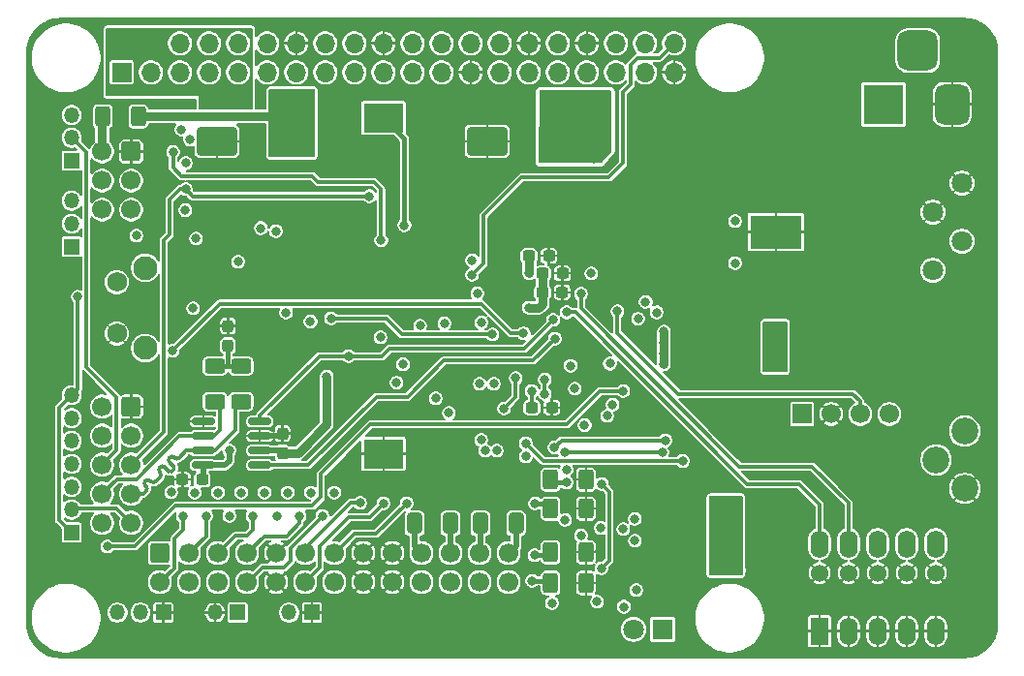
<source format=gbl>
G04 #@! TF.GenerationSoftware,KiCad,Pcbnew,9.0.2*
G04 #@! TF.CreationDate,2025-06-09T18:33:26+02:00*
G04 #@! TF.ProjectId,RPI-Electronics_V2.1,5250492d-456c-4656-9374-726f6e696373,rev?*
G04 #@! TF.SameCoordinates,Original*
G04 #@! TF.FileFunction,Copper,L4,Bot*
G04 #@! TF.FilePolarity,Positive*
%FSLAX46Y46*%
G04 Gerber Fmt 4.6, Leading zero omitted, Abs format (unit mm)*
G04 Created by KiCad (PCBNEW 9.0.2) date 2025-06-09 18:33:26*
%MOMM*%
%LPD*%
G01*
G04 APERTURE LIST*
G04 Aperture macros list*
%AMRoundRect*
0 Rectangle with rounded corners*
0 $1 Rounding radius*
0 $2 $3 $4 $5 $6 $7 $8 $9 X,Y pos of 4 corners*
0 Add a 4 corners polygon primitive as box body*
4,1,4,$2,$3,$4,$5,$6,$7,$8,$9,$2,$3,0*
0 Add four circle primitives for the rounded corners*
1,1,$1+$1,$2,$3*
1,1,$1+$1,$4,$5*
1,1,$1+$1,$6,$7*
1,1,$1+$1,$8,$9*
0 Add four rect primitives between the rounded corners*
20,1,$1+$1,$2,$3,$4,$5,0*
20,1,$1+$1,$4,$5,$6,$7,0*
20,1,$1+$1,$6,$7,$8,$9,0*
20,1,$1+$1,$8,$9,$2,$3,0*%
G04 Aperture macros list end*
G04 #@! TA.AperFunction,ComponentPad*
%ADD10C,0.600000*%
G04 #@! TD*
G04 #@! TA.AperFunction,SMDPad,CuDef*
%ADD11R,4.500000X2.950000*%
G04 #@! TD*
G04 #@! TA.AperFunction,ComponentPad*
%ADD12R,3.500000X3.500000*%
G04 #@! TD*
G04 #@! TA.AperFunction,ComponentPad*
%ADD13RoundRect,0.750000X0.750000X1.000000X-0.750000X1.000000X-0.750000X-1.000000X0.750000X-1.000000X0*%
G04 #@! TD*
G04 #@! TA.AperFunction,ComponentPad*
%ADD14RoundRect,0.875000X0.875000X0.875000X-0.875000X0.875000X-0.875000X-0.875000X0.875000X-0.875000X0*%
G04 #@! TD*
G04 #@! TA.AperFunction,ComponentPad*
%ADD15R,1.350000X1.350000*%
G04 #@! TD*
G04 #@! TA.AperFunction,ComponentPad*
%ADD16O,1.350000X1.350000*%
G04 #@! TD*
G04 #@! TA.AperFunction,ComponentPad*
%ADD17C,1.800000*%
G04 #@! TD*
G04 #@! TA.AperFunction,ComponentPad*
%ADD18C,2.340000*%
G04 #@! TD*
G04 #@! TA.AperFunction,ComponentPad*
%ADD19R,1.600000X2.400000*%
G04 #@! TD*
G04 #@! TA.AperFunction,ComponentPad*
%ADD20C,1.524000*%
G04 #@! TD*
G04 #@! TA.AperFunction,ComponentPad*
%ADD21O,1.600000X2.400000*%
G04 #@! TD*
G04 #@! TA.AperFunction,ComponentPad*
%ADD22R,1.800000X1.800000*%
G04 #@! TD*
G04 #@! TA.AperFunction,ComponentPad*
%ADD23R,1.700000X1.700000*%
G04 #@! TD*
G04 #@! TA.AperFunction,ComponentPad*
%ADD24C,1.700000*%
G04 #@! TD*
G04 #@! TA.AperFunction,SMDPad,CuDef*
%ADD25RoundRect,0.237500X0.300000X0.237500X-0.300000X0.237500X-0.300000X-0.237500X0.300000X-0.237500X0*%
G04 #@! TD*
G04 #@! TA.AperFunction,SMDPad,CuDef*
%ADD26R,3.510000X2.540000*%
G04 #@! TD*
G04 #@! TA.AperFunction,SMDPad,CuDef*
%ADD27RoundRect,0.237500X-0.300000X-0.237500X0.300000X-0.237500X0.300000X0.237500X-0.300000X0.237500X0*%
G04 #@! TD*
G04 #@! TA.AperFunction,ComponentPad*
%ADD28RoundRect,0.250000X0.600000X0.600000X-0.600000X0.600000X-0.600000X-0.600000X0.600000X-0.600000X0*%
G04 #@! TD*
G04 #@! TA.AperFunction,ComponentPad*
%ADD29O,1.700000X1.700000*%
G04 #@! TD*
G04 #@! TA.AperFunction,ComponentPad*
%ADD30C,2.100000*%
G04 #@! TD*
G04 #@! TA.AperFunction,ComponentPad*
%ADD31C,1.750000*%
G04 #@! TD*
G04 #@! TA.AperFunction,SMDPad,CuDef*
%ADD32RoundRect,0.237500X-0.237500X0.300000X-0.237500X-0.300000X0.237500X-0.300000X0.237500X0.300000X0*%
G04 #@! TD*
G04 #@! TA.AperFunction,SMDPad,CuDef*
%ADD33RoundRect,0.150000X0.825000X0.150000X-0.825000X0.150000X-0.825000X-0.150000X0.825000X-0.150000X0*%
G04 #@! TD*
G04 #@! TA.AperFunction,SMDPad,CuDef*
%ADD34RoundRect,0.250000X-0.625000X0.400000X-0.625000X-0.400000X0.625000X-0.400000X0.625000X0.400000X0*%
G04 #@! TD*
G04 #@! TA.AperFunction,SMDPad,CuDef*
%ADD35RoundRect,0.250000X0.625000X-0.400000X0.625000X0.400000X-0.625000X0.400000X-0.625000X-0.400000X0*%
G04 #@! TD*
G04 #@! TA.AperFunction,SMDPad,CuDef*
%ADD36RoundRect,0.250000X-0.400000X-0.625000X0.400000X-0.625000X0.400000X0.625000X-0.400000X0.625000X0*%
G04 #@! TD*
G04 #@! TA.AperFunction,SMDPad,CuDef*
%ADD37RoundRect,0.250000X-0.412500X-0.650000X0.412500X-0.650000X0.412500X0.650000X-0.412500X0.650000X0*%
G04 #@! TD*
G04 #@! TA.AperFunction,ComponentPad*
%ADD38RoundRect,0.250000X-0.600000X0.600000X-0.600000X-0.600000X0.600000X-0.600000X0.600000X0.600000X0*%
G04 #@! TD*
G04 #@! TA.AperFunction,SMDPad,CuDef*
%ADD39RoundRect,0.250000X1.500000X1.000000X-1.500000X1.000000X-1.500000X-1.000000X1.500000X-1.000000X0*%
G04 #@! TD*
G04 #@! TA.AperFunction,SMDPad,CuDef*
%ADD40C,0.800000*%
G04 #@! TD*
G04 #@! TA.AperFunction,SMDPad,CuDef*
%ADD41RoundRect,0.250000X0.400000X0.625000X-0.400000X0.625000X-0.400000X-0.625000X0.400000X-0.625000X0*%
G04 #@! TD*
G04 #@! TA.AperFunction,ViaPad*
%ADD42C,0.800000*%
G04 #@! TD*
G04 #@! TA.AperFunction,Conductor*
%ADD43C,0.500000*%
G04 #@! TD*
G04 #@! TA.AperFunction,Conductor*
%ADD44C,0.300000*%
G04 #@! TD*
G04 #@! TA.AperFunction,Conductor*
%ADD45C,0.800000*%
G04 #@! TD*
G04 #@! TA.AperFunction,Conductor*
%ADD46C,0.400000*%
G04 #@! TD*
G04 APERTURE END LIST*
D10*
X200877000Y-77753000D03*
X202077000Y-77753000D03*
X203377000Y-77753000D03*
X204477000Y-77753000D03*
D11*
X202677000Y-77153000D03*
D10*
X200877000Y-76553000D03*
X202077000Y-76553000D03*
X203377000Y-76553000D03*
X204477000Y-76553000D03*
D12*
X212090000Y-65982500D03*
D13*
X218090000Y-65982500D03*
D14*
X215090000Y-61282500D03*
D15*
X149152400Y-110421000D03*
D16*
X147152400Y-110421000D03*
X145152400Y-110421000D03*
D15*
X141152400Y-78421000D03*
D16*
X141152400Y-76421000D03*
X141152400Y-74421000D03*
D15*
X141152400Y-70921000D03*
D16*
X141152400Y-68921000D03*
X141152400Y-66921000D03*
D17*
X216400400Y-75439000D03*
X218940400Y-72899000D03*
X216400400Y-80519000D03*
X218940400Y-77979000D03*
D18*
X219194400Y-99569000D03*
X216694400Y-97069000D03*
X219194400Y-94569000D03*
D19*
X206499400Y-112045000D03*
D20*
X206499400Y-106965000D03*
D21*
X209039400Y-112045000D03*
D20*
X209039400Y-106965000D03*
D21*
X211579400Y-112045000D03*
D20*
X211579400Y-106965000D03*
D21*
X214119400Y-112045000D03*
D20*
X214119400Y-106965000D03*
D21*
X216659400Y-112045000D03*
D20*
X216659400Y-106965000D03*
D21*
X216659400Y-104425000D03*
X214119400Y-104425000D03*
X211579400Y-104425000D03*
X209039400Y-104425000D03*
X206499400Y-104425000D03*
D22*
X192783400Y-111888000D03*
D17*
X190243400Y-111888000D03*
D15*
X162152400Y-110421000D03*
D16*
X160152400Y-110421000D03*
D23*
X204978400Y-93062400D03*
D24*
X207518400Y-93062400D03*
X210058400Y-93062400D03*
X212598400Y-93062400D03*
D15*
X141152400Y-103421000D03*
D16*
X141152400Y-101421000D03*
X141152400Y-99421000D03*
X141152400Y-97421000D03*
X141152400Y-95421000D03*
X141152400Y-93421000D03*
X141152400Y-91421000D03*
D15*
X155652400Y-110421000D03*
D16*
X153652400Y-110421000D03*
D25*
X184015400Y-82424000D03*
X182290400Y-82424000D03*
X184038600Y-80773000D03*
X182313600Y-80773000D03*
D26*
X168402000Y-67180000D03*
X168402000Y-96540000D03*
D27*
X181374900Y-92507800D03*
X183099900Y-92507800D03*
D28*
X146352400Y-70121000D03*
D24*
X143812400Y-70121000D03*
X146352400Y-72661000D03*
X143812400Y-72661000D03*
X146352400Y-75201000D03*
X143812400Y-75201000D03*
D23*
X145522400Y-63191000D03*
D29*
X145522400Y-60651000D03*
X148062400Y-63191000D03*
X148062400Y-60651000D03*
X150602400Y-63191000D03*
X150602400Y-60651000D03*
X153142400Y-63191000D03*
X153142400Y-60651000D03*
X155682400Y-63191000D03*
X155682400Y-60651000D03*
X158222400Y-63191000D03*
X158222400Y-60651000D03*
X160762400Y-63191000D03*
X160762400Y-60651000D03*
X163302400Y-63191000D03*
X163302400Y-60651000D03*
X165842400Y-63191000D03*
X165842400Y-60651000D03*
X168382400Y-63191000D03*
X168382400Y-60651000D03*
X170922400Y-63191000D03*
X170922400Y-60651000D03*
X173462400Y-63191000D03*
X173462400Y-60651000D03*
X176002400Y-63191000D03*
X176002400Y-60651000D03*
X178542400Y-63191000D03*
X178542400Y-60651000D03*
X181082400Y-63191000D03*
X181082400Y-60651000D03*
X183622400Y-63191000D03*
X183622400Y-60651000D03*
X186162400Y-63191000D03*
X186162400Y-60651000D03*
X188702400Y-63191000D03*
X188702400Y-60651000D03*
X191242400Y-63191000D03*
X191242400Y-60651000D03*
X193782400Y-63191000D03*
X193782400Y-60651000D03*
D30*
X147573900Y-80285000D03*
X147573900Y-87295000D03*
D31*
X145083900Y-81535000D03*
X145083900Y-86035000D03*
D32*
X154805400Y-85371000D03*
X154805400Y-87096000D03*
D33*
X157597900Y-93727000D03*
X157597900Y-94997000D03*
X157597900Y-96267000D03*
X157597900Y-97537000D03*
X152647900Y-97537000D03*
X152647900Y-96267000D03*
X152647900Y-94997000D03*
X152647900Y-93727000D03*
D34*
X155948400Y-88875000D03*
X155948400Y-91975000D03*
D28*
X146352400Y-92421000D03*
D24*
X143812400Y-92421000D03*
X146352400Y-94961000D03*
X143812400Y-94961000D03*
X146352400Y-97501000D03*
X143812400Y-97501000D03*
X146352400Y-100041000D03*
X143812400Y-100041000D03*
X146352400Y-102581000D03*
X143812400Y-102581000D03*
D35*
X153662400Y-91975000D03*
X153662400Y-88875000D03*
D25*
X182845900Y-79249000D03*
X181120900Y-79249000D03*
D36*
X182999400Y-105157000D03*
X186099400Y-105157000D03*
D37*
X171119000Y-102617000D03*
X174244000Y-102617000D03*
X176864900Y-102617000D03*
X179989900Y-102617000D03*
D38*
X148852400Y-105221000D03*
D24*
X148852400Y-107761000D03*
X151392400Y-105221000D03*
X151392400Y-107761000D03*
X153932400Y-105221000D03*
X153932400Y-107761000D03*
X156472400Y-105221000D03*
X156472400Y-107761000D03*
X159012400Y-105221000D03*
X159012400Y-107761000D03*
X161552400Y-105221000D03*
X161552400Y-107761000D03*
X164092400Y-105221000D03*
X164092400Y-107761000D03*
X166632400Y-105221000D03*
X166632400Y-107761000D03*
X169172400Y-105221000D03*
X169172400Y-107761000D03*
X171712400Y-105221000D03*
X171712400Y-107761000D03*
X174252400Y-105221000D03*
X174252400Y-107761000D03*
X176792400Y-105221000D03*
X176792400Y-107761000D03*
X179332400Y-105221000D03*
X179332400Y-107761000D03*
D36*
X182999400Y-98807000D03*
X186099400Y-98807000D03*
D39*
X183963400Y-69216000D03*
X177463400Y-69216000D03*
D27*
X150831400Y-98807000D03*
X152556400Y-98807000D03*
D36*
X182999400Y-101347000D03*
X186099400Y-101347000D03*
D39*
X160341400Y-69216000D03*
X153841400Y-69216000D03*
D40*
X178935400Y-92584000D03*
X182491400Y-90044000D03*
D32*
X159567900Y-94769500D03*
X159567900Y-96494500D03*
D36*
X182999400Y-107824000D03*
X186099400Y-107824000D03*
D41*
X146957400Y-67057000D03*
X143857400Y-67057000D03*
D42*
X142740400Y-98680000D03*
X198874400Y-84202000D03*
X202684400Y-64517000D03*
X156075400Y-87123000D03*
X192778400Y-103252000D03*
X178046400Y-106554000D03*
X189984400Y-72391000D03*
X191914800Y-76810600D03*
X147820400Y-83313000D03*
X178935400Y-89536000D03*
X184015400Y-75185000D03*
X143756400Y-88393000D03*
X218432400Y-85599000D03*
X156964400Y-79757000D03*
X194810400Y-99569000D03*
X142232400Y-68073000D03*
X177894000Y-72822800D03*
X192778400Y-99950000D03*
X193032400Y-93727000D03*
X140860800Y-88545400D03*
X172966400Y-106554000D03*
X206240400Y-87250000D03*
X181399200Y-85040200D03*
X191762400Y-67057000D03*
X164457400Y-82043000D03*
X174490400Y-81408000D03*
X209288400Y-80773000D03*
X144823200Y-90120200D03*
X161663400Y-80265000D03*
X150868400Y-91060000D03*
X175506400Y-106554000D03*
X208780400Y-70105000D03*
X208780400Y-67565000D03*
X207764400Y-65533000D03*
X140708400Y-85853000D03*
X177411400Y-89536000D03*
X159504400Y-82297000D03*
X181043600Y-90018600D03*
X147820400Y-101245400D03*
X184902400Y-112171000D03*
X194708800Y-105817400D03*
X149979400Y-86361000D03*
X186936400Y-75312000D03*
X193152400Y-109421000D03*
X169410400Y-92711000D03*
X158107400Y-87123000D03*
X200525400Y-84202000D03*
X190492400Y-109602000D03*
X165270200Y-71603600D03*
X174998400Y-75439000D03*
X187317400Y-100204000D03*
X182237400Y-73280000D03*
X184769800Y-77471000D03*
X167505400Y-92965000D03*
X167378400Y-98426000D03*
X171950400Y-82043000D03*
X209288400Y-83186000D03*
X172585400Y-92965000D03*
X205351400Y-64517000D03*
X141724400Y-105665000D03*
X141216400Y-80773000D03*
X190365400Y-67057000D03*
X179189400Y-83948000D03*
X210304400Y-89917000D03*
X155948400Y-90425000D03*
X178681400Y-110618000D03*
X193794400Y-99950000D03*
X153916400Y-73051400D03*
X193667400Y-73661000D03*
X152646400Y-82678000D03*
X194810400Y-103633000D03*
X170807400Y-111888000D03*
X171391600Y-75794600D03*
X204589400Y-87250000D03*
X185412400Y-73661000D03*
X208272400Y-87250000D03*
X179570400Y-79376000D03*
X212082400Y-83186000D03*
X195572400Y-64517000D03*
X193794400Y-106122200D03*
X193794400Y-103252000D03*
X169258000Y-75032600D03*
X180332400Y-75312000D03*
X186682400Y-92965000D03*
X192778400Y-106122200D03*
X187698400Y-79503000D03*
X215765400Y-85599000D03*
X193413400Y-80265000D03*
X150157200Y-80722200D03*
X152646400Y-86107000D03*
X164584400Y-89790000D03*
X142994400Y-93727000D03*
X160393400Y-73153000D03*
X176903400Y-98553000D03*
X187317400Y-105030000D03*
X173601400Y-94743000D03*
X191000400Y-103252000D03*
X175633400Y-92965000D03*
X175633400Y-111380000D03*
X169156400Y-70613000D03*
X209796400Y-87250000D03*
X161028400Y-92711000D03*
X207256400Y-89917000D03*
X208780400Y-77217000D03*
X150868400Y-101982000D03*
X152900400Y-101982000D03*
X154932400Y-101982000D03*
X156964400Y-101982000D03*
X159057016Y-101987500D03*
X161065023Y-101987500D03*
X163060400Y-101982000D03*
X192905400Y-85853000D03*
X158996400Y-77090000D03*
X181094400Y-83770200D03*
X185666400Y-103682500D03*
X151122400Y-71121000D03*
X192905400Y-86818200D03*
X151071600Y-75235800D03*
X192905400Y-88697800D03*
X181348400Y-91060000D03*
X184396400Y-97918000D03*
X151757400Y-83821000D03*
X187952400Y-93219000D03*
X192905400Y-87758000D03*
X154932400Y-96267000D03*
X189402400Y-109921000D03*
X162009770Y-84976500D03*
X181145200Y-80773000D03*
X150741400Y-68200000D03*
X198366400Y-101651800D03*
X199433200Y-106731800D03*
X197350400Y-106731800D03*
X198366400Y-106731800D03*
X197350400Y-101651800D03*
X202049400Y-86615000D03*
X203192400Y-88901000D03*
X197350400Y-100635800D03*
X202049400Y-87758000D03*
X202049400Y-88901000D03*
X199382400Y-100635800D03*
X198366400Y-105715800D03*
X199382400Y-105715800D03*
X203192400Y-86615000D03*
X199382400Y-101651800D03*
X203192400Y-85472000D03*
X202049400Y-85472000D03*
X203192400Y-87758000D03*
X197350400Y-105715800D03*
X198366400Y-100635800D03*
X158869400Y-65152000D03*
X160901400Y-65152000D03*
X186809400Y-70740000D03*
X159885400Y-66295000D03*
X161917400Y-65152000D03*
X159885400Y-65152000D03*
X184548800Y-65228200D03*
X185514000Y-65228200D03*
X160901400Y-66295000D03*
X183583600Y-65228200D03*
X192270400Y-84176600D03*
X152011400Y-77725000D03*
X187825400Y-69724000D03*
X186809400Y-69724000D03*
X159885400Y-84202000D03*
X183583600Y-66168000D03*
X146804400Y-77471000D03*
X191305200Y-83262200D03*
X184599600Y-66168000D03*
X187825400Y-68708000D03*
X186809400Y-68708000D03*
X163441400Y-89790000D03*
X165346400Y-88012000D03*
X183228000Y-84837000D03*
X144264400Y-104649000D03*
X189349400Y-91060000D03*
X176948707Y-85053261D03*
X173728400Y-85154300D03*
X176141400Y-79630000D03*
X176141400Y-80900000D03*
X190644800Y-84735400D03*
X177919400Y-86107000D03*
X163822400Y-84710000D03*
X185971200Y-94031800D03*
X187475900Y-99188000D03*
X187444400Y-106554000D03*
X155694400Y-79757000D03*
X166362400Y-100839000D03*
X168394400Y-100864400D03*
X170426400Y-100864400D03*
X170223200Y-76556600D03*
X172966400Y-91695000D03*
X190492400Y-108459000D03*
X174109400Y-92965000D03*
X187063400Y-109475000D03*
X176801500Y-90425000D03*
X190365400Y-104141000D03*
X178046400Y-90425000D03*
X187383786Y-103020432D03*
X190365400Y-102236000D03*
X188184423Y-88657500D03*
X184752000Y-88850200D03*
X189349400Y-103125000D03*
X199128400Y-76201000D03*
X199128400Y-79884000D03*
X149845486Y-99910202D03*
X171594800Y-85357500D03*
X168140400Y-86361000D03*
X151892000Y-99942400D03*
X170097835Y-88709935D03*
X153924000Y-99942400D03*
X155956000Y-99942400D03*
X169537400Y-90323400D03*
X185116877Y-90847523D03*
X157988000Y-99942400D03*
X160020000Y-99942400D03*
X188416445Y-92246955D03*
X176947116Y-95333780D03*
X162052000Y-99942400D03*
X177300899Y-96268575D03*
X164084000Y-99942400D03*
X176598600Y-82525600D03*
X178300400Y-96267000D03*
X183126400Y-109602000D03*
X184269400Y-102325500D03*
X180840400Y-96775000D03*
X141686100Y-82805000D03*
X151491900Y-69089000D03*
X157675600Y-76810600D03*
X151122400Y-73407000D03*
X167175200Y-74016600D03*
X150004800Y-70155800D03*
X168191200Y-77877400D03*
X188841400Y-84075000D03*
X154018000Y-64771000D03*
X152773400Y-65914000D03*
X155313400Y-65914000D03*
X152773400Y-64771000D03*
X155288000Y-64771000D03*
X154043400Y-65914000D03*
X149954000Y-87529400D03*
X180637200Y-86005400D03*
X181602400Y-105411000D03*
X181399200Y-107646200D03*
X184396400Y-99061000D03*
X181638575Y-100887673D03*
X180840400Y-95632000D03*
X194556400Y-97171282D03*
X193032400Y-95378000D03*
X183332351Y-95991041D03*
X192765900Y-96421782D03*
X184241416Y-96406500D03*
X185666400Y-82551000D03*
X184409123Y-84172313D03*
X179951400Y-89917000D03*
X182491707Y-91314305D03*
X186555400Y-80773000D03*
X183380400Y-86488000D03*
D43*
X159340400Y-94997000D02*
X159567900Y-94769500D01*
X157597900Y-94997000D02*
X159340400Y-94997000D01*
D44*
X148872400Y-107763500D02*
X150106400Y-106529500D01*
X150106400Y-106529500D02*
X150106400Y-103958271D01*
X150106400Y-103958271D02*
X150868400Y-103196271D01*
X150868400Y-103196271D02*
X150868400Y-101982000D01*
X152900400Y-103735500D02*
X152900400Y-101982000D01*
X151412400Y-105223500D02*
X152900400Y-103735500D01*
X153952400Y-105223500D02*
X155492100Y-103683800D01*
X156503371Y-103683800D02*
X156964400Y-103222771D01*
X156964400Y-103222771D02*
X156964400Y-101982000D01*
X155492100Y-103683800D02*
X156503371Y-103683800D01*
X156492400Y-105223500D02*
X157981300Y-103734600D01*
X161065023Y-102580377D02*
X161065023Y-101987500D01*
X159910800Y-103734600D02*
X161065023Y-102580377D01*
X157981300Y-103734600D02*
X159910800Y-103734600D01*
X163060400Y-102016634D02*
X163060400Y-101982000D01*
X159707600Y-106477800D02*
X160291800Y-105893600D01*
X156456400Y-107841500D02*
X157820100Y-106477800D01*
X160291800Y-105893600D02*
X160291800Y-104785234D01*
X160291800Y-104785234D02*
X163060400Y-102016634D01*
X157820100Y-106477800D02*
X159707600Y-106477800D01*
X181374900Y-91086500D02*
X181348400Y-91060000D01*
X181374900Y-92507800D02*
X181374900Y-91086500D01*
D43*
X154551400Y-97537000D02*
X152647900Y-97537000D01*
D45*
X182313600Y-80773000D02*
X182313600Y-82400800D01*
X192905400Y-88697800D02*
X192905400Y-85853000D01*
X181145200Y-80773000D02*
X181145200Y-79273300D01*
X181145200Y-79273300D02*
X181120900Y-79249000D01*
D43*
X154932400Y-97156000D02*
X154551400Y-97537000D01*
D45*
X181958000Y-83770200D02*
X181094400Y-83770200D01*
X182290400Y-83437800D02*
X181958000Y-83770200D01*
X182313600Y-82400800D02*
X182290400Y-82424000D01*
D43*
X154932400Y-96267000D02*
X154932400Y-97156000D01*
D45*
X182290400Y-82424000D02*
X182290400Y-83437800D01*
D43*
X152647900Y-97537000D02*
X152647900Y-98715500D01*
D45*
X159123400Y-67057000D02*
X159885400Y-66295000D01*
X146957400Y-67057000D02*
X159123400Y-67057000D01*
D43*
X157597900Y-96267000D02*
X159340400Y-96267000D01*
D45*
X163441400Y-93981000D02*
X160927900Y-96494500D01*
X159885400Y-66295000D02*
X160901400Y-66295000D01*
X160927900Y-96494500D02*
X159567900Y-96494500D01*
X163441400Y-89790000D02*
X163441400Y-93981000D01*
D44*
X157597900Y-93220500D02*
X157597900Y-93727000D01*
X165346400Y-88012000D02*
X168267400Y-88012000D01*
X180688000Y-87377000D02*
X183228000Y-84837000D01*
X165346400Y-88012000D02*
X162806400Y-88012000D01*
X168902400Y-87377000D02*
X180688000Y-87377000D01*
X162806400Y-88012000D02*
X157597900Y-93220500D01*
X168267400Y-88012000D02*
X168902400Y-87377000D01*
X150233400Y-101093000D02*
X146677400Y-104649000D01*
X162933400Y-100331000D02*
X162171400Y-101093000D01*
X189349400Y-91060000D02*
X187317400Y-91060000D01*
X146677400Y-104649000D02*
X144264400Y-104649000D01*
X184396400Y-93981000D02*
X167236978Y-93981000D01*
X187317400Y-91060000D02*
X184396400Y-93981000D01*
X167236978Y-93981000D02*
X162933400Y-98284578D01*
X162933400Y-98284578D02*
X162933400Y-100331000D01*
X162171400Y-101093000D02*
X150233400Y-101093000D01*
X190611200Y-61909000D02*
X189984400Y-62535800D01*
X180459400Y-72391000D02*
X177157400Y-75693000D01*
X189349400Y-71121000D02*
X188079400Y-72391000D01*
X189984400Y-62535800D02*
X189984400Y-64263000D01*
X192524400Y-61909000D02*
X190611200Y-61909000D01*
X189984400Y-64263000D02*
X189349400Y-64898000D01*
X177157400Y-75693000D02*
X177157400Y-79884000D01*
X177157400Y-79884000D02*
X176141400Y-80900000D01*
X188079400Y-72391000D02*
X180459400Y-72391000D01*
X193782400Y-60651000D02*
X192524400Y-61909000D01*
X189349400Y-64898000D02*
X189349400Y-71121000D01*
X170045400Y-86107000D02*
X168648400Y-84710000D01*
X177919400Y-86107000D02*
X170045400Y-86107000D01*
X168648400Y-84710000D02*
X163822400Y-84710000D01*
X187475900Y-99188000D02*
X188133287Y-99845387D01*
X188133287Y-99845387D02*
X188133287Y-105865113D01*
X188133287Y-105865113D02*
X187444400Y-106554000D01*
X161552400Y-104785400D02*
X161552400Y-105221000D01*
X165498800Y-100839000D02*
X161552400Y-104785400D01*
X166362400Y-100839000D02*
X165498800Y-100839000D01*
X162806400Y-106507000D02*
X161552400Y-107761000D01*
X162806400Y-104649000D02*
X162806400Y-106507000D01*
X167200600Y-102058200D02*
X165397200Y-102058200D01*
X165397200Y-102058200D02*
X162806400Y-104649000D01*
X168394400Y-100864400D02*
X167200600Y-102058200D01*
X170426400Y-100864400D02*
X170401000Y-100864400D01*
X170401000Y-100864400D02*
X167759400Y-103506000D01*
X167759400Y-103506000D02*
X165871900Y-103506000D01*
X165871900Y-103506000D02*
X164076400Y-105301500D01*
D46*
X170223200Y-69001200D02*
X168402000Y-67180000D01*
X170223200Y-76556600D02*
X170223200Y-69001200D01*
D44*
X150124886Y-96871629D02*
X150124886Y-96871630D01*
X149626797Y-98070601D02*
X149276355Y-97720160D01*
X155440400Y-92483000D02*
X155948400Y-91975000D01*
X152647900Y-96267000D02*
X151173200Y-96267000D01*
X151173200Y-96267000D02*
X150558862Y-96881341D01*
X148056535Y-98959400D02*
X148010203Y-98913068D01*
X147585939Y-99337332D02*
X147632270Y-99383663D01*
X152647900Y-96267000D02*
X153662400Y-96267000D01*
X149700620Y-97295894D02*
X150051061Y-97646336D01*
X155440400Y-94489000D02*
X155440400Y-92483000D01*
X147632271Y-99807928D02*
X147399200Y-100041000D01*
X150051061Y-97903535D02*
X149883996Y-98070601D01*
X148852089Y-98144425D02*
X148861800Y-98154136D01*
X147399200Y-100041000D02*
X146352400Y-100041000D01*
X150134598Y-96881341D02*
X150124886Y-96871629D01*
X148861800Y-98578400D02*
X148480800Y-98959400D01*
X150051061Y-97646336D02*
X150051060Y-97646336D01*
X147632270Y-99807927D02*
X147632271Y-99807928D01*
X148056534Y-98959400D02*
X148056535Y-98959400D01*
X149276355Y-97720160D02*
X149276355Y-97720161D01*
X149883996Y-98070601D02*
X149883995Y-98070601D01*
X153662400Y-96267000D02*
X155440400Y-94489000D01*
X148010203Y-98913068D02*
G75*
G03*
X147585939Y-98913068I-212132J-212132D01*
G01*
X149883995Y-98070601D02*
G75*
G02*
X149626797Y-98070601I-128599J128601D01*
G01*
X148861800Y-98154136D02*
G75*
G02*
X148861832Y-98578432I-212100J-212164D01*
G01*
X147585939Y-98913068D02*
G75*
G03*
X147585939Y-99337332I212161J-212132D01*
G01*
X149276355Y-97720161D02*
G75*
G03*
X148852089Y-97720161I-212133J-212131D01*
G01*
X149700620Y-96871630D02*
G75*
G03*
X149700582Y-97295932I212180J-212170D01*
G01*
X150558862Y-96881341D02*
G75*
G02*
X150134598Y-96881341I-212132J212132D01*
G01*
X148480800Y-98959400D02*
G75*
G02*
X148056534Y-98959400I-212133J212134D01*
G01*
X148852089Y-97720161D02*
G75*
G03*
X148852082Y-98144432I212111J-212139D01*
G01*
X150124886Y-96871630D02*
G75*
G03*
X149700620Y-96871630I-212133J-212131D01*
G01*
X147632270Y-99383663D02*
G75*
G02*
X147632275Y-99807932I-212170J-212137D01*
G01*
X150051060Y-97646336D02*
G75*
G02*
X150051025Y-97903499I-128560J-128564D01*
G01*
X152647900Y-94997000D02*
X153598900Y-94997000D01*
X146793566Y-98756200D02*
X145097200Y-98756200D01*
X153598900Y-94997000D02*
X154106900Y-94489000D01*
X154106900Y-94489000D02*
X154106900Y-92419500D01*
X152647900Y-94997000D02*
X150552766Y-94997000D01*
X145097200Y-98756200D02*
X143812400Y-100041000D01*
X150552766Y-94997000D02*
X146793566Y-98756200D01*
X154106900Y-92419500D02*
X153662400Y-91975000D01*
X145067600Y-101296200D02*
X141277200Y-101296200D01*
X146352400Y-102581000D02*
X145067600Y-101296200D01*
X141277200Y-101296200D02*
X141152400Y-101421000D01*
X140073400Y-102342000D02*
X141152400Y-103421000D01*
X141686100Y-90887300D02*
X141152400Y-91421000D01*
X141152400Y-91421000D02*
X140073400Y-92500000D01*
X141686100Y-82805000D02*
X141686100Y-90887300D01*
X140073400Y-92500000D02*
X140073400Y-102342000D01*
X149700000Y-77369400D02*
X149700000Y-74321400D01*
X149204499Y-94648901D02*
X149204499Y-77864901D01*
X150614400Y-73407000D02*
X151122400Y-73407000D01*
X149204499Y-77864901D02*
X149700000Y-77369400D01*
X167175200Y-74016600D02*
X151732000Y-74016600D01*
X146352400Y-97501000D02*
X149204499Y-94648901D01*
X151732000Y-74016600D02*
X151122400Y-73407000D01*
X149700000Y-74321400D02*
X150614400Y-73407000D01*
X150004800Y-70155800D02*
X150004800Y-71527400D01*
X167556200Y-72772000D02*
X168191200Y-73407000D01*
X168191200Y-73407000D02*
X168191200Y-77877400D01*
X141152400Y-68921000D02*
X142435600Y-70204200D01*
X145077200Y-91613617D02*
X145077200Y-96236200D01*
X142435600Y-88972017D02*
X145077200Y-91613617D01*
X162171400Y-72264000D02*
X162679400Y-72772000D01*
X150004800Y-71527400D02*
X150741400Y-72264000D01*
X142435600Y-70204200D02*
X142435600Y-88972017D01*
X150741400Y-72264000D02*
X162171400Y-72264000D01*
X145077200Y-96236200D02*
X143812400Y-97501000D01*
X162679400Y-72772000D02*
X167556200Y-72772000D01*
D45*
X143812400Y-67102000D02*
X143857400Y-67057000D01*
X143812400Y-70121000D02*
X143812400Y-67102000D01*
D44*
X188841400Y-85980000D02*
X194175400Y-91314000D01*
X194175400Y-91314000D02*
X209415400Y-91314000D01*
X209415400Y-91314000D02*
X210058400Y-91957000D01*
X210058400Y-91957000D02*
X210058400Y-93062400D01*
X188841400Y-84075000D02*
X188841400Y-85980000D01*
D43*
X171119000Y-102617000D02*
X171119000Y-104610100D01*
X171119000Y-104610100D02*
X171732400Y-105223500D01*
X176864900Y-105171000D02*
X176812400Y-105223500D01*
X176864900Y-102617000D02*
X176864900Y-105171000D01*
D46*
X174244000Y-105195100D02*
X174272400Y-105223500D01*
D43*
X174244000Y-102617000D02*
X174244000Y-105195100D01*
X179989900Y-104586000D02*
X179352400Y-105223500D01*
X179989900Y-102617000D02*
X179989900Y-104586000D01*
D46*
X154805400Y-87096000D02*
X154805400Y-88800000D01*
X154880400Y-88875000D02*
X155948400Y-88875000D01*
X153662400Y-88875000D02*
X154880400Y-88875000D01*
D44*
X154068800Y-83414600D02*
X176928800Y-83414600D01*
X149954000Y-87529400D02*
X154068800Y-83414600D01*
X179519600Y-86005400D02*
X180637200Y-86005400D01*
X176928800Y-83414600D02*
X179519600Y-86005400D01*
D46*
X181602400Y-105411000D02*
X182973400Y-105411000D01*
X183075600Y-107646200D02*
X181399200Y-107646200D01*
X183349400Y-99061000D02*
X183126400Y-98838000D01*
X184396400Y-99061000D02*
X183349400Y-99061000D01*
X182641073Y-100887673D02*
X181638575Y-100887673D01*
X183100400Y-101347000D02*
X182641073Y-100887673D01*
D44*
X182364400Y-97156000D02*
X192006972Y-97156000D01*
X192006972Y-97156000D02*
X192022254Y-97171282D01*
X192022254Y-97171282D02*
X194556400Y-97171282D01*
X180840400Y-95632000D02*
X182364400Y-97156000D01*
X193032400Y-95378000D02*
X183945392Y-95378000D01*
X183945392Y-95378000D02*
X183332351Y-95991041D01*
X192738118Y-96394000D02*
X192765900Y-96421782D01*
X184253916Y-96394000D02*
X192738118Y-96394000D01*
X184241416Y-96406500D02*
X184253916Y-96394000D01*
X185666400Y-82551000D02*
X185666400Y-83821000D01*
X205859400Y-97664000D02*
X209034400Y-100839000D01*
X185666400Y-83821000D02*
X199509400Y-97664000D01*
X209034400Y-100839000D02*
X209034400Y-104395000D01*
X199509400Y-97664000D02*
X205859400Y-97664000D01*
X185154113Y-84172313D02*
X200169800Y-99188000D01*
X184409123Y-84172313D02*
X185154113Y-84172313D01*
X204716400Y-99188000D02*
X206494400Y-100966000D01*
X206494400Y-100966000D02*
X206494400Y-104395000D01*
X200169800Y-99188000D02*
X204716400Y-99188000D01*
X179951400Y-91568000D02*
X178935400Y-92584000D01*
X179951400Y-89917000D02*
X179951400Y-91568000D01*
X182491707Y-90044307D02*
X182491400Y-90044000D01*
X182491707Y-91314305D02*
X182491707Y-90044307D01*
X181475400Y-88393000D02*
X173677600Y-88393000D01*
X183380400Y-86488000D02*
X181475400Y-88393000D01*
X173677600Y-88393000D02*
X170502600Y-91568000D01*
X161841200Y-97537000D02*
X157597900Y-97537000D01*
X167810200Y-91568000D02*
X161841200Y-97537000D01*
X170502600Y-91568000D02*
X167810200Y-91568000D01*
G04 #@! TA.AperFunction,Conductor*
G36*
X162043401Y-72633407D02*
G01*
X162055213Y-72643496D01*
X162464186Y-73052468D01*
X162464191Y-73052472D01*
X162544108Y-73098612D01*
X162544106Y-73098612D01*
X162544110Y-73098613D01*
X162544112Y-73098614D01*
X162633256Y-73122500D01*
X167370010Y-73122500D01*
X167428201Y-73141407D01*
X167440014Y-73151496D01*
X167811704Y-73523186D01*
X167839481Y-73577703D01*
X167840700Y-73593190D01*
X167840700Y-73598806D01*
X167821793Y-73656997D01*
X167772293Y-73692961D01*
X167711107Y-73692961D01*
X167661607Y-73656997D01*
X167655965Y-73648308D01*
X167655721Y-73647886D01*
X167655720Y-73647884D01*
X167543916Y-73536080D01*
X167406984Y-73457023D01*
X167254257Y-73416100D01*
X167096143Y-73416100D01*
X166943416Y-73457023D01*
X166806484Y-73536080D01*
X166705458Y-73637105D01*
X166650944Y-73664881D01*
X166635457Y-73666100D01*
X151918190Y-73666100D01*
X151910592Y-73663631D01*
X151902703Y-73664881D01*
X151882047Y-73654356D01*
X151859999Y-73647193D01*
X151848186Y-73637104D01*
X151751896Y-73540814D01*
X151724119Y-73486297D01*
X151722900Y-73470810D01*
X151722900Y-73327944D01*
X151711139Y-73284052D01*
X151681977Y-73175216D01*
X151602920Y-73038284D01*
X151491116Y-72926480D01*
X151354184Y-72847423D01*
X151211257Y-72809126D01*
X151159945Y-72775803D01*
X151138018Y-72718681D01*
X151153854Y-72659581D01*
X151201403Y-72621076D01*
X151236882Y-72614500D01*
X161985210Y-72614500D01*
X162043401Y-72633407D01*
G37*
G04 #@! TD.AperFunction*
G04 #@! TA.AperFunction,Conductor*
G36*
X219154995Y-58431636D02*
G01*
X219459709Y-58447605D01*
X219470005Y-58448687D01*
X219768834Y-58496017D01*
X219778947Y-58498166D01*
X220071205Y-58576477D01*
X220081038Y-58579671D01*
X220363511Y-58688102D01*
X220372946Y-58692303D01*
X220642540Y-58829668D01*
X220651500Y-58834842D01*
X220905236Y-58999620D01*
X220913608Y-59005703D01*
X221148728Y-59196099D01*
X221156429Y-59203032D01*
X221370367Y-59416970D01*
X221377300Y-59424671D01*
X221520089Y-59601001D01*
X221567692Y-59659785D01*
X221573781Y-59668167D01*
X221682387Y-59835405D01*
X221738553Y-59921892D01*
X221743735Y-59930866D01*
X221881092Y-60200445D01*
X221885300Y-60209897D01*
X221993723Y-60492350D01*
X221996923Y-60502197D01*
X222075230Y-60794440D01*
X222077384Y-60804576D01*
X222114181Y-61036900D01*
X222115400Y-61052387D01*
X222115400Y-111789611D01*
X222114181Y-111805098D01*
X222077384Y-112037423D01*
X222075230Y-112047559D01*
X221996923Y-112339802D01*
X221993721Y-112349654D01*
X221919315Y-112543493D01*
X221885307Y-112632087D01*
X221881092Y-112641554D01*
X221743735Y-112911133D01*
X221738553Y-112920107D01*
X221573783Y-113173830D01*
X221567692Y-113182214D01*
X221377300Y-113417328D01*
X221370367Y-113425029D01*
X221156429Y-113638967D01*
X221148728Y-113645900D01*
X220913614Y-113836292D01*
X220905230Y-113842383D01*
X220651507Y-114007153D01*
X220642533Y-114012335D01*
X220372954Y-114149692D01*
X220363495Y-114153903D01*
X220151189Y-114235400D01*
X220081057Y-114262321D01*
X220071202Y-114265523D01*
X219778959Y-114343830D01*
X219768823Y-114345984D01*
X219470010Y-114393311D01*
X219459705Y-114394394D01*
X219178232Y-114409146D01*
X219154994Y-114410364D01*
X219149814Y-114410500D01*
X140154986Y-114410500D01*
X140149805Y-114410364D01*
X140124642Y-114409045D01*
X139845094Y-114394394D01*
X139834789Y-114393311D01*
X139535976Y-114345984D01*
X139525840Y-114343830D01*
X139233597Y-114265523D01*
X139223750Y-114262323D01*
X138941297Y-114153900D01*
X138931845Y-114149692D01*
X138662266Y-114012335D01*
X138653292Y-114007153D01*
X138399569Y-113842383D01*
X138391185Y-113836292D01*
X138357204Y-113808775D01*
X138156071Y-113645900D01*
X138148370Y-113638967D01*
X137934432Y-113425029D01*
X137927499Y-113417328D01*
X137904716Y-113389193D01*
X137737103Y-113182208D01*
X137731016Y-113173830D01*
X137723220Y-113161825D01*
X137566242Y-112920100D01*
X137561068Y-112911140D01*
X137423703Y-112641546D01*
X137419502Y-112632111D01*
X137311071Y-112349638D01*
X137307876Y-112339802D01*
X137294694Y-112290606D01*
X137229566Y-112047547D01*
X137227417Y-112037434D01*
X137180087Y-111738605D01*
X137179005Y-111728304D01*
X137169477Y-111546506D01*
X137163036Y-111423595D01*
X137162900Y-111418414D01*
X137162900Y-110752494D01*
X137651900Y-110752494D01*
X137651900Y-111089505D01*
X137689632Y-111424392D01*
X137764624Y-111752957D01*
X137875930Y-112071049D01*
X137875931Y-112071051D01*
X138022146Y-112374671D01*
X138022152Y-112374683D01*
X138201456Y-112660042D01*
X138201458Y-112660045D01*
X138411565Y-112923512D01*
X138411571Y-112923518D01*
X138411575Y-112923523D01*
X138649877Y-113161825D01*
X138649881Y-113161828D01*
X138649887Y-113161834D01*
X138913354Y-113371941D01*
X138913358Y-113371943D01*
X138913361Y-113371946D01*
X139198714Y-113551246D01*
X139198716Y-113551247D01*
X139198728Y-113551253D01*
X139299605Y-113599832D01*
X139502349Y-113697469D01*
X139650840Y-113749428D01*
X139820442Y-113808775D01*
X139820445Y-113808775D01*
X139820446Y-113808776D01*
X140149006Y-113883767D01*
X140483896Y-113921500D01*
X140483897Y-113921500D01*
X140820903Y-113921500D01*
X140820904Y-113921500D01*
X141155794Y-113883767D01*
X141484354Y-113808776D01*
X141802451Y-113697469D01*
X142106086Y-113551246D01*
X142391439Y-113371946D01*
X142629356Y-113182214D01*
X142654912Y-113161834D01*
X142654913Y-113161832D01*
X142654923Y-113161825D01*
X142893225Y-112923523D01*
X142905706Y-112907873D01*
X143103341Y-112660045D01*
X143103346Y-112660039D01*
X143282646Y-112374686D01*
X143428869Y-112071051D01*
X143523228Y-111801389D01*
X143523229Y-111801385D01*
X189142900Y-111801385D01*
X189142900Y-111974614D01*
X189169997Y-112145702D01*
X189169998Y-112145706D01*
X189223523Y-112310438D01*
X189223525Y-112310441D01*
X189292085Y-112445000D01*
X189302168Y-112464788D01*
X189403986Y-112604928D01*
X189526472Y-112727414D01*
X189666612Y-112829232D01*
X189820955Y-112907873D01*
X189820957Y-112907873D01*
X189820958Y-112907874D01*
X189820961Y-112907876D01*
X189985693Y-112961401D01*
X189985697Y-112961402D01*
X190156786Y-112988500D01*
X190156789Y-112988500D01*
X190330014Y-112988500D01*
X190501102Y-112961402D01*
X190501106Y-112961401D01*
X190665838Y-112907876D01*
X190665840Y-112907874D01*
X190665845Y-112907873D01*
X190820188Y-112829232D01*
X190960328Y-112727414D01*
X191082814Y-112604928D01*
X191184632Y-112464788D01*
X191263273Y-112310445D01*
X191263274Y-112310440D01*
X191263276Y-112310438D01*
X191316801Y-112145706D01*
X191316802Y-112145702D01*
X191343900Y-111974614D01*
X191343900Y-111801385D01*
X191316802Y-111630297D01*
X191316801Y-111630293D01*
X191263276Y-111465561D01*
X191263274Y-111465558D01*
X191263273Y-111465557D01*
X191263273Y-111465555D01*
X191184632Y-111311212D01*
X191082814Y-111171072D01*
X190960328Y-111048586D01*
X190849759Y-110968253D01*
X191682900Y-110968253D01*
X191682900Y-112807746D01*
X191682901Y-112807758D01*
X191694532Y-112866227D01*
X191694534Y-112866233D01*
X191732815Y-112923523D01*
X191738848Y-112932552D01*
X191805169Y-112976867D01*
X191849631Y-112985711D01*
X191863641Y-112988498D01*
X191863646Y-112988498D01*
X191863652Y-112988500D01*
X191863653Y-112988500D01*
X193703147Y-112988500D01*
X193703148Y-112988500D01*
X193761631Y-112976867D01*
X193827952Y-112932552D01*
X193872267Y-112866231D01*
X193883900Y-112807748D01*
X193883900Y-110968252D01*
X193872267Y-110909769D01*
X193827952Y-110843448D01*
X193810866Y-110832031D01*
X193761633Y-110799134D01*
X193761631Y-110799133D01*
X193761628Y-110799132D01*
X193761627Y-110799132D01*
X193703158Y-110787501D01*
X193703148Y-110787500D01*
X191863652Y-110787500D01*
X191863651Y-110787500D01*
X191863641Y-110787501D01*
X191805172Y-110799132D01*
X191805166Y-110799134D01*
X191738851Y-110843445D01*
X191738845Y-110843451D01*
X191694534Y-110909766D01*
X191694532Y-110909772D01*
X191682901Y-110968241D01*
X191682900Y-110968253D01*
X190849759Y-110968253D01*
X190820188Y-110946768D01*
X190820187Y-110946767D01*
X190820185Y-110946766D01*
X190665841Y-110868125D01*
X190665838Y-110868123D01*
X190501106Y-110814598D01*
X190501102Y-110814597D01*
X190330014Y-110787500D01*
X190330011Y-110787500D01*
X190156789Y-110787500D01*
X190156786Y-110787500D01*
X189985697Y-110814597D01*
X189985693Y-110814598D01*
X189820961Y-110868123D01*
X189820958Y-110868125D01*
X189666614Y-110946766D01*
X189526473Y-111048585D01*
X189403985Y-111171073D01*
X189302166Y-111311214D01*
X189223525Y-111465558D01*
X189223523Y-111465561D01*
X189169998Y-111630293D01*
X189169997Y-111630297D01*
X189142900Y-111801385D01*
X143523229Y-111801385D01*
X143536031Y-111764801D01*
X143540175Y-111752957D01*
X143545802Y-111728304D01*
X143615167Y-111424394D01*
X143652900Y-111089504D01*
X143652900Y-110752496D01*
X143615167Y-110417606D01*
X143596260Y-110334768D01*
X144276900Y-110334768D01*
X144276900Y-110507231D01*
X144310545Y-110676373D01*
X144310545Y-110676375D01*
X144376539Y-110835700D01*
X144376545Y-110835712D01*
X144426028Y-110909766D01*
X144472355Y-110979099D01*
X144594301Y-111101045D01*
X144616321Y-111115758D01*
X144737687Y-111196854D01*
X144737699Y-111196860D01*
X144796553Y-111221238D01*
X144897026Y-111262855D01*
X145066171Y-111296500D01*
X145066172Y-111296500D01*
X145238628Y-111296500D01*
X145238629Y-111296500D01*
X145407774Y-111262855D01*
X145567105Y-111196858D01*
X145567107Y-111196856D01*
X145567112Y-111196854D01*
X145608515Y-111169188D01*
X145710499Y-111101045D01*
X145832445Y-110979099D01*
X145906597Y-110868123D01*
X145928254Y-110835712D01*
X145928260Y-110835700D01*
X145943406Y-110799134D01*
X145994255Y-110676374D01*
X146027900Y-110507229D01*
X146027900Y-110334771D01*
X146027899Y-110334768D01*
X146276900Y-110334768D01*
X146276900Y-110507231D01*
X146310545Y-110676373D01*
X146310545Y-110676375D01*
X146376539Y-110835700D01*
X146376545Y-110835712D01*
X146426028Y-110909766D01*
X146472355Y-110979099D01*
X146594301Y-111101045D01*
X146616321Y-111115758D01*
X146737687Y-111196854D01*
X146737699Y-111196860D01*
X146796553Y-111221238D01*
X146897026Y-111262855D01*
X147066171Y-111296500D01*
X147066172Y-111296500D01*
X147238628Y-111296500D01*
X147238629Y-111296500D01*
X147407774Y-111262855D01*
X147567105Y-111196858D01*
X147567107Y-111196856D01*
X147567112Y-111196854D01*
X147608515Y-111169188D01*
X147710499Y-111101045D01*
X147832445Y-110979099D01*
X147906597Y-110868123D01*
X147928254Y-110835712D01*
X147928260Y-110835700D01*
X147943406Y-110799134D01*
X147994255Y-110676374D01*
X148027900Y-110507229D01*
X148027900Y-110334771D01*
X147994255Y-110165626D01*
X147939973Y-110034577D01*
X147928260Y-110006299D01*
X147928254Y-110006287D01*
X147873293Y-109924034D01*
X147832445Y-109862901D01*
X147710499Y-109740955D01*
X147688565Y-109726299D01*
X148277400Y-109726299D01*
X148277400Y-110320999D01*
X148277401Y-110321000D01*
X148765084Y-110321000D01*
X148752400Y-110368339D01*
X148752400Y-110473661D01*
X148765084Y-110521000D01*
X148277401Y-110521000D01*
X148277400Y-110521001D01*
X148277400Y-111115700D01*
X148289003Y-111174036D01*
X148333206Y-111240189D01*
X148333210Y-111240193D01*
X148399363Y-111284396D01*
X148457699Y-111295999D01*
X148457703Y-111296000D01*
X149052399Y-111296000D01*
X149052400Y-111295999D01*
X149052400Y-110808315D01*
X149099739Y-110821000D01*
X149205061Y-110821000D01*
X149252400Y-110808315D01*
X149252400Y-111295999D01*
X149252401Y-111296000D01*
X149847097Y-111296000D01*
X149847100Y-111295999D01*
X149905436Y-111284396D01*
X149971589Y-111240193D01*
X149971593Y-111240189D01*
X150015796Y-111174036D01*
X150027399Y-111115700D01*
X150027400Y-111115697D01*
X150027400Y-110521001D01*
X150027399Y-110521000D01*
X149539716Y-110521000D01*
X149552400Y-110473661D01*
X149552400Y-110368339D01*
X149539716Y-110321000D01*
X150027399Y-110321000D01*
X152780148Y-110321000D01*
X153265084Y-110321000D01*
X153252400Y-110368339D01*
X153252400Y-110473661D01*
X153265084Y-110521000D01*
X152780149Y-110521000D01*
X152811026Y-110676227D01*
X152811026Y-110676229D01*
X152876982Y-110835463D01*
X152876988Y-110835475D01*
X152972743Y-110978779D01*
X152972746Y-110978783D01*
X153094616Y-111100653D01*
X153094620Y-111100656D01*
X153237924Y-111196411D01*
X153237936Y-111196417D01*
X153397171Y-111262373D01*
X153552400Y-111293251D01*
X153552400Y-110808315D01*
X153599739Y-110821000D01*
X153705061Y-110821000D01*
X153752400Y-110808315D01*
X153752400Y-111293250D01*
X153907627Y-111262373D01*
X153907629Y-111262373D01*
X154066863Y-111196417D01*
X154066875Y-111196411D01*
X154210179Y-111100656D01*
X154210183Y-111100653D01*
X154332053Y-110978783D01*
X154332056Y-110978779D01*
X154427811Y-110835475D01*
X154427817Y-110835463D01*
X154493773Y-110676229D01*
X154493773Y-110676227D01*
X154524651Y-110521000D01*
X154039716Y-110521000D01*
X154052400Y-110473661D01*
X154052400Y-110368339D01*
X154039716Y-110321000D01*
X154524651Y-110321000D01*
X154493773Y-110165772D01*
X154493773Y-110165770D01*
X154427817Y-110006536D01*
X154427811Y-110006524D01*
X154332056Y-109863220D01*
X154332053Y-109863216D01*
X154210183Y-109741346D01*
X154210179Y-109741343D01*
X154187596Y-109726253D01*
X154776900Y-109726253D01*
X154776900Y-111115746D01*
X154776901Y-111115758D01*
X154787905Y-111171073D01*
X154788533Y-111174231D01*
X154832848Y-111240552D01*
X154899169Y-111284867D01*
X154941313Y-111293250D01*
X154957641Y-111296498D01*
X154957646Y-111296498D01*
X154957652Y-111296500D01*
X154957653Y-111296500D01*
X156347147Y-111296500D01*
X156347148Y-111296500D01*
X156405631Y-111284867D01*
X156471952Y-111240552D01*
X156516267Y-111174231D01*
X156527900Y-111115748D01*
X156527900Y-110334768D01*
X159276900Y-110334768D01*
X159276900Y-110507231D01*
X159310545Y-110676373D01*
X159310545Y-110676375D01*
X159376539Y-110835700D01*
X159376545Y-110835712D01*
X159426028Y-110909766D01*
X159472355Y-110979099D01*
X159594301Y-111101045D01*
X159616321Y-111115758D01*
X159737687Y-111196854D01*
X159737699Y-111196860D01*
X159796553Y-111221238D01*
X159897026Y-111262855D01*
X160066171Y-111296500D01*
X160066172Y-111296500D01*
X160238628Y-111296500D01*
X160238629Y-111296500D01*
X160407774Y-111262855D01*
X160567105Y-111196858D01*
X160567107Y-111196856D01*
X160567112Y-111196854D01*
X160608515Y-111169188D01*
X160710499Y-111101045D01*
X160832445Y-110979099D01*
X160906597Y-110868123D01*
X160928254Y-110835712D01*
X160928260Y-110835700D01*
X160943406Y-110799134D01*
X160994255Y-110676374D01*
X161027900Y-110507229D01*
X161027900Y-110334771D01*
X160994255Y-110165626D01*
X160939973Y-110034577D01*
X160928260Y-110006299D01*
X160928254Y-110006287D01*
X160873293Y-109924034D01*
X160832445Y-109862901D01*
X160710499Y-109740955D01*
X160688565Y-109726299D01*
X161277400Y-109726299D01*
X161277400Y-110320999D01*
X161277401Y-110321000D01*
X161765084Y-110321000D01*
X161752400Y-110368339D01*
X161752400Y-110473661D01*
X161765084Y-110521000D01*
X161277401Y-110521000D01*
X161277400Y-110521001D01*
X161277400Y-111115700D01*
X161289003Y-111174036D01*
X161333206Y-111240189D01*
X161333210Y-111240193D01*
X161399363Y-111284396D01*
X161457699Y-111295999D01*
X161457703Y-111296000D01*
X162052399Y-111296000D01*
X162052400Y-111295999D01*
X162052400Y-110808315D01*
X162099739Y-110821000D01*
X162205061Y-110821000D01*
X162252400Y-110808315D01*
X162252400Y-111295999D01*
X162252401Y-111296000D01*
X162847097Y-111296000D01*
X162847100Y-111295999D01*
X162905436Y-111284396D01*
X162971589Y-111240193D01*
X162971593Y-111240189D01*
X163015796Y-111174036D01*
X163027399Y-111115700D01*
X163027400Y-111115697D01*
X163027400Y-110752494D01*
X195651900Y-110752494D01*
X195651900Y-111089505D01*
X195689632Y-111424392D01*
X195764624Y-111752957D01*
X195875930Y-112071049D01*
X195875931Y-112071051D01*
X196022146Y-112374671D01*
X196022152Y-112374683D01*
X196201456Y-112660042D01*
X196201458Y-112660045D01*
X196411565Y-112923512D01*
X196411571Y-112923518D01*
X196411575Y-112923523D01*
X196649877Y-113161825D01*
X196649881Y-113161828D01*
X196649887Y-113161834D01*
X196913354Y-113371941D01*
X196913358Y-113371943D01*
X196913361Y-113371946D01*
X197198714Y-113551246D01*
X197198716Y-113551247D01*
X197198728Y-113551253D01*
X197299605Y-113599832D01*
X197502349Y-113697469D01*
X197650840Y-113749428D01*
X197820442Y-113808775D01*
X197820445Y-113808775D01*
X197820446Y-113808776D01*
X198149006Y-113883767D01*
X198483896Y-113921500D01*
X198483897Y-113921500D01*
X198820903Y-113921500D01*
X198820904Y-113921500D01*
X199155794Y-113883767D01*
X199484354Y-113808776D01*
X199802451Y-113697469D01*
X200106086Y-113551246D01*
X200391439Y-113371946D01*
X200629356Y-113182214D01*
X200654912Y-113161834D01*
X200654913Y-113161832D01*
X200654923Y-113161825D01*
X200893225Y-112923523D01*
X200905706Y-112907873D01*
X201103341Y-112660045D01*
X201103346Y-112660039D01*
X201282646Y-112374686D01*
X201428869Y-112071051D01*
X201540176Y-111752954D01*
X201615167Y-111424394D01*
X201652900Y-111089504D01*
X201652900Y-110825299D01*
X205499400Y-110825299D01*
X205499400Y-111944999D01*
X205499401Y-111945000D01*
X206112084Y-111945000D01*
X206099400Y-111992339D01*
X206099400Y-112097661D01*
X206112084Y-112145000D01*
X205499401Y-112145000D01*
X205499400Y-112145001D01*
X205499400Y-113264700D01*
X205511003Y-113323036D01*
X205555206Y-113389189D01*
X205555210Y-113389193D01*
X205621363Y-113433396D01*
X205679699Y-113444999D01*
X205679703Y-113445000D01*
X206399399Y-113445000D01*
X206399400Y-113444999D01*
X206399400Y-112432315D01*
X206446739Y-112445000D01*
X206552061Y-112445000D01*
X206599400Y-112432315D01*
X206599400Y-113444999D01*
X206599401Y-113445000D01*
X207319097Y-113445000D01*
X207319100Y-113444999D01*
X207377436Y-113433396D01*
X207443589Y-113389193D01*
X207443593Y-113389189D01*
X207487796Y-113323036D01*
X207499399Y-113264700D01*
X207499400Y-113264697D01*
X207499400Y-112145001D01*
X207499399Y-112145000D01*
X206886716Y-112145000D01*
X206899400Y-112097661D01*
X206899400Y-111992339D01*
X206886716Y-111945000D01*
X207499399Y-111945000D01*
X207499400Y-111944999D01*
X207499400Y-111546506D01*
X208039400Y-111546506D01*
X208039400Y-111944999D01*
X208039401Y-111945000D01*
X208652084Y-111945000D01*
X208639400Y-111992339D01*
X208639400Y-112097661D01*
X208652084Y-112145000D01*
X208039401Y-112145000D01*
X208039400Y-112145001D01*
X208039400Y-112543493D01*
X208077829Y-112736688D01*
X208077829Y-112736690D01*
X208153208Y-112918673D01*
X208153214Y-112918685D01*
X208262649Y-113082462D01*
X208262652Y-113082466D01*
X208401933Y-113221747D01*
X208401937Y-113221750D01*
X208565714Y-113331185D01*
X208565726Y-113331191D01*
X208747709Y-113406570D01*
X208747712Y-113406571D01*
X208939399Y-113444698D01*
X208939400Y-113444698D01*
X208939400Y-112432315D01*
X208986739Y-112445000D01*
X209092061Y-112445000D01*
X209139400Y-112432315D01*
X209139400Y-113444698D01*
X209331087Y-113406571D01*
X209331090Y-113406570D01*
X209513073Y-113331191D01*
X209513085Y-113331185D01*
X209676862Y-113221750D01*
X209676866Y-113221747D01*
X209816147Y-113082466D01*
X209816150Y-113082462D01*
X209925585Y-112918685D01*
X209925591Y-112918673D01*
X210000970Y-112736690D01*
X210000970Y-112736688D01*
X210039399Y-112543493D01*
X210039400Y-112543490D01*
X210039400Y-112145001D01*
X210039399Y-112145000D01*
X209426716Y-112145000D01*
X209439400Y-112097661D01*
X209439400Y-111992339D01*
X209426716Y-111945000D01*
X210039399Y-111945000D01*
X210039400Y-111944999D01*
X210039400Y-111546509D01*
X210039399Y-111546506D01*
X210579400Y-111546506D01*
X210579400Y-111944999D01*
X210579401Y-111945000D01*
X211192084Y-111945000D01*
X211179400Y-111992339D01*
X211179400Y-112097661D01*
X211192084Y-112145000D01*
X210579401Y-112145000D01*
X210579400Y-112145001D01*
X210579400Y-112543493D01*
X210617829Y-112736688D01*
X210617829Y-112736690D01*
X210693208Y-112918673D01*
X210693214Y-112918685D01*
X210802649Y-113082462D01*
X210802652Y-113082466D01*
X210941933Y-113221747D01*
X210941937Y-113221750D01*
X211105714Y-113331185D01*
X211105726Y-113331191D01*
X211287709Y-113406570D01*
X211287712Y-113406571D01*
X211479400Y-113444698D01*
X211479400Y-112432315D01*
X211526739Y-112445000D01*
X211632061Y-112445000D01*
X211679400Y-112432315D01*
X211679400Y-113444698D01*
X211871087Y-113406571D01*
X211871090Y-113406570D01*
X212053073Y-113331191D01*
X212053085Y-113331185D01*
X212216862Y-113221750D01*
X212216866Y-113221747D01*
X212356147Y-113082466D01*
X212356150Y-113082462D01*
X212465585Y-112918685D01*
X212465591Y-112918673D01*
X212540970Y-112736690D01*
X212540970Y-112736688D01*
X212579399Y-112543493D01*
X212579400Y-112543490D01*
X212579400Y-112145001D01*
X212579399Y-112145000D01*
X211966716Y-112145000D01*
X211979400Y-112097661D01*
X211979400Y-111992339D01*
X211966716Y-111945000D01*
X212579399Y-111945000D01*
X212579400Y-111944999D01*
X212579400Y-111546509D01*
X212579399Y-111546506D01*
X213119400Y-111546506D01*
X213119400Y-111944999D01*
X213119401Y-111945000D01*
X213732084Y-111945000D01*
X213719400Y-111992339D01*
X213719400Y-112097661D01*
X213732084Y-112145000D01*
X213119401Y-112145000D01*
X213119400Y-112145001D01*
X213119400Y-112543493D01*
X213157829Y-112736688D01*
X213157829Y-112736690D01*
X213233208Y-112918673D01*
X213233214Y-112918685D01*
X213342649Y-113082462D01*
X213342652Y-113082466D01*
X213481933Y-113221747D01*
X213481937Y-113221750D01*
X213645714Y-113331185D01*
X213645726Y-113331191D01*
X213827709Y-113406570D01*
X213827712Y-113406571D01*
X214019399Y-113444698D01*
X214019400Y-113444698D01*
X214019400Y-112432315D01*
X214066739Y-112445000D01*
X214172061Y-112445000D01*
X214219400Y-112432315D01*
X214219400Y-113444698D01*
X214411087Y-113406571D01*
X214411090Y-113406570D01*
X214593073Y-113331191D01*
X214593085Y-113331185D01*
X214756862Y-113221750D01*
X214756866Y-113221747D01*
X214896147Y-113082466D01*
X214896150Y-113082462D01*
X215005585Y-112918685D01*
X215005591Y-112918673D01*
X215080970Y-112736690D01*
X215080970Y-112736688D01*
X215119399Y-112543493D01*
X215119400Y-112543490D01*
X215119400Y-112145001D01*
X215119399Y-112145000D01*
X214506716Y-112145000D01*
X214519400Y-112097661D01*
X214519400Y-111992339D01*
X214506716Y-111945000D01*
X215119399Y-111945000D01*
X215119400Y-111944999D01*
X215119400Y-111546509D01*
X215119399Y-111546506D01*
X215659400Y-111546506D01*
X215659400Y-111944999D01*
X215659401Y-111945000D01*
X216272084Y-111945000D01*
X216259400Y-111992339D01*
X216259400Y-112097661D01*
X216272084Y-112145000D01*
X215659401Y-112145000D01*
X215659400Y-112145001D01*
X215659400Y-112543493D01*
X215697829Y-112736688D01*
X215697829Y-112736690D01*
X215773208Y-112918673D01*
X215773214Y-112918685D01*
X215882649Y-113082462D01*
X215882652Y-113082466D01*
X216021933Y-113221747D01*
X216021937Y-113221750D01*
X216185714Y-113331185D01*
X216185726Y-113331191D01*
X216367709Y-113406570D01*
X216367712Y-113406571D01*
X216559399Y-113444698D01*
X216559400Y-113444698D01*
X216559400Y-112432315D01*
X216606739Y-112445000D01*
X216712061Y-112445000D01*
X216759400Y-112432315D01*
X216759400Y-113444698D01*
X216951087Y-113406571D01*
X216951090Y-113406570D01*
X217133073Y-113331191D01*
X217133085Y-113331185D01*
X217296862Y-113221750D01*
X217296866Y-113221747D01*
X217436147Y-113082466D01*
X217436150Y-113082462D01*
X217545585Y-112918685D01*
X217545591Y-112918673D01*
X217620970Y-112736690D01*
X217620970Y-112736688D01*
X217659399Y-112543493D01*
X217659400Y-112543490D01*
X217659400Y-112145001D01*
X217659399Y-112145000D01*
X217046716Y-112145000D01*
X217059400Y-112097661D01*
X217059400Y-111992339D01*
X217046716Y-111945000D01*
X217659399Y-111945000D01*
X217659400Y-111944999D01*
X217659400Y-111546509D01*
X217659399Y-111546506D01*
X217620970Y-111353311D01*
X217620970Y-111353309D01*
X217545591Y-111171326D01*
X217545585Y-111171314D01*
X217436150Y-111007537D01*
X217436147Y-111007533D01*
X217296866Y-110868252D01*
X217296862Y-110868249D01*
X217133085Y-110758814D01*
X217133073Y-110758808D01*
X216951089Y-110683429D01*
X216759400Y-110645299D01*
X216759400Y-111657684D01*
X216712061Y-111645000D01*
X216606739Y-111645000D01*
X216559400Y-111657684D01*
X216559400Y-110645299D01*
X216367711Y-110683429D01*
X216367709Y-110683429D01*
X216185726Y-110758808D01*
X216185714Y-110758814D01*
X216021937Y-110868249D01*
X216021933Y-110868252D01*
X215882652Y-111007533D01*
X215882649Y-111007537D01*
X215773214Y-111171314D01*
X215773208Y-111171326D01*
X215697829Y-111353309D01*
X215697829Y-111353311D01*
X215659400Y-111546506D01*
X215119399Y-111546506D01*
X215080970Y-111353311D01*
X215080970Y-111353309D01*
X215005591Y-111171326D01*
X215005585Y-111171314D01*
X214896150Y-111007537D01*
X214896147Y-111007533D01*
X214756866Y-110868252D01*
X214756862Y-110868249D01*
X214593085Y-110758814D01*
X214593073Y-110758808D01*
X214411089Y-110683429D01*
X214219400Y-110645299D01*
X214219400Y-111657684D01*
X214172061Y-111645000D01*
X214066739Y-111645000D01*
X214019400Y-111657684D01*
X214019400Y-110645299D01*
X213827711Y-110683429D01*
X213827709Y-110683429D01*
X213645726Y-110758808D01*
X213645714Y-110758814D01*
X213481937Y-110868249D01*
X213481933Y-110868252D01*
X213342652Y-111007533D01*
X213342649Y-111007537D01*
X213233214Y-111171314D01*
X213233208Y-111171326D01*
X213157829Y-111353309D01*
X213157829Y-111353311D01*
X213119400Y-111546506D01*
X212579399Y-111546506D01*
X212540970Y-111353311D01*
X212540970Y-111353309D01*
X212465591Y-111171326D01*
X212465585Y-111171314D01*
X212356150Y-111007537D01*
X212356147Y-111007533D01*
X212216866Y-110868252D01*
X212216862Y-110868249D01*
X212053085Y-110758814D01*
X212053073Y-110758808D01*
X211871089Y-110683429D01*
X211679400Y-110645299D01*
X211679400Y-111657684D01*
X211632061Y-111645000D01*
X211526739Y-111645000D01*
X211479400Y-111657684D01*
X211479400Y-110645299D01*
X211287711Y-110683429D01*
X211287709Y-110683429D01*
X211105726Y-110758808D01*
X211105714Y-110758814D01*
X210941937Y-110868249D01*
X210941933Y-110868252D01*
X210802652Y-111007533D01*
X210802649Y-111007537D01*
X210693214Y-111171314D01*
X210693208Y-111171326D01*
X210617829Y-111353309D01*
X210617829Y-111353311D01*
X210579400Y-111546506D01*
X210039399Y-111546506D01*
X210000970Y-111353311D01*
X210000970Y-111353309D01*
X209925591Y-111171326D01*
X209925585Y-111171314D01*
X209816150Y-111007537D01*
X209816147Y-111007533D01*
X209676866Y-110868252D01*
X209676862Y-110868249D01*
X209513085Y-110758814D01*
X209513073Y-110758808D01*
X209331089Y-110683429D01*
X209139400Y-110645299D01*
X209139400Y-111657684D01*
X209092061Y-111645000D01*
X208986739Y-111645000D01*
X208939400Y-111657684D01*
X208939400Y-110645299D01*
X208747711Y-110683429D01*
X208747709Y-110683429D01*
X208565726Y-110758808D01*
X208565714Y-110758814D01*
X208401937Y-110868249D01*
X208401933Y-110868252D01*
X208262652Y-111007533D01*
X208262649Y-111007537D01*
X208153214Y-111171314D01*
X208153208Y-111171326D01*
X208077829Y-111353309D01*
X208077829Y-111353311D01*
X208039400Y-111546506D01*
X207499400Y-111546506D01*
X207499400Y-110825302D01*
X207499399Y-110825299D01*
X207487796Y-110766963D01*
X207443593Y-110700810D01*
X207443589Y-110700806D01*
X207377436Y-110656603D01*
X207319100Y-110645000D01*
X206599401Y-110645000D01*
X206599400Y-110645001D01*
X206599400Y-111657684D01*
X206552061Y-111645000D01*
X206446739Y-111645000D01*
X206399400Y-111657684D01*
X206399400Y-110645001D01*
X206399399Y-110645000D01*
X205679699Y-110645000D01*
X205621363Y-110656603D01*
X205555210Y-110700806D01*
X205555206Y-110700810D01*
X205511003Y-110766963D01*
X205499400Y-110825299D01*
X201652900Y-110825299D01*
X201652900Y-110752496D01*
X201615167Y-110417606D01*
X201540176Y-110089046D01*
X201537892Y-110082520D01*
X201450856Y-109833784D01*
X201428869Y-109770949D01*
X201282646Y-109467314D01*
X201103346Y-109181961D01*
X201103343Y-109181957D01*
X201103341Y-109181954D01*
X200893234Y-108918487D01*
X200893228Y-108918481D01*
X200893225Y-108918477D01*
X200654923Y-108680175D01*
X200654918Y-108680171D01*
X200654912Y-108680165D01*
X200391445Y-108470058D01*
X200391442Y-108470056D01*
X200106083Y-108290752D01*
X200106071Y-108290746D01*
X199802451Y-108144531D01*
X199802449Y-108144530D01*
X199484357Y-108033224D01*
X199155792Y-107958232D01*
X198820905Y-107920500D01*
X198820904Y-107920500D01*
X198483896Y-107920500D01*
X198483894Y-107920500D01*
X198149007Y-107958232D01*
X197820442Y-108033224D01*
X197502350Y-108144530D01*
X197502348Y-108144531D01*
X197198728Y-108290746D01*
X197198716Y-108290752D01*
X196913357Y-108470056D01*
X196913354Y-108470058D01*
X196649887Y-108680165D01*
X196411565Y-108918487D01*
X196201458Y-109181954D01*
X196201456Y-109181957D01*
X196022152Y-109467316D01*
X196022146Y-109467328D01*
X195875931Y-109770948D01*
X195875930Y-109770950D01*
X195764624Y-110089042D01*
X195689632Y-110417607D01*
X195651900Y-110752494D01*
X163027400Y-110752494D01*
X163027400Y-110521001D01*
X163027399Y-110521000D01*
X162539716Y-110521000D01*
X162552400Y-110473661D01*
X162552400Y-110368339D01*
X162539716Y-110321000D01*
X163027399Y-110321000D01*
X163027400Y-110320999D01*
X163027400Y-109726302D01*
X163027399Y-109726299D01*
X163015796Y-109667963D01*
X162971593Y-109601810D01*
X162971589Y-109601806D01*
X162905436Y-109557603D01*
X162847100Y-109546000D01*
X162252401Y-109546000D01*
X162252400Y-109546001D01*
X162252400Y-110033684D01*
X162205061Y-110021000D01*
X162099739Y-110021000D01*
X162052400Y-110033684D01*
X162052400Y-109546001D01*
X162052399Y-109546000D01*
X161457699Y-109546000D01*
X161399363Y-109557603D01*
X161333210Y-109601806D01*
X161333206Y-109601810D01*
X161289003Y-109667963D01*
X161277400Y-109726299D01*
X160688565Y-109726299D01*
X160659357Y-109706783D01*
X160567112Y-109645145D01*
X160567100Y-109645139D01*
X160407774Y-109579145D01*
X160238631Y-109545500D01*
X160238629Y-109545500D01*
X160066171Y-109545500D01*
X160066168Y-109545500D01*
X159897026Y-109579145D01*
X159897024Y-109579145D01*
X159737699Y-109645139D01*
X159737687Y-109645145D01*
X159594301Y-109740955D01*
X159594297Y-109740958D01*
X159472358Y-109862897D01*
X159472355Y-109862901D01*
X159376545Y-110006287D01*
X159376539Y-110006299D01*
X159310545Y-110165624D01*
X159310545Y-110165626D01*
X159276900Y-110334768D01*
X156527900Y-110334768D01*
X156527900Y-109726252D01*
X156516267Y-109667769D01*
X156471952Y-109601448D01*
X156438574Y-109579145D01*
X156405633Y-109557134D01*
X156405631Y-109557133D01*
X156405628Y-109557132D01*
X156405627Y-109557132D01*
X156347158Y-109545501D01*
X156347148Y-109545500D01*
X154957652Y-109545500D01*
X154957651Y-109545500D01*
X154957641Y-109545501D01*
X154899172Y-109557132D01*
X154899166Y-109557134D01*
X154832851Y-109601445D01*
X154832845Y-109601451D01*
X154788534Y-109667766D01*
X154788532Y-109667772D01*
X154776901Y-109726241D01*
X154776900Y-109726253D01*
X154187596Y-109726253D01*
X154066875Y-109645588D01*
X154066863Y-109645582D01*
X153907628Y-109579626D01*
X153752400Y-109548748D01*
X153752400Y-110033684D01*
X153705061Y-110021000D01*
X153599739Y-110021000D01*
X153552400Y-110033684D01*
X153552400Y-109548748D01*
X153397171Y-109579626D01*
X153237936Y-109645582D01*
X153237924Y-109645588D01*
X153094620Y-109741343D01*
X153094616Y-109741346D01*
X152972746Y-109863216D01*
X152972743Y-109863220D01*
X152876988Y-110006524D01*
X152876982Y-110006536D01*
X152811026Y-110165770D01*
X152811026Y-110165772D01*
X152780148Y-110321000D01*
X150027399Y-110321000D01*
X150027400Y-110320999D01*
X150027400Y-109726302D01*
X150027399Y-109726299D01*
X150015796Y-109667963D01*
X149971593Y-109601810D01*
X149971589Y-109601806D01*
X149905436Y-109557603D01*
X149847100Y-109546000D01*
X149252401Y-109546000D01*
X149252400Y-109546001D01*
X149252400Y-110033684D01*
X149205061Y-110021000D01*
X149099739Y-110021000D01*
X149052400Y-110033684D01*
X149052400Y-109546001D01*
X149052399Y-109546000D01*
X148457699Y-109546000D01*
X148399363Y-109557603D01*
X148333210Y-109601806D01*
X148333206Y-109601810D01*
X148289003Y-109667963D01*
X148277400Y-109726299D01*
X147688565Y-109726299D01*
X147659357Y-109706783D01*
X147567112Y-109645145D01*
X147567100Y-109645139D01*
X147407774Y-109579145D01*
X147238631Y-109545500D01*
X147238629Y-109545500D01*
X147066171Y-109545500D01*
X147066168Y-109545500D01*
X146897026Y-109579145D01*
X146897024Y-109579145D01*
X146737699Y-109645139D01*
X146737687Y-109645145D01*
X146594301Y-109740955D01*
X146594297Y-109740958D01*
X146472358Y-109862897D01*
X146472355Y-109862901D01*
X146376545Y-110006287D01*
X146376539Y-110006299D01*
X146310545Y-110165624D01*
X146310545Y-110165626D01*
X146276900Y-110334768D01*
X146027899Y-110334768D01*
X145994255Y-110165626D01*
X145939973Y-110034577D01*
X145928260Y-110006299D01*
X145928254Y-110006287D01*
X145873293Y-109924034D01*
X145832445Y-109862901D01*
X145710499Y-109740955D01*
X145659357Y-109706783D01*
X145567112Y-109645145D01*
X145567100Y-109645139D01*
X145407774Y-109579145D01*
X145238631Y-109545500D01*
X145238629Y-109545500D01*
X145066171Y-109545500D01*
X145066168Y-109545500D01*
X144897026Y-109579145D01*
X144897024Y-109579145D01*
X144737699Y-109645139D01*
X144737687Y-109645145D01*
X144594301Y-109740955D01*
X144594297Y-109740958D01*
X144472358Y-109862897D01*
X144472355Y-109862901D01*
X144376545Y-110006287D01*
X144376539Y-110006299D01*
X144310545Y-110165624D01*
X144310545Y-110165626D01*
X144276900Y-110334768D01*
X143596260Y-110334768D01*
X143540176Y-110089046D01*
X143537892Y-110082520D01*
X143450856Y-109833784D01*
X143428869Y-109770949D01*
X143282646Y-109467314D01*
X143103346Y-109181961D01*
X143103343Y-109181957D01*
X143103341Y-109181954D01*
X142893234Y-108918487D01*
X142893228Y-108918481D01*
X142893225Y-108918477D01*
X142654923Y-108680175D01*
X142654918Y-108680171D01*
X142654912Y-108680165D01*
X142391445Y-108470058D01*
X142391442Y-108470056D01*
X142106083Y-108290752D01*
X142106071Y-108290746D01*
X141802451Y-108144531D01*
X141802449Y-108144530D01*
X141484357Y-108033224D01*
X141155792Y-107958232D01*
X140820905Y-107920500D01*
X140820904Y-107920500D01*
X140483896Y-107920500D01*
X140483894Y-107920500D01*
X140149007Y-107958232D01*
X139820442Y-108033224D01*
X139502350Y-108144530D01*
X139502348Y-108144531D01*
X139198728Y-108290746D01*
X139198716Y-108290752D01*
X138913357Y-108470056D01*
X138913354Y-108470058D01*
X138649887Y-108680165D01*
X138411565Y-108918487D01*
X138201458Y-109181954D01*
X138201456Y-109181957D01*
X138022152Y-109467316D01*
X138022146Y-109467328D01*
X137875931Y-109770948D01*
X137875930Y-109770950D01*
X137764624Y-110089042D01*
X137689632Y-110417607D01*
X137651900Y-110752494D01*
X137162900Y-110752494D01*
X137162900Y-104569943D01*
X143663900Y-104569943D01*
X143663900Y-104728057D01*
X143704823Y-104880784D01*
X143783880Y-105017716D01*
X143895684Y-105129520D01*
X144032616Y-105208577D01*
X144185343Y-105249500D01*
X144185345Y-105249500D01*
X144343455Y-105249500D01*
X144343457Y-105249500D01*
X144496184Y-105208577D01*
X144633116Y-105129520D01*
X144734141Y-105028494D01*
X144788656Y-105000719D01*
X144804143Y-104999500D01*
X146723542Y-104999500D01*
X146723544Y-104999500D01*
X146812688Y-104975614D01*
X146892612Y-104929470D01*
X150134300Y-101687780D01*
X150188815Y-101660005D01*
X150249247Y-101669576D01*
X150292512Y-101712841D01*
X150302083Y-101773273D01*
X150299929Y-101783408D01*
X150267900Y-101902943D01*
X150267900Y-102061057D01*
X150308823Y-102213784D01*
X150387880Y-102350716D01*
X150488905Y-102451741D01*
X150516681Y-102506256D01*
X150517900Y-102521743D01*
X150517900Y-103010081D01*
X150498993Y-103068272D01*
X150488904Y-103080085D01*
X149825928Y-103743061D01*
X149782034Y-103819088D01*
X149782034Y-103819090D01*
X149779786Y-103822982D01*
X149779786Y-103822983D01*
X149755900Y-103912128D01*
X149755900Y-104110388D01*
X149736993Y-104168579D01*
X149687493Y-104204543D01*
X149626307Y-104204543D01*
X149624203Y-104203833D01*
X149587797Y-104191094D01*
X149537099Y-104173354D01*
X149537097Y-104173353D01*
X149537094Y-104173353D01*
X149506674Y-104170500D01*
X149506666Y-104170500D01*
X148198134Y-104170500D01*
X148198125Y-104170500D01*
X148167705Y-104173353D01*
X148167696Y-104173355D01*
X148039516Y-104218207D01*
X147930255Y-104298845D01*
X147930245Y-104298855D01*
X147849607Y-104408116D01*
X147804755Y-104536296D01*
X147804753Y-104536305D01*
X147801900Y-104566725D01*
X147801900Y-105875274D01*
X147804753Y-105905694D01*
X147804755Y-105905703D01*
X147849607Y-106033883D01*
X147930245Y-106143144D01*
X147930247Y-106143146D01*
X147930250Y-106143150D01*
X147930253Y-106143152D01*
X147930255Y-106143154D01*
X148039516Y-106223792D01*
X148039517Y-106223792D01*
X148039518Y-106223793D01*
X148167701Y-106268646D01*
X148198125Y-106271499D01*
X148198127Y-106271500D01*
X148198134Y-106271500D01*
X149506673Y-106271500D01*
X149506673Y-106271499D01*
X149537099Y-106268646D01*
X149624203Y-106238166D01*
X149625364Y-106238140D01*
X149626307Y-106237456D01*
X149655855Y-106237456D01*
X149685372Y-106236793D01*
X149686329Y-106237456D01*
X149687493Y-106237456D01*
X149711395Y-106254822D01*
X149735666Y-106271637D01*
X149736050Y-106272735D01*
X149736993Y-106273420D01*
X149746125Y-106301526D01*
X149755875Y-106329389D01*
X149755900Y-106331611D01*
X149755900Y-106343310D01*
X149736993Y-106401501D01*
X149726903Y-106413314D01*
X149368601Y-106771615D01*
X149314085Y-106799392D01*
X149260713Y-106793075D01*
X149158820Y-106750870D01*
X148955867Y-106710500D01*
X148955865Y-106710500D01*
X148748935Y-106710500D01*
X148748932Y-106710500D01*
X148545981Y-106750869D01*
X148354802Y-106830058D01*
X148182748Y-106945020D01*
X148036420Y-107091348D01*
X147921458Y-107263402D01*
X147842269Y-107454581D01*
X147801900Y-107657532D01*
X147801900Y-107864467D01*
X147842269Y-108067418D01*
X147921458Y-108258597D01*
X148002539Y-108379944D01*
X148036423Y-108430655D01*
X148182745Y-108576977D01*
X148354802Y-108691941D01*
X148545980Y-108771130D01*
X148748935Y-108811500D01*
X148748936Y-108811500D01*
X148955864Y-108811500D01*
X148955865Y-108811500D01*
X149158820Y-108771130D01*
X149349998Y-108691941D01*
X149522055Y-108576977D01*
X149668377Y-108430655D01*
X149783341Y-108258598D01*
X149862530Y-108067420D01*
X149902900Y-107864465D01*
X149902900Y-107657535D01*
X149902899Y-107657532D01*
X150341900Y-107657532D01*
X150341900Y-107864467D01*
X150382269Y-108067418D01*
X150461458Y-108258597D01*
X150542539Y-108379944D01*
X150576423Y-108430655D01*
X150722745Y-108576977D01*
X150894802Y-108691941D01*
X151085980Y-108771130D01*
X151288935Y-108811500D01*
X151288936Y-108811500D01*
X151495864Y-108811500D01*
X151495865Y-108811500D01*
X151698820Y-108771130D01*
X151889998Y-108691941D01*
X152062055Y-108576977D01*
X152208377Y-108430655D01*
X152323341Y-108258598D01*
X152402530Y-108067420D01*
X152442900Y-107864465D01*
X152442900Y-107657535D01*
X152442899Y-107657532D01*
X152881900Y-107657532D01*
X152881900Y-107864467D01*
X152922269Y-108067418D01*
X153001458Y-108258597D01*
X153082539Y-108379944D01*
X153116423Y-108430655D01*
X153262745Y-108576977D01*
X153434802Y-108691941D01*
X153625980Y-108771130D01*
X153828935Y-108811500D01*
X153828936Y-108811500D01*
X154035864Y-108811500D01*
X154035865Y-108811500D01*
X154238820Y-108771130D01*
X154429998Y-108691941D01*
X154602055Y-108576977D01*
X154748377Y-108430655D01*
X154863341Y-108258598D01*
X154942530Y-108067420D01*
X154982900Y-107864465D01*
X154982900Y-107657535D01*
X154942530Y-107454580D01*
X154863341Y-107263402D01*
X154748377Y-107091345D01*
X154602055Y-106945023D01*
X154602051Y-106945020D01*
X154429997Y-106830058D01*
X154238818Y-106750869D01*
X154035867Y-106710500D01*
X154035865Y-106710500D01*
X153828935Y-106710500D01*
X153828932Y-106710500D01*
X153625981Y-106750869D01*
X153434802Y-106830058D01*
X153262748Y-106945020D01*
X153116420Y-107091348D01*
X153001458Y-107263402D01*
X152922269Y-107454581D01*
X152881900Y-107657532D01*
X152442899Y-107657532D01*
X152402530Y-107454580D01*
X152323341Y-107263402D01*
X152208377Y-107091345D01*
X152062055Y-106945023D01*
X152062051Y-106945020D01*
X151889997Y-106830058D01*
X151698818Y-106750869D01*
X151495867Y-106710500D01*
X151495865Y-106710500D01*
X151288935Y-106710500D01*
X151288932Y-106710500D01*
X151085981Y-106750869D01*
X150894802Y-106830058D01*
X150722748Y-106945020D01*
X150576420Y-107091348D01*
X150461458Y-107263402D01*
X150382269Y-107454581D01*
X150341900Y-107657532D01*
X149902899Y-107657532D01*
X149862530Y-107454580D01*
X149837644Y-107394500D01*
X149833504Y-107384506D01*
X149828703Y-107323509D01*
X149854962Y-107276618D01*
X150386870Y-106744712D01*
X150433014Y-106664788D01*
X150456900Y-106575643D01*
X150456900Y-106483356D01*
X150456900Y-106010139D01*
X150475807Y-105951948D01*
X150525307Y-105915984D01*
X150586493Y-105915984D01*
X150625901Y-105940133D01*
X150722745Y-106036977D01*
X150894802Y-106151941D01*
X151085980Y-106231130D01*
X151288935Y-106271500D01*
X151288936Y-106271500D01*
X151495864Y-106271500D01*
X151495865Y-106271500D01*
X151698820Y-106231130D01*
X151889998Y-106151941D01*
X152062055Y-106036977D01*
X152208377Y-105890655D01*
X152323341Y-105718598D01*
X152402530Y-105527420D01*
X152442900Y-105324465D01*
X152442900Y-105117535D01*
X152402530Y-104914580D01*
X152380683Y-104861838D01*
X152373504Y-104844506D01*
X152368703Y-104783509D01*
X152394962Y-104736618D01*
X153180870Y-103950712D01*
X153227014Y-103870788D01*
X153250900Y-103781644D01*
X153250900Y-103689356D01*
X153250900Y-102521743D01*
X153269807Y-102463552D01*
X153279890Y-102451745D01*
X153380920Y-102350716D01*
X153459977Y-102213784D01*
X153500900Y-102061057D01*
X153500900Y-101902943D01*
X153459977Y-101750216D01*
X153380920Y-101613284D01*
X153380137Y-101612501D01*
X153379777Y-101611793D01*
X153376969Y-101608134D01*
X153377647Y-101607613D01*
X153352362Y-101557987D01*
X153361933Y-101497555D01*
X153405198Y-101454290D01*
X153450143Y-101443500D01*
X154382657Y-101443500D01*
X154440848Y-101462407D01*
X154476812Y-101511907D01*
X154476812Y-101573093D01*
X154455496Y-101607877D01*
X154455831Y-101608134D01*
X154453387Y-101611319D01*
X154452662Y-101612501D01*
X154451880Y-101613284D01*
X154372823Y-101750216D01*
X154331900Y-101902943D01*
X154331900Y-102061057D01*
X154372823Y-102213784D01*
X154451880Y-102350716D01*
X154563684Y-102462520D01*
X154700616Y-102541577D01*
X154853343Y-102582500D01*
X154853345Y-102582500D01*
X155011455Y-102582500D01*
X155011457Y-102582500D01*
X155164184Y-102541577D01*
X155301116Y-102462520D01*
X155412920Y-102350716D01*
X155491977Y-102213784D01*
X155532900Y-102061057D01*
X155532900Y-101902943D01*
X155491977Y-101750216D01*
X155412920Y-101613284D01*
X155412137Y-101612501D01*
X155411777Y-101611793D01*
X155408969Y-101608134D01*
X155409647Y-101607613D01*
X155384362Y-101557987D01*
X155393933Y-101497555D01*
X155437198Y-101454290D01*
X155482143Y-101443500D01*
X156414657Y-101443500D01*
X156472848Y-101462407D01*
X156508812Y-101511907D01*
X156508812Y-101573093D01*
X156487496Y-101607877D01*
X156487831Y-101608134D01*
X156485387Y-101611319D01*
X156484662Y-101612501D01*
X156483880Y-101613284D01*
X156404823Y-101750216D01*
X156363900Y-101902943D01*
X156363900Y-102061057D01*
X156404823Y-102213784D01*
X156483880Y-102350716D01*
X156584905Y-102451741D01*
X156612681Y-102506256D01*
X156613900Y-102521743D01*
X156613900Y-103036581D01*
X156594993Y-103094772D01*
X156584904Y-103106585D01*
X156387185Y-103304304D01*
X156332668Y-103332081D01*
X156317181Y-103333300D01*
X155445956Y-103333300D01*
X155411623Y-103342499D01*
X155377289Y-103351699D01*
X155377288Y-103351698D01*
X155356814Y-103357185D01*
X155356812Y-103357185D01*
X155356812Y-103357186D01*
X155287889Y-103396979D01*
X155276885Y-103403332D01*
X154448600Y-104231615D01*
X154394084Y-104259392D01*
X154340711Y-104253075D01*
X154319415Y-104244254D01*
X154272363Y-104224764D01*
X154238818Y-104210869D01*
X154035867Y-104170500D01*
X154035865Y-104170500D01*
X153828935Y-104170500D01*
X153828932Y-104170500D01*
X153625981Y-104210869D01*
X153434802Y-104290058D01*
X153262748Y-104405020D01*
X153116420Y-104551348D01*
X153001458Y-104723402D01*
X152922269Y-104914581D01*
X152881900Y-105117532D01*
X152881900Y-105324467D01*
X152922269Y-105527418D01*
X153001458Y-105718597D01*
X153116205Y-105890329D01*
X153116423Y-105890655D01*
X153262745Y-106036977D01*
X153434802Y-106151941D01*
X153625980Y-106231130D01*
X153828935Y-106271500D01*
X153828936Y-106271500D01*
X154035864Y-106271500D01*
X154035865Y-106271500D01*
X154238820Y-106231130D01*
X154429998Y-106151941D01*
X154602055Y-106036977D01*
X154748377Y-105890655D01*
X154863341Y-105718598D01*
X154942530Y-105527420D01*
X154982900Y-105324465D01*
X154982900Y-105117535D01*
X154942530Y-104914580D01*
X154920683Y-104861838D01*
X154913504Y-104844506D01*
X154908703Y-104783509D01*
X154934965Y-104736616D01*
X155608287Y-104063296D01*
X155662803Y-104035519D01*
X155678290Y-104034300D01*
X156094552Y-104034300D01*
X156152743Y-104053207D01*
X156188707Y-104102707D01*
X156188707Y-104163893D01*
X156152743Y-104213393D01*
X156132440Y-104224762D01*
X156094331Y-104240548D01*
X155974802Y-104290058D01*
X155802748Y-104405020D01*
X155656420Y-104551348D01*
X155541458Y-104723402D01*
X155462269Y-104914581D01*
X155421900Y-105117532D01*
X155421900Y-105324467D01*
X155462269Y-105527418D01*
X155541458Y-105718597D01*
X155656205Y-105890329D01*
X155656423Y-105890655D01*
X155802745Y-106036977D01*
X155974802Y-106151941D01*
X156165980Y-106231130D01*
X156368935Y-106271500D01*
X156368936Y-106271500D01*
X156575864Y-106271500D01*
X156575865Y-106271500D01*
X156778820Y-106231130D01*
X156969998Y-106151941D01*
X157142055Y-106036977D01*
X157288377Y-105890655D01*
X157403341Y-105718598D01*
X157482530Y-105527420D01*
X157522900Y-105324465D01*
X157522900Y-105117535D01*
X157482530Y-104914580D01*
X157460683Y-104861838D01*
X157453504Y-104844506D01*
X157448703Y-104783509D01*
X157474965Y-104736616D01*
X158097487Y-104114096D01*
X158152003Y-104086319D01*
X158167490Y-104085100D01*
X158513215Y-104085100D01*
X158571406Y-104104007D01*
X158607370Y-104153507D01*
X158607370Y-104214693D01*
X158571406Y-104264193D01*
X158551101Y-104275564D01*
X158515039Y-104290501D01*
X158515030Y-104290505D01*
X158343065Y-104405410D01*
X158340648Y-104407825D01*
X158736033Y-104803210D01*
X158705393Y-104820901D01*
X158612301Y-104913993D01*
X158594610Y-104944633D01*
X158199225Y-104549248D01*
X158196810Y-104551665D01*
X158081905Y-104723630D01*
X158081901Y-104723639D01*
X158002749Y-104914727D01*
X157962400Y-105117581D01*
X157962400Y-105324418D01*
X158002749Y-105527272D01*
X158081901Y-105718360D01*
X158081908Y-105718374D01*
X158196805Y-105890329D01*
X158199226Y-105892750D01*
X158594610Y-105497365D01*
X158612301Y-105528007D01*
X158705393Y-105621099D01*
X158736032Y-105638788D01*
X158337820Y-106037001D01*
X158321741Y-106086491D01*
X158272241Y-106122455D01*
X158241648Y-106127300D01*
X157773956Y-106127300D01*
X157684812Y-106151186D01*
X157625753Y-106185284D01*
X157604885Y-106197332D01*
X157018299Y-106783917D01*
X156963783Y-106811694D01*
X156910411Y-106805377D01*
X156779991Y-106751355D01*
X156778818Y-106750869D01*
X156575867Y-106710500D01*
X156575865Y-106710500D01*
X156368935Y-106710500D01*
X156368932Y-106710500D01*
X156165981Y-106750869D01*
X155974802Y-106830058D01*
X155802748Y-106945020D01*
X155656420Y-107091348D01*
X155541458Y-107263402D01*
X155462269Y-107454581D01*
X155421900Y-107657532D01*
X155421900Y-107864467D01*
X155462269Y-108067418D01*
X155541458Y-108258597D01*
X155622539Y-108379944D01*
X155656423Y-108430655D01*
X155802745Y-108576977D01*
X155974802Y-108691941D01*
X156165980Y-108771130D01*
X156368935Y-108811500D01*
X156368936Y-108811500D01*
X156575864Y-108811500D01*
X156575865Y-108811500D01*
X156778820Y-108771130D01*
X156969998Y-108691941D01*
X157142055Y-108576977D01*
X157288377Y-108430655D01*
X157403341Y-108258598D01*
X157482530Y-108067420D01*
X157522900Y-107864465D01*
X157522900Y-107657535D01*
X157482530Y-107454580D01*
X157465805Y-107414204D01*
X157461004Y-107353210D01*
X157487266Y-107306315D01*
X157936287Y-106857296D01*
X157990803Y-106829519D01*
X158006290Y-106828300D01*
X158241650Y-106828300D01*
X158299841Y-106847207D01*
X158335805Y-106896707D01*
X158340650Y-106927310D01*
X158340647Y-106947824D01*
X158736033Y-107343210D01*
X158705393Y-107360901D01*
X158612301Y-107453993D01*
X158594610Y-107484633D01*
X158199225Y-107089248D01*
X158196810Y-107091665D01*
X158081905Y-107263630D01*
X158081901Y-107263639D01*
X158002749Y-107454727D01*
X157962400Y-107657581D01*
X157962400Y-107864418D01*
X158002749Y-108067272D01*
X158081901Y-108258360D01*
X158081908Y-108258374D01*
X158196805Y-108430329D01*
X158199226Y-108432750D01*
X158594610Y-108037365D01*
X158612301Y-108068007D01*
X158705393Y-108161099D01*
X158736032Y-108178788D01*
X158340649Y-108574173D01*
X158343070Y-108576594D01*
X158515025Y-108691491D01*
X158515039Y-108691498D01*
X158706127Y-108770650D01*
X158908981Y-108810999D01*
X158908986Y-108811000D01*
X159115814Y-108811000D01*
X159115818Y-108810999D01*
X159318672Y-108770650D01*
X159509760Y-108691498D01*
X159509766Y-108691495D01*
X159681733Y-108576591D01*
X159684150Y-108574173D01*
X159288766Y-108178789D01*
X159319407Y-108161099D01*
X159412499Y-108068007D01*
X159430189Y-108037366D01*
X159825573Y-108432750D01*
X159827991Y-108430333D01*
X159942895Y-108258366D01*
X159942898Y-108258360D01*
X160022050Y-108067272D01*
X160062399Y-107864418D01*
X160062400Y-107864413D01*
X160062400Y-107657586D01*
X160062399Y-107657581D01*
X160022050Y-107454727D01*
X159942898Y-107263639D01*
X159942891Y-107263625D01*
X159827994Y-107091670D01*
X159825573Y-107089249D01*
X159430188Y-107484632D01*
X159412499Y-107453993D01*
X159319407Y-107360901D01*
X159288765Y-107343210D01*
X159684151Y-106947825D01*
X159684151Y-106922912D01*
X159703058Y-106864721D01*
X159752558Y-106828757D01*
X159757500Y-106827293D01*
X159842888Y-106804414D01*
X159857184Y-106796159D01*
X159865932Y-106791110D01*
X159881172Y-106782310D01*
X159922812Y-106758270D01*
X160572270Y-106108812D01*
X160618414Y-106028888D01*
X160628183Y-105992425D01*
X160661506Y-105941112D01*
X160718628Y-105919185D01*
X160777728Y-105935020D01*
X160793808Y-105948040D01*
X160882745Y-106036977D01*
X161054802Y-106151941D01*
X161245980Y-106231130D01*
X161448935Y-106271500D01*
X161448936Y-106271500D01*
X161655864Y-106271500D01*
X161655865Y-106271500D01*
X161858820Y-106231130D01*
X162049998Y-106151941D01*
X162222055Y-106036977D01*
X162286898Y-105972133D01*
X162341413Y-105944358D01*
X162401845Y-105953929D01*
X162445110Y-105997194D01*
X162455900Y-106042139D01*
X162455900Y-106320810D01*
X162436993Y-106379001D01*
X162426903Y-106390814D01*
X162052691Y-106765025D01*
X161998175Y-106792802D01*
X161944803Y-106786485D01*
X161858820Y-106750870D01*
X161655867Y-106710500D01*
X161655865Y-106710500D01*
X161448935Y-106710500D01*
X161448932Y-106710500D01*
X161245981Y-106750869D01*
X161054802Y-106830058D01*
X160882748Y-106945020D01*
X160736420Y-107091348D01*
X160621458Y-107263402D01*
X160542269Y-107454581D01*
X160501900Y-107657532D01*
X160501900Y-107864467D01*
X160542269Y-108067418D01*
X160621458Y-108258597D01*
X160702539Y-108379944D01*
X160736423Y-108430655D01*
X160882745Y-108576977D01*
X161054802Y-108691941D01*
X161245980Y-108771130D01*
X161448935Y-108811500D01*
X161448936Y-108811500D01*
X161655864Y-108811500D01*
X161655865Y-108811500D01*
X161858820Y-108771130D01*
X162049998Y-108691941D01*
X162222055Y-108576977D01*
X162368377Y-108430655D01*
X162483341Y-108258598D01*
X162562530Y-108067420D01*
X162602900Y-107864465D01*
X162602900Y-107657535D01*
X162602899Y-107657532D01*
X163041900Y-107657532D01*
X163041900Y-107864467D01*
X163082269Y-108067418D01*
X163161458Y-108258597D01*
X163242539Y-108379944D01*
X163276423Y-108430655D01*
X163422745Y-108576977D01*
X163594802Y-108691941D01*
X163785980Y-108771130D01*
X163988935Y-108811500D01*
X163988936Y-108811500D01*
X164195864Y-108811500D01*
X164195865Y-108811500D01*
X164398820Y-108771130D01*
X164589998Y-108691941D01*
X164762055Y-108576977D01*
X164908377Y-108430655D01*
X165023341Y-108258598D01*
X165102530Y-108067420D01*
X165142900Y-107864465D01*
X165142900Y-107657581D01*
X165582400Y-107657581D01*
X165582400Y-107864418D01*
X165622749Y-108067272D01*
X165701901Y-108258360D01*
X165701908Y-108258374D01*
X165816805Y-108430329D01*
X165819226Y-108432750D01*
X166214610Y-108037365D01*
X166232301Y-108068007D01*
X166325393Y-108161099D01*
X166356032Y-108178788D01*
X165960649Y-108574173D01*
X165963070Y-108576594D01*
X166135025Y-108691491D01*
X166135039Y-108691498D01*
X166326127Y-108770650D01*
X166528981Y-108810999D01*
X166528986Y-108811000D01*
X166735814Y-108811000D01*
X166735818Y-108810999D01*
X166938672Y-108770650D01*
X167129760Y-108691498D01*
X167129766Y-108691495D01*
X167301733Y-108576591D01*
X167304150Y-108574173D01*
X166908766Y-108178789D01*
X166939407Y-108161099D01*
X167032499Y-108068007D01*
X167050189Y-108037366D01*
X167445573Y-108432750D01*
X167447991Y-108430333D01*
X167562895Y-108258366D01*
X167562898Y-108258360D01*
X167642050Y-108067272D01*
X167682399Y-107864418D01*
X167682400Y-107864413D01*
X167682400Y-107657586D01*
X167682399Y-107657581D01*
X168122400Y-107657581D01*
X168122400Y-107864418D01*
X168162749Y-108067272D01*
X168241901Y-108258360D01*
X168241908Y-108258374D01*
X168356805Y-108430329D01*
X168359226Y-108432750D01*
X168754610Y-108037365D01*
X168772301Y-108068007D01*
X168865393Y-108161099D01*
X168896032Y-108178788D01*
X168500649Y-108574173D01*
X168503070Y-108576594D01*
X168675025Y-108691491D01*
X168675039Y-108691498D01*
X168866127Y-108770650D01*
X169068981Y-108810999D01*
X169068986Y-108811000D01*
X169275814Y-108811000D01*
X169275818Y-108810999D01*
X169478672Y-108770650D01*
X169669760Y-108691498D01*
X169669766Y-108691495D01*
X169841733Y-108576591D01*
X169844150Y-108574173D01*
X169448766Y-108178789D01*
X169479407Y-108161099D01*
X169572499Y-108068007D01*
X169590189Y-108037366D01*
X169985573Y-108432750D01*
X169987991Y-108430333D01*
X170102895Y-108258366D01*
X170102898Y-108258360D01*
X170182050Y-108067272D01*
X170222399Y-107864418D01*
X170222400Y-107864413D01*
X170222400Y-107657585D01*
X170222399Y-107657582D01*
X170222389Y-107657532D01*
X170661900Y-107657532D01*
X170661900Y-107864467D01*
X170702269Y-108067418D01*
X170781458Y-108258597D01*
X170862539Y-108379944D01*
X170896423Y-108430655D01*
X171042745Y-108576977D01*
X171214802Y-108691941D01*
X171405980Y-108771130D01*
X171608935Y-108811500D01*
X171608936Y-108811500D01*
X171815864Y-108811500D01*
X171815865Y-108811500D01*
X172018820Y-108771130D01*
X172209998Y-108691941D01*
X172382055Y-108576977D01*
X172528377Y-108430655D01*
X172643341Y-108258598D01*
X172722530Y-108067420D01*
X172762900Y-107864465D01*
X172762900Y-107657535D01*
X172762899Y-107657532D01*
X173201900Y-107657532D01*
X173201900Y-107864467D01*
X173242269Y-108067418D01*
X173321458Y-108258597D01*
X173402539Y-108379944D01*
X173436423Y-108430655D01*
X173582745Y-108576977D01*
X173754802Y-108691941D01*
X173945980Y-108771130D01*
X174148935Y-108811500D01*
X174148936Y-108811500D01*
X174355864Y-108811500D01*
X174355865Y-108811500D01*
X174558820Y-108771130D01*
X174749998Y-108691941D01*
X174922055Y-108576977D01*
X175068377Y-108430655D01*
X175183341Y-108258598D01*
X175262530Y-108067420D01*
X175302900Y-107864465D01*
X175302900Y-107657535D01*
X175302899Y-107657532D01*
X175741900Y-107657532D01*
X175741900Y-107864467D01*
X175782269Y-108067418D01*
X175861458Y-108258597D01*
X175942539Y-108379944D01*
X175976423Y-108430655D01*
X176122745Y-108576977D01*
X176294802Y-108691941D01*
X176485980Y-108771130D01*
X176688935Y-108811500D01*
X176688936Y-108811500D01*
X176895864Y-108811500D01*
X176895865Y-108811500D01*
X177098820Y-108771130D01*
X177289998Y-108691941D01*
X177462055Y-108576977D01*
X177608377Y-108430655D01*
X177723341Y-108258598D01*
X177802530Y-108067420D01*
X177842900Y-107864465D01*
X177842900Y-107657535D01*
X177842899Y-107657532D01*
X178281900Y-107657532D01*
X178281900Y-107864467D01*
X178322269Y-108067418D01*
X178401458Y-108258597D01*
X178482539Y-108379944D01*
X178516423Y-108430655D01*
X178662745Y-108576977D01*
X178834802Y-108691941D01*
X179025980Y-108771130D01*
X179228935Y-108811500D01*
X179228936Y-108811500D01*
X179435864Y-108811500D01*
X179435865Y-108811500D01*
X179638820Y-108771130D01*
X179829998Y-108691941D01*
X180002055Y-108576977D01*
X180148377Y-108430655D01*
X180263341Y-108258598D01*
X180342530Y-108067420D01*
X180382900Y-107864465D01*
X180382900Y-107657535D01*
X180364920Y-107567143D01*
X180798700Y-107567143D01*
X180798700Y-107725257D01*
X180839623Y-107877984D01*
X180918680Y-108014916D01*
X181030484Y-108126720D01*
X181167416Y-108205777D01*
X181320143Y-108246700D01*
X181320145Y-108246700D01*
X181478255Y-108246700D01*
X181478257Y-108246700D01*
X181630984Y-108205777D01*
X181767916Y-108126720D01*
X181804352Y-108090284D01*
X181818941Y-108075696D01*
X181826057Y-108072070D01*
X181830753Y-108065607D01*
X181852804Y-108058442D01*
X181873458Y-108047919D01*
X181888944Y-108046700D01*
X182049900Y-108046700D01*
X182108091Y-108065607D01*
X182144055Y-108115107D01*
X182148900Y-108145700D01*
X182148900Y-108503274D01*
X182151753Y-108533694D01*
X182151755Y-108533703D01*
X182196607Y-108661883D01*
X182277245Y-108771144D01*
X182277247Y-108771146D01*
X182277250Y-108771150D01*
X182277253Y-108771152D01*
X182277255Y-108771154D01*
X182386516Y-108851792D01*
X182386517Y-108851792D01*
X182386518Y-108851793D01*
X182514701Y-108896646D01*
X182545125Y-108899499D01*
X182545127Y-108899500D01*
X182772693Y-108899500D01*
X182830884Y-108918407D01*
X182866848Y-108967907D01*
X182866848Y-109029093D01*
X182830884Y-109078593D01*
X182822206Y-109084228D01*
X182757684Y-109121480D01*
X182645880Y-109233284D01*
X182566823Y-109370216D01*
X182525900Y-109522943D01*
X182525900Y-109681057D01*
X182566823Y-109833784D01*
X182645880Y-109970716D01*
X182757684Y-110082520D01*
X182894616Y-110161577D01*
X183047343Y-110202500D01*
X183047345Y-110202500D01*
X183205455Y-110202500D01*
X183205457Y-110202500D01*
X183358184Y-110161577D01*
X183495116Y-110082520D01*
X183606920Y-109970716D01*
X183685977Y-109833784D01*
X183726900Y-109681057D01*
X183726900Y-109522943D01*
X183685977Y-109370216D01*
X183606920Y-109233284D01*
X183495116Y-109121480D01*
X183427557Y-109082475D01*
X183386618Y-109037007D01*
X183380222Y-108976157D01*
X183410815Y-108923169D01*
X183466710Y-108898282D01*
X183467667Y-108898186D01*
X183484099Y-108896646D01*
X183612282Y-108851793D01*
X183721550Y-108771150D01*
X183802193Y-108661882D01*
X183847046Y-108533699D01*
X183849899Y-108503273D01*
X183849900Y-108503273D01*
X183849900Y-107924001D01*
X185249401Y-107924001D01*
X185249401Y-108503203D01*
X185252250Y-108533600D01*
X185252250Y-108533602D01*
X185297054Y-108661647D01*
X185377607Y-108770790D01*
X185377609Y-108770792D01*
X185486752Y-108851345D01*
X185614798Y-108896149D01*
X185645189Y-108898999D01*
X185999398Y-108898999D01*
X185999400Y-108898998D01*
X185999400Y-107924001D01*
X186199400Y-107924001D01*
X186199400Y-108898998D01*
X186199401Y-108898999D01*
X186551158Y-108898999D01*
X186609349Y-108917906D01*
X186645313Y-108967406D01*
X186645313Y-109028592D01*
X186621163Y-109068000D01*
X186582880Y-109106284D01*
X186503823Y-109243216D01*
X186462900Y-109395943D01*
X186462900Y-109554057D01*
X186503823Y-109706784D01*
X186582880Y-109843716D01*
X186694684Y-109955520D01*
X186831616Y-110034577D01*
X186984343Y-110075500D01*
X186984345Y-110075500D01*
X187142455Y-110075500D01*
X187142457Y-110075500D01*
X187295184Y-110034577D01*
X187432116Y-109955520D01*
X187543920Y-109843716D01*
X187544944Y-109841943D01*
X188801900Y-109841943D01*
X188801900Y-110000057D01*
X188842823Y-110152784D01*
X188921880Y-110289716D01*
X189033684Y-110401520D01*
X189170616Y-110480577D01*
X189323343Y-110521500D01*
X189323345Y-110521500D01*
X189481455Y-110521500D01*
X189481457Y-110521500D01*
X189634184Y-110480577D01*
X189771116Y-110401520D01*
X189882920Y-110289716D01*
X189961977Y-110152784D01*
X190002900Y-110000057D01*
X190002900Y-109841943D01*
X189961977Y-109689216D01*
X189882920Y-109552284D01*
X189771116Y-109440480D01*
X189634184Y-109361423D01*
X189481457Y-109320500D01*
X189323343Y-109320500D01*
X189170616Y-109361423D01*
X189033684Y-109440480D01*
X188921880Y-109552284D01*
X188842823Y-109689216D01*
X188801900Y-109841943D01*
X187544944Y-109841943D01*
X187622977Y-109706784D01*
X187663900Y-109554057D01*
X187663900Y-109395943D01*
X187622977Y-109243216D01*
X187543920Y-109106284D01*
X187432116Y-108994480D01*
X187295184Y-108915423D01*
X187142457Y-108874500D01*
X186984343Y-108874500D01*
X186984340Y-108874500D01*
X186958850Y-108881330D01*
X186897748Y-108878127D01*
X186850199Y-108839620D01*
X186834365Y-108780519D01*
X186853575Y-108726913D01*
X186901744Y-108661647D01*
X186946549Y-108533601D01*
X186949399Y-108503211D01*
X186949400Y-108503210D01*
X186949400Y-108379943D01*
X189891900Y-108379943D01*
X189891900Y-108538057D01*
X189932823Y-108690784D01*
X190011880Y-108827716D01*
X190123684Y-108939520D01*
X190260616Y-109018577D01*
X190413343Y-109059500D01*
X190413345Y-109059500D01*
X190571455Y-109059500D01*
X190571457Y-109059500D01*
X190724184Y-109018577D01*
X190861116Y-108939520D01*
X190972920Y-108827716D01*
X191051977Y-108690784D01*
X191092900Y-108538057D01*
X191092900Y-108379943D01*
X191051977Y-108227216D01*
X190972920Y-108090284D01*
X190861116Y-107978480D01*
X190724184Y-107899423D01*
X190571457Y-107858500D01*
X190413343Y-107858500D01*
X190260616Y-107899423D01*
X190123684Y-107978480D01*
X190011880Y-108090284D01*
X189932823Y-108227216D01*
X189891900Y-108379943D01*
X186949400Y-108379943D01*
X186949400Y-107924001D01*
X186949399Y-107924000D01*
X186199401Y-107924000D01*
X186199400Y-107924001D01*
X185999400Y-107924001D01*
X185999399Y-107924000D01*
X185249402Y-107924000D01*
X185249401Y-107924001D01*
X183849900Y-107924001D01*
X183849900Y-107144788D01*
X185249400Y-107144788D01*
X185249400Y-107723999D01*
X185249401Y-107724000D01*
X185999399Y-107724000D01*
X185999400Y-107723999D01*
X185999400Y-106749001D01*
X185999399Y-106749000D01*
X185645196Y-106749000D01*
X185614799Y-106751850D01*
X185614797Y-106751850D01*
X185486752Y-106796654D01*
X185377609Y-106877207D01*
X185377607Y-106877209D01*
X185297054Y-106986352D01*
X185252250Y-107114398D01*
X185249400Y-107144788D01*
X183849900Y-107144788D01*
X183849900Y-107144727D01*
X183849899Y-107144725D01*
X183847046Y-107114305D01*
X183847046Y-107114301D01*
X183802193Y-106986118D01*
X183781367Y-106957900D01*
X183721554Y-106876855D01*
X183721552Y-106876853D01*
X183721550Y-106876850D01*
X183721546Y-106876847D01*
X183721544Y-106876845D01*
X183612283Y-106796207D01*
X183484103Y-106751355D01*
X183484094Y-106751353D01*
X183453674Y-106748500D01*
X183453666Y-106748500D01*
X182545134Y-106748500D01*
X182545125Y-106748500D01*
X182514705Y-106751353D01*
X182514696Y-106751355D01*
X182386516Y-106796207D01*
X182277255Y-106876845D01*
X182277245Y-106876855D01*
X182196607Y-106986116D01*
X182151755Y-107114296D01*
X182151753Y-107114305D01*
X182148900Y-107144725D01*
X182148900Y-107146700D01*
X182148792Y-107147031D01*
X182148792Y-107147039D01*
X182148789Y-107147038D01*
X182144055Y-107161611D01*
X182144055Y-107177293D01*
X182134838Y-107189978D01*
X182129993Y-107204891D01*
X182117307Y-107214107D01*
X182108091Y-107226793D01*
X182093178Y-107231638D01*
X182080493Y-107240855D01*
X182049900Y-107245700D01*
X181888944Y-107245700D01*
X181830753Y-107226793D01*
X181818941Y-107216704D01*
X181767918Y-107165682D01*
X181767916Y-107165680D01*
X181630984Y-107086623D01*
X181478257Y-107045700D01*
X181320143Y-107045700D01*
X181167416Y-107086623D01*
X181030484Y-107165680D01*
X180918680Y-107277484D01*
X180839623Y-107414416D01*
X180798700Y-107567143D01*
X180364920Y-107567143D01*
X180342530Y-107454580D01*
X180263341Y-107263402D01*
X180148377Y-107091345D01*
X180002055Y-106945023D01*
X180002051Y-106945020D01*
X179829997Y-106830058D01*
X179638818Y-106750869D01*
X179435867Y-106710500D01*
X179435865Y-106710500D01*
X179228935Y-106710500D01*
X179228932Y-106710500D01*
X179025981Y-106750869D01*
X178834802Y-106830058D01*
X178662748Y-106945020D01*
X178516420Y-107091348D01*
X178401458Y-107263402D01*
X178322269Y-107454581D01*
X178281900Y-107657532D01*
X177842899Y-107657532D01*
X177802530Y-107454580D01*
X177723341Y-107263402D01*
X177608377Y-107091345D01*
X177462055Y-106945023D01*
X177462051Y-106945020D01*
X177289997Y-106830058D01*
X177098818Y-106750869D01*
X176895867Y-106710500D01*
X176895865Y-106710500D01*
X176688935Y-106710500D01*
X176688932Y-106710500D01*
X176485981Y-106750869D01*
X176294802Y-106830058D01*
X176122748Y-106945020D01*
X175976420Y-107091348D01*
X175861458Y-107263402D01*
X175782269Y-107454581D01*
X175741900Y-107657532D01*
X175302899Y-107657532D01*
X175262530Y-107454580D01*
X175183341Y-107263402D01*
X175068377Y-107091345D01*
X174922055Y-106945023D01*
X174922051Y-106945020D01*
X174749997Y-106830058D01*
X174558818Y-106750869D01*
X174355867Y-106710500D01*
X174355865Y-106710500D01*
X174148935Y-106710500D01*
X174148932Y-106710500D01*
X173945981Y-106750869D01*
X173754802Y-106830058D01*
X173582748Y-106945020D01*
X173436420Y-107091348D01*
X173321458Y-107263402D01*
X173242269Y-107454581D01*
X173201900Y-107657532D01*
X172762899Y-107657532D01*
X172722530Y-107454580D01*
X172643341Y-107263402D01*
X172528377Y-107091345D01*
X172382055Y-106945023D01*
X172382051Y-106945020D01*
X172209997Y-106830058D01*
X172018818Y-106750869D01*
X171815867Y-106710500D01*
X171815865Y-106710500D01*
X171608935Y-106710500D01*
X171608932Y-106710500D01*
X171405981Y-106750869D01*
X171214802Y-106830058D01*
X171042748Y-106945020D01*
X170896420Y-107091348D01*
X170781458Y-107263402D01*
X170702269Y-107454581D01*
X170661900Y-107657532D01*
X170222389Y-107657532D01*
X170182050Y-107454727D01*
X170102898Y-107263639D01*
X170102891Y-107263625D01*
X169987994Y-107091670D01*
X169985573Y-107089249D01*
X169590188Y-107484632D01*
X169572499Y-107453993D01*
X169479407Y-107360901D01*
X169448765Y-107343210D01*
X169844150Y-106947826D01*
X169841729Y-106945405D01*
X169669774Y-106830508D01*
X169669760Y-106830501D01*
X169478672Y-106751349D01*
X169275818Y-106711000D01*
X169068981Y-106711000D01*
X168866127Y-106751349D01*
X168675039Y-106830501D01*
X168675030Y-106830505D01*
X168503065Y-106945410D01*
X168500648Y-106947825D01*
X168896033Y-107343210D01*
X168865393Y-107360901D01*
X168772301Y-107453993D01*
X168754610Y-107484633D01*
X168359225Y-107089248D01*
X168356810Y-107091665D01*
X168241905Y-107263630D01*
X168241901Y-107263639D01*
X168162749Y-107454727D01*
X168122400Y-107657581D01*
X167682399Y-107657581D01*
X167642050Y-107454727D01*
X167562898Y-107263639D01*
X167562891Y-107263625D01*
X167447994Y-107091670D01*
X167445573Y-107089249D01*
X167050188Y-107484632D01*
X167032499Y-107453993D01*
X166939407Y-107360901D01*
X166908765Y-107343210D01*
X167304150Y-106947826D01*
X167301729Y-106945405D01*
X167129774Y-106830508D01*
X167129760Y-106830501D01*
X166938672Y-106751349D01*
X166735818Y-106711000D01*
X166528981Y-106711000D01*
X166326127Y-106751349D01*
X166135039Y-106830501D01*
X166135030Y-106830505D01*
X165963065Y-106945410D01*
X165960648Y-106947825D01*
X166356033Y-107343210D01*
X166325393Y-107360901D01*
X166232301Y-107453993D01*
X166214610Y-107484633D01*
X165819225Y-107089248D01*
X165816810Y-107091665D01*
X165701905Y-107263630D01*
X165701901Y-107263639D01*
X165622749Y-107454727D01*
X165582400Y-107657581D01*
X165142900Y-107657581D01*
X165142900Y-107657535D01*
X165102530Y-107454580D01*
X165023341Y-107263402D01*
X164908377Y-107091345D01*
X164762055Y-106945023D01*
X164762051Y-106945020D01*
X164589997Y-106830058D01*
X164398818Y-106750869D01*
X164195867Y-106710500D01*
X164195865Y-106710500D01*
X163988935Y-106710500D01*
X163988932Y-106710500D01*
X163785981Y-106750869D01*
X163594802Y-106830058D01*
X163422748Y-106945020D01*
X163276420Y-107091348D01*
X163161458Y-107263402D01*
X163082269Y-107454581D01*
X163041900Y-107657532D01*
X162602899Y-107657532D01*
X162562530Y-107454580D01*
X162537644Y-107394500D01*
X162526914Y-107368596D01*
X162522113Y-107307599D01*
X162548372Y-107260708D01*
X163086870Y-106722212D01*
X163133014Y-106642288D01*
X163156900Y-106553144D01*
X163156900Y-106460856D01*
X163156900Y-106010139D01*
X163175807Y-105951948D01*
X163225307Y-105915984D01*
X163286493Y-105915984D01*
X163325901Y-105940133D01*
X163422745Y-106036977D01*
X163594802Y-106151941D01*
X163785980Y-106231130D01*
X163988935Y-106271500D01*
X163988936Y-106271500D01*
X164195864Y-106271500D01*
X164195865Y-106271500D01*
X164398820Y-106231130D01*
X164589998Y-106151941D01*
X164762055Y-106036977D01*
X164908377Y-105890655D01*
X165023341Y-105718598D01*
X165102530Y-105527420D01*
X165142900Y-105324465D01*
X165142900Y-105117581D01*
X165582400Y-105117581D01*
X165582400Y-105324418D01*
X165622749Y-105527272D01*
X165701901Y-105718360D01*
X165701908Y-105718374D01*
X165816805Y-105890329D01*
X165819226Y-105892750D01*
X166214610Y-105497365D01*
X166232301Y-105528007D01*
X166325393Y-105621099D01*
X166356032Y-105638788D01*
X165960649Y-106034173D01*
X165963070Y-106036594D01*
X166135025Y-106151491D01*
X166135039Y-106151498D01*
X166326127Y-106230650D01*
X166528981Y-106270999D01*
X166528986Y-106271000D01*
X166735814Y-106271000D01*
X166735818Y-106270999D01*
X166938672Y-106230650D01*
X167129760Y-106151498D01*
X167129766Y-106151495D01*
X167301733Y-106036591D01*
X167304150Y-106034173D01*
X166908766Y-105638789D01*
X166939407Y-105621099D01*
X167032499Y-105528007D01*
X167050189Y-105497366D01*
X167445573Y-105892750D01*
X167447991Y-105890333D01*
X167562895Y-105718366D01*
X167562898Y-105718360D01*
X167642050Y-105527272D01*
X167682399Y-105324418D01*
X167682400Y-105324413D01*
X167682400Y-105117586D01*
X167682399Y-105117581D01*
X168122400Y-105117581D01*
X168122400Y-105324418D01*
X168162749Y-105527272D01*
X168241901Y-105718360D01*
X168241908Y-105718374D01*
X168356805Y-105890329D01*
X168359226Y-105892750D01*
X168754610Y-105497365D01*
X168772301Y-105528007D01*
X168865393Y-105621099D01*
X168896032Y-105638788D01*
X168500649Y-106034173D01*
X168503070Y-106036594D01*
X168675025Y-106151491D01*
X168675039Y-106151498D01*
X168866127Y-106230650D01*
X169068981Y-106270999D01*
X169068986Y-106271000D01*
X169275814Y-106271000D01*
X169275818Y-106270999D01*
X169478672Y-106230650D01*
X169669760Y-106151498D01*
X169669766Y-106151495D01*
X169841733Y-106036591D01*
X169844150Y-106034173D01*
X169448766Y-105638789D01*
X169479407Y-105621099D01*
X169572499Y-105528007D01*
X169590189Y-105497366D01*
X169985573Y-105892750D01*
X169987991Y-105890333D01*
X170102895Y-105718366D01*
X170102898Y-105718360D01*
X170182050Y-105527272D01*
X170222399Y-105324418D01*
X170222400Y-105324413D01*
X170222400Y-105117586D01*
X170222399Y-105117581D01*
X170182050Y-104914727D01*
X170102898Y-104723639D01*
X170102891Y-104723625D01*
X169987994Y-104551670D01*
X169985573Y-104549249D01*
X169590188Y-104944632D01*
X169572499Y-104913993D01*
X169479407Y-104820901D01*
X169448765Y-104803210D01*
X169844150Y-104407826D01*
X169841729Y-104405405D01*
X169669774Y-104290508D01*
X169669760Y-104290501D01*
X169478672Y-104211349D01*
X169275818Y-104171000D01*
X169068981Y-104171000D01*
X168866127Y-104211349D01*
X168675039Y-104290501D01*
X168675030Y-104290505D01*
X168503065Y-104405410D01*
X168500648Y-104407825D01*
X168896033Y-104803210D01*
X168865393Y-104820901D01*
X168772301Y-104913993D01*
X168754610Y-104944633D01*
X168359225Y-104549248D01*
X168356810Y-104551665D01*
X168241905Y-104723630D01*
X168241901Y-104723639D01*
X168162749Y-104914727D01*
X168122400Y-105117581D01*
X167682399Y-105117581D01*
X167642050Y-104914727D01*
X167562898Y-104723639D01*
X167562891Y-104723625D01*
X167447994Y-104551670D01*
X167445573Y-104549249D01*
X167050188Y-104944632D01*
X167032499Y-104913993D01*
X166939407Y-104820901D01*
X166908765Y-104803210D01*
X167304150Y-104407826D01*
X167301729Y-104405405D01*
X167129774Y-104290508D01*
X167129760Y-104290501D01*
X166938672Y-104211349D01*
X166735818Y-104171000D01*
X166528981Y-104171000D01*
X166326127Y-104211349D01*
X166135039Y-104290501D01*
X166135030Y-104290505D01*
X165963065Y-104405410D01*
X165960648Y-104407825D01*
X166356033Y-104803210D01*
X166325393Y-104820901D01*
X166232301Y-104913993D01*
X166214610Y-104944633D01*
X165819225Y-104549248D01*
X165816810Y-104551665D01*
X165701905Y-104723630D01*
X165701901Y-104723639D01*
X165622749Y-104914727D01*
X165582400Y-105117581D01*
X165142900Y-105117581D01*
X165142900Y-105117535D01*
X165102530Y-104914580D01*
X165085805Y-104874204D01*
X165081004Y-104813210D01*
X165107266Y-104766315D01*
X165494756Y-104378825D01*
X165554230Y-104319352D01*
X165988086Y-103885496D01*
X166042603Y-103857719D01*
X166058090Y-103856500D01*
X167805542Y-103856500D01*
X167805544Y-103856500D01*
X167894688Y-103832614D01*
X167911369Y-103822983D01*
X167974612Y-103786470D01*
X170205583Y-101555497D01*
X170260098Y-101527722D01*
X170320530Y-101537293D01*
X170363795Y-101580558D01*
X170373366Y-101640990D01*
X170355241Y-101684291D01*
X170303706Y-101754118D01*
X170258855Y-101882296D01*
X170258853Y-101882305D01*
X170256000Y-101912725D01*
X170256000Y-103321274D01*
X170258853Y-103351694D01*
X170258854Y-103351699D01*
X170303707Y-103479883D01*
X170384345Y-103589144D01*
X170384346Y-103589145D01*
X170384350Y-103589150D01*
X170384353Y-103589152D01*
X170384355Y-103589154D01*
X170493614Y-103669791D01*
X170493616Y-103669791D01*
X170493618Y-103669793D01*
X170602200Y-103707787D01*
X170650878Y-103744850D01*
X170668500Y-103801230D01*
X170668500Y-104669409D01*
X170687171Y-104739090D01*
X170687170Y-104739090D01*
X170699199Y-104783983D01*
X170699202Y-104783989D01*
X170708074Y-104799357D01*
X170720793Y-104859205D01*
X170713801Y-104886737D01*
X170702272Y-104914571D01*
X170702270Y-104914578D01*
X170661900Y-105117532D01*
X170661900Y-105324467D01*
X170702269Y-105527418D01*
X170781458Y-105718597D01*
X170896205Y-105890329D01*
X170896423Y-105890655D01*
X171042745Y-106036977D01*
X171214802Y-106151941D01*
X171405980Y-106231130D01*
X171608935Y-106271500D01*
X171608936Y-106271500D01*
X171815864Y-106271500D01*
X171815865Y-106271500D01*
X172018820Y-106231130D01*
X172209998Y-106151941D01*
X172382055Y-106036977D01*
X172528377Y-105890655D01*
X172643341Y-105718598D01*
X172722530Y-105527420D01*
X172762900Y-105324465D01*
X172762900Y-105117535D01*
X172762899Y-105117532D01*
X173201900Y-105117532D01*
X173201900Y-105324467D01*
X173242269Y-105527418D01*
X173321458Y-105718597D01*
X173436205Y-105890329D01*
X173436423Y-105890655D01*
X173582745Y-106036977D01*
X173754802Y-106151941D01*
X173945980Y-106231130D01*
X174148935Y-106271500D01*
X174148936Y-106271500D01*
X174355864Y-106271500D01*
X174355865Y-106271500D01*
X174558820Y-106231130D01*
X174749998Y-106151941D01*
X174922055Y-106036977D01*
X175068377Y-105890655D01*
X175183341Y-105718598D01*
X175262530Y-105527420D01*
X175302900Y-105324465D01*
X175302900Y-105117535D01*
X175302899Y-105117532D01*
X175741900Y-105117532D01*
X175741900Y-105324467D01*
X175782269Y-105527418D01*
X175861458Y-105718597D01*
X175976205Y-105890329D01*
X175976423Y-105890655D01*
X176122745Y-106036977D01*
X176294802Y-106151941D01*
X176485980Y-106231130D01*
X176688935Y-106271500D01*
X176688936Y-106271500D01*
X176895864Y-106271500D01*
X176895865Y-106271500D01*
X177098820Y-106231130D01*
X177289998Y-106151941D01*
X177462055Y-106036977D01*
X177608377Y-105890655D01*
X177723341Y-105718598D01*
X177802530Y-105527420D01*
X177842900Y-105324465D01*
X177842900Y-105117535D01*
X177842899Y-105117532D01*
X178281900Y-105117532D01*
X178281900Y-105324467D01*
X178322269Y-105527418D01*
X178401458Y-105718597D01*
X178516205Y-105890329D01*
X178516423Y-105890655D01*
X178662745Y-106036977D01*
X178834802Y-106151941D01*
X179025980Y-106231130D01*
X179228935Y-106271500D01*
X179228936Y-106271500D01*
X179435864Y-106271500D01*
X179435865Y-106271500D01*
X179638820Y-106231130D01*
X179829998Y-106151941D01*
X180002055Y-106036977D01*
X180148377Y-105890655D01*
X180263341Y-105718598D01*
X180342530Y-105527420D01*
X180381413Y-105331943D01*
X181001900Y-105331943D01*
X181001900Y-105490057D01*
X181042823Y-105642784D01*
X181121880Y-105779716D01*
X181233684Y-105891520D01*
X181370616Y-105970577D01*
X181523343Y-106011500D01*
X181523345Y-106011500D01*
X181681455Y-106011500D01*
X181681457Y-106011500D01*
X181834184Y-105970577D01*
X181971116Y-105891520D01*
X181999956Y-105862679D01*
X182054469Y-105834904D01*
X182114901Y-105844475D01*
X182158166Y-105887739D01*
X182163401Y-105899987D01*
X182196607Y-105994883D01*
X182277245Y-106104144D01*
X182277247Y-106104146D01*
X182277250Y-106104150D01*
X182277253Y-106104152D01*
X182277255Y-106104154D01*
X182386516Y-106184792D01*
X182386517Y-106184792D01*
X182386518Y-106184793D01*
X182514701Y-106229646D01*
X182545125Y-106232499D01*
X182545127Y-106232500D01*
X182545134Y-106232500D01*
X183453673Y-106232500D01*
X183453673Y-106232499D01*
X183484099Y-106229646D01*
X183612282Y-106184793D01*
X183721550Y-106104150D01*
X183802193Y-105994882D01*
X183847046Y-105866699D01*
X183849899Y-105836273D01*
X183849900Y-105836273D01*
X183849900Y-105257001D01*
X185249401Y-105257001D01*
X185249401Y-105836203D01*
X185252250Y-105866600D01*
X185252250Y-105866602D01*
X185297054Y-105994647D01*
X185377607Y-106103790D01*
X185377609Y-106103792D01*
X185486752Y-106184345D01*
X185614798Y-106229149D01*
X185645189Y-106231999D01*
X185999398Y-106231999D01*
X185999400Y-106231998D01*
X185999400Y-105257001D01*
X185999399Y-105257000D01*
X185249402Y-105257000D01*
X185249401Y-105257001D01*
X183849900Y-105257001D01*
X183849900Y-104477727D01*
X183849899Y-104477725D01*
X183847046Y-104447305D01*
X183847046Y-104447301D01*
X183802193Y-104319118D01*
X183793272Y-104307031D01*
X183721554Y-104209855D01*
X183721552Y-104209853D01*
X183721550Y-104209850D01*
X183721546Y-104209847D01*
X183721544Y-104209845D01*
X183612283Y-104129207D01*
X183484103Y-104084355D01*
X183484094Y-104084353D01*
X183453674Y-104081500D01*
X183453666Y-104081500D01*
X182545134Y-104081500D01*
X182545125Y-104081500D01*
X182514705Y-104084353D01*
X182514696Y-104084355D01*
X182386516Y-104129207D01*
X182277255Y-104209845D01*
X182277245Y-104209855D01*
X182196607Y-104319116D01*
X182151755Y-104447296D01*
X182151753Y-104447305D01*
X182148900Y-104477725D01*
X182148900Y-104869256D01*
X182129993Y-104927447D01*
X182080493Y-104963411D01*
X182019307Y-104963411D01*
X181979899Y-104939262D01*
X181971118Y-104930482D01*
X181971116Y-104930480D01*
X181834184Y-104851423D01*
X181681457Y-104810500D01*
X181523343Y-104810500D01*
X181370616Y-104851423D01*
X181233684Y-104930480D01*
X181121880Y-105042284D01*
X181042823Y-105179216D01*
X181001900Y-105331943D01*
X180381413Y-105331943D01*
X180382900Y-105324465D01*
X180382900Y-105117535D01*
X180344124Y-104922595D01*
X180351316Y-104861838D01*
X180355476Y-104853801D01*
X180409699Y-104759887D01*
X180425591Y-104700577D01*
X180440400Y-104645309D01*
X180440400Y-103801230D01*
X180459307Y-103743039D01*
X180506699Y-103707787D01*
X180615282Y-103669793D01*
X180705184Y-103603443D01*
X185065900Y-103603443D01*
X185065900Y-103761557D01*
X185106823Y-103914284D01*
X185185880Y-104051216D01*
X185297684Y-104163020D01*
X185297686Y-104163021D01*
X185302273Y-104167608D01*
X185300352Y-104169528D01*
X185328518Y-104210525D01*
X185326906Y-104271689D01*
X185313246Y-104297413D01*
X185297055Y-104319351D01*
X185252250Y-104447398D01*
X185249400Y-104477788D01*
X185249400Y-105056999D01*
X185249401Y-105057000D01*
X186949398Y-105057000D01*
X186949399Y-105056999D01*
X186949399Y-104477796D01*
X186946549Y-104447399D01*
X186946549Y-104447397D01*
X186901745Y-104319352D01*
X186821192Y-104210209D01*
X186821190Y-104210207D01*
X186712047Y-104129654D01*
X186584001Y-104084850D01*
X186553611Y-104082000D01*
X186300619Y-104082000D01*
X186242428Y-104063093D01*
X186206464Y-104013593D01*
X186206464Y-103952407D01*
X186214879Y-103933505D01*
X186225977Y-103914284D01*
X186266900Y-103761557D01*
X186266900Y-103603443D01*
X186225977Y-103450716D01*
X186146920Y-103313784D01*
X186035116Y-103201980D01*
X185898184Y-103122923D01*
X185745457Y-103082000D01*
X185587343Y-103082000D01*
X185434616Y-103122923D01*
X185297684Y-103201980D01*
X185185880Y-103313784D01*
X185106823Y-103450716D01*
X185065900Y-103603443D01*
X180705184Y-103603443D01*
X180724550Y-103589150D01*
X180805193Y-103479882D01*
X180850046Y-103351699D01*
X180852899Y-103321273D01*
X180852900Y-103321273D01*
X180852900Y-101912727D01*
X180852899Y-101912725D01*
X180852770Y-101911345D01*
X180850046Y-101882301D01*
X180805193Y-101754118D01*
X180802313Y-101750216D01*
X180724554Y-101644855D01*
X180724552Y-101644853D01*
X180724550Y-101644850D01*
X180724546Y-101644847D01*
X180724544Y-101644845D01*
X180615283Y-101564207D01*
X180487103Y-101519355D01*
X180487094Y-101519353D01*
X180456674Y-101516500D01*
X180456666Y-101516500D01*
X179523134Y-101516500D01*
X179523125Y-101516500D01*
X179492705Y-101519353D01*
X179492696Y-101519355D01*
X179364516Y-101564207D01*
X179255255Y-101644845D01*
X179255245Y-101644855D01*
X179174607Y-101754116D01*
X179129755Y-101882296D01*
X179129753Y-101882305D01*
X179126900Y-101912725D01*
X179126900Y-103321274D01*
X179129753Y-103351694D01*
X179129754Y-103351699D01*
X179174607Y-103479883D01*
X179255245Y-103589144D01*
X179255246Y-103589145D01*
X179255250Y-103589150D01*
X179255253Y-103589152D01*
X179255255Y-103589154D01*
X179364514Y-103669791D01*
X179364516Y-103669791D01*
X179364518Y-103669793D01*
X179473100Y-103707787D01*
X179521778Y-103744850D01*
X179539400Y-103801230D01*
X179539400Y-104071500D01*
X179520493Y-104129691D01*
X179470993Y-104165655D01*
X179440400Y-104170500D01*
X179228932Y-104170500D01*
X179025981Y-104210869D01*
X178834802Y-104290058D01*
X178662748Y-104405020D01*
X178516420Y-104551348D01*
X178401458Y-104723402D01*
X178322269Y-104914581D01*
X178281900Y-105117532D01*
X177842899Y-105117532D01*
X177802530Y-104914580D01*
X177723341Y-104723402D01*
X177608377Y-104551345D01*
X177558521Y-104501489D01*
X177462063Y-104405030D01*
X177462058Y-104405026D01*
X177462055Y-104405023D01*
X177408063Y-104368946D01*
X177359398Y-104336429D01*
X177321519Y-104288379D01*
X177315400Y-104254114D01*
X177315400Y-103801230D01*
X177334307Y-103743039D01*
X177381699Y-103707787D01*
X177490282Y-103669793D01*
X177599550Y-103589150D01*
X177680193Y-103479882D01*
X177725046Y-103351699D01*
X177727899Y-103321273D01*
X177727900Y-103321273D01*
X177727900Y-101912727D01*
X177727899Y-101912725D01*
X177727770Y-101911345D01*
X177725046Y-101882301D01*
X177680193Y-101754118D01*
X177677313Y-101750216D01*
X177599554Y-101644855D01*
X177599552Y-101644853D01*
X177599550Y-101644850D01*
X177599546Y-101644847D01*
X177599544Y-101644845D01*
X177490283Y-101564207D01*
X177362103Y-101519355D01*
X177362094Y-101519353D01*
X177331674Y-101516500D01*
X177331666Y-101516500D01*
X176398134Y-101516500D01*
X176398125Y-101516500D01*
X176367705Y-101519353D01*
X176367696Y-101519355D01*
X176239516Y-101564207D01*
X176130255Y-101644845D01*
X176130245Y-101644855D01*
X176049607Y-101754116D01*
X176004755Y-101882296D01*
X176004753Y-101882305D01*
X176001900Y-101912725D01*
X176001900Y-103321274D01*
X176004753Y-103351694D01*
X176004754Y-103351699D01*
X176049607Y-103479883D01*
X176130245Y-103589144D01*
X176130246Y-103589145D01*
X176130250Y-103589150D01*
X176130253Y-103589152D01*
X176130255Y-103589154D01*
X176239514Y-103669791D01*
X176239516Y-103669791D01*
X176239518Y-103669793D01*
X176348100Y-103707787D01*
X176396778Y-103744850D01*
X176414400Y-103801230D01*
X176414400Y-104174369D01*
X176395493Y-104232560D01*
X176353287Y-104265833D01*
X176294801Y-104290059D01*
X176122748Y-104405020D01*
X175976420Y-104551348D01*
X175861458Y-104723402D01*
X175782269Y-104914581D01*
X175741900Y-105117532D01*
X175302899Y-105117532D01*
X175262530Y-104914580D01*
X175183341Y-104723402D01*
X175068377Y-104551345D01*
X174922055Y-104405023D01*
X174873806Y-104372784D01*
X174749997Y-104290058D01*
X174746825Y-104288363D01*
X174704422Y-104244254D01*
X174694500Y-104201056D01*
X174694500Y-103801230D01*
X174713407Y-103743039D01*
X174760799Y-103707787D01*
X174869382Y-103669793D01*
X174978650Y-103589150D01*
X175059293Y-103479882D01*
X175104146Y-103351699D01*
X175106999Y-103321273D01*
X175107000Y-103321273D01*
X175107000Y-101912727D01*
X175106999Y-101912725D01*
X175106870Y-101911345D01*
X175104146Y-101882301D01*
X175059293Y-101754118D01*
X175056413Y-101750216D01*
X174978654Y-101644855D01*
X174978652Y-101644853D01*
X174978650Y-101644850D01*
X174978646Y-101644847D01*
X174978644Y-101644845D01*
X174869383Y-101564207D01*
X174741203Y-101519355D01*
X174741194Y-101519353D01*
X174710774Y-101516500D01*
X174710766Y-101516500D01*
X173777234Y-101516500D01*
X173777225Y-101516500D01*
X173746805Y-101519353D01*
X173746796Y-101519355D01*
X173618616Y-101564207D01*
X173509355Y-101644845D01*
X173509345Y-101644855D01*
X173428707Y-101754116D01*
X173383855Y-101882296D01*
X173383853Y-101882305D01*
X173381000Y-101912725D01*
X173381000Y-103321274D01*
X173383853Y-103351694D01*
X173383854Y-103351699D01*
X173428707Y-103479883D01*
X173509345Y-103589144D01*
X173509346Y-103589145D01*
X173509350Y-103589150D01*
X173509353Y-103589152D01*
X173509355Y-103589154D01*
X173618614Y-103669791D01*
X173618616Y-103669791D01*
X173618618Y-103669793D01*
X173727200Y-103707787D01*
X173775878Y-103744850D01*
X173793500Y-103801230D01*
X173793500Y-104211285D01*
X173774593Y-104269476D01*
X173749501Y-104293601D01*
X173582748Y-104405020D01*
X173436420Y-104551348D01*
X173321458Y-104723402D01*
X173242269Y-104914581D01*
X173201900Y-105117532D01*
X172762899Y-105117532D01*
X172722530Y-104914580D01*
X172643341Y-104723402D01*
X172528377Y-104551345D01*
X172382055Y-104405023D01*
X172333806Y-104372784D01*
X172209997Y-104290058D01*
X172018818Y-104210869D01*
X171815867Y-104170500D01*
X171815865Y-104170500D01*
X171668500Y-104170500D01*
X171610309Y-104151593D01*
X171574345Y-104102093D01*
X171569500Y-104071500D01*
X171569500Y-103801230D01*
X171588407Y-103743039D01*
X171635799Y-103707787D01*
X171744382Y-103669793D01*
X171853650Y-103589150D01*
X171934293Y-103479882D01*
X171979146Y-103351699D01*
X171981999Y-103321273D01*
X171982000Y-103321273D01*
X171982000Y-101912727D01*
X171981999Y-101912725D01*
X171981870Y-101911345D01*
X171979146Y-101882301D01*
X171934293Y-101754118D01*
X171931413Y-101750216D01*
X171853654Y-101644855D01*
X171853652Y-101644853D01*
X171853650Y-101644850D01*
X171853646Y-101644847D01*
X171853644Y-101644845D01*
X171744383Y-101564207D01*
X171616203Y-101519355D01*
X171616194Y-101519353D01*
X171585774Y-101516500D01*
X171585766Y-101516500D01*
X170862543Y-101516500D01*
X170804352Y-101497593D01*
X170768388Y-101448093D01*
X170768388Y-101386907D01*
X170792539Y-101347496D01*
X170795113Y-101344921D01*
X170795116Y-101344920D01*
X170906920Y-101233116D01*
X170985977Y-101096184D01*
X171026900Y-100943457D01*
X171026900Y-100808616D01*
X181038075Y-100808616D01*
X181038075Y-100966730D01*
X181078998Y-101119457D01*
X181158055Y-101256389D01*
X181269859Y-101368193D01*
X181406791Y-101447250D01*
X181559518Y-101488173D01*
X181559520Y-101488173D01*
X181717630Y-101488173D01*
X181717632Y-101488173D01*
X181870359Y-101447250D01*
X182000401Y-101372170D01*
X182060248Y-101359449D01*
X182116144Y-101384336D01*
X182146737Y-101437324D01*
X182148900Y-101457907D01*
X182148900Y-102026274D01*
X182151753Y-102056694D01*
X182151755Y-102056703D01*
X182196607Y-102184883D01*
X182277245Y-102294144D01*
X182277247Y-102294146D01*
X182277250Y-102294150D01*
X182277253Y-102294152D01*
X182277255Y-102294154D01*
X182386516Y-102374792D01*
X182386517Y-102374792D01*
X182386518Y-102374793D01*
X182514701Y-102419646D01*
X182545125Y-102422499D01*
X182545127Y-102422500D01*
X182545134Y-102422500D01*
X183453673Y-102422500D01*
X183453673Y-102422499D01*
X183484099Y-102419646D01*
X183556045Y-102394470D01*
X183617215Y-102393098D01*
X183667510Y-102427941D01*
X183684370Y-102462292D01*
X183709823Y-102557284D01*
X183788880Y-102694216D01*
X183900684Y-102806020D01*
X184037616Y-102885077D01*
X184190343Y-102926000D01*
X184190345Y-102926000D01*
X184348455Y-102926000D01*
X184348457Y-102926000D01*
X184501184Y-102885077D01*
X184638116Y-102806020D01*
X184749920Y-102694216D01*
X184828977Y-102557284D01*
X184869900Y-102404557D01*
X184869900Y-102246443D01*
X184828977Y-102093716D01*
X184749920Y-101956784D01*
X184638116Y-101844980D01*
X184501184Y-101765923D01*
X184348457Y-101725000D01*
X184190343Y-101725000D01*
X184037616Y-101765923D01*
X184037614Y-101765923D01*
X184037614Y-101765924D01*
X184037611Y-101765925D01*
X183998398Y-101788564D01*
X183938550Y-101801284D01*
X183882655Y-101776397D01*
X183852063Y-101723409D01*
X183849900Y-101702827D01*
X183849900Y-101447001D01*
X185249401Y-101447001D01*
X185249401Y-102026203D01*
X185252250Y-102056600D01*
X185252250Y-102056602D01*
X185297054Y-102184647D01*
X185377607Y-102293790D01*
X185377609Y-102293792D01*
X185486752Y-102374345D01*
X185614798Y-102419149D01*
X185645189Y-102421999D01*
X185999398Y-102421999D01*
X185999400Y-102421998D01*
X185999400Y-101447001D01*
X186199400Y-101447001D01*
X186199400Y-102421998D01*
X186199401Y-102421999D01*
X186553603Y-102421999D01*
X186584000Y-102419149D01*
X186584002Y-102419149D01*
X186712047Y-102374345D01*
X186821190Y-102293792D01*
X186821192Y-102293790D01*
X186901745Y-102184647D01*
X186946549Y-102056601D01*
X186949399Y-102026211D01*
X186949400Y-102026210D01*
X186949400Y-101447001D01*
X186949399Y-101447000D01*
X186199401Y-101447000D01*
X186199400Y-101447001D01*
X185999400Y-101447001D01*
X185999399Y-101447000D01*
X185249402Y-101447000D01*
X185249401Y-101447001D01*
X183849900Y-101447001D01*
X183849900Y-100667788D01*
X185249400Y-100667788D01*
X185249400Y-101246999D01*
X185249401Y-101247000D01*
X185999399Y-101247000D01*
X185999400Y-101246999D01*
X185999400Y-100272001D01*
X186199400Y-100272001D01*
X186199400Y-101246999D01*
X186199401Y-101247000D01*
X186949398Y-101247000D01*
X186949399Y-101246999D01*
X186949399Y-100667796D01*
X186946549Y-100637399D01*
X186946549Y-100637397D01*
X186901745Y-100509352D01*
X186821192Y-100400209D01*
X186821190Y-100400207D01*
X186712047Y-100319654D01*
X186584001Y-100274850D01*
X186553611Y-100272000D01*
X186199401Y-100272000D01*
X186199400Y-100272001D01*
X185999400Y-100272001D01*
X185999399Y-100272000D01*
X185645196Y-100272000D01*
X185614799Y-100274850D01*
X185614797Y-100274850D01*
X185486752Y-100319654D01*
X185377609Y-100400207D01*
X185377607Y-100400209D01*
X185297054Y-100509352D01*
X185252250Y-100637398D01*
X185249400Y-100667788D01*
X183849900Y-100667788D01*
X183849900Y-100667727D01*
X183849899Y-100667725D01*
X183849597Y-100664503D01*
X183847046Y-100637301D01*
X183802193Y-100509118D01*
X183792278Y-100495684D01*
X183721554Y-100399855D01*
X183721552Y-100399853D01*
X183721550Y-100399850D01*
X183721546Y-100399847D01*
X183721544Y-100399845D01*
X183612283Y-100319207D01*
X183484103Y-100274355D01*
X183484094Y-100274353D01*
X183453674Y-100271500D01*
X183453666Y-100271500D01*
X182545134Y-100271500D01*
X182545125Y-100271500D01*
X182514705Y-100274353D01*
X182514696Y-100274355D01*
X182386516Y-100319207D01*
X182277255Y-100399845D01*
X182277247Y-100399853D01*
X182260224Y-100422919D01*
X182242480Y-100446960D01*
X182230022Y-100455870D01*
X182221017Y-100468266D01*
X182205760Y-100473223D01*
X182192715Y-100482553D01*
X182162826Y-100487173D01*
X182128319Y-100487173D01*
X182070128Y-100468266D01*
X182058316Y-100458177D01*
X182007293Y-100407155D01*
X182007291Y-100407153D01*
X181870359Y-100328096D01*
X181717632Y-100287173D01*
X181559518Y-100287173D01*
X181406791Y-100328096D01*
X181269859Y-100407153D01*
X181158055Y-100518957D01*
X181078998Y-100655889D01*
X181038075Y-100808616D01*
X171026900Y-100808616D01*
X171026900Y-100785343D01*
X170985977Y-100632616D01*
X170906920Y-100495684D01*
X170795116Y-100383880D01*
X170658184Y-100304823D01*
X170505457Y-100263900D01*
X170347343Y-100263900D01*
X170194616Y-100304823D01*
X170057684Y-100383880D01*
X169945880Y-100495684D01*
X169866823Y-100632616D01*
X169835159Y-100750790D01*
X169825900Y-100785344D01*
X169825900Y-100902809D01*
X169806993Y-100961000D01*
X169796904Y-100972813D01*
X167643214Y-103126504D01*
X167588697Y-103154281D01*
X167573210Y-103155500D01*
X165825756Y-103155500D01*
X165813558Y-103158768D01*
X165746907Y-103176626D01*
X165746908Y-103176627D01*
X165736609Y-103179386D01*
X165736608Y-103179387D01*
X165656691Y-103225527D01*
X165656690Y-103225528D01*
X164638300Y-104243917D01*
X164583783Y-104271694D01*
X164530411Y-104265377D01*
X164420999Y-104220057D01*
X164398818Y-104210869D01*
X164195867Y-104170500D01*
X164195865Y-104170500D01*
X164019589Y-104170500D01*
X163961398Y-104151593D01*
X163925434Y-104102093D01*
X163925434Y-104040907D01*
X163949585Y-104001496D01*
X164629808Y-103321274D01*
X165513386Y-102437696D01*
X165567903Y-102409919D01*
X165583390Y-102408700D01*
X167246742Y-102408700D01*
X167246744Y-102408700D01*
X167335888Y-102384814D01*
X167353245Y-102374793D01*
X167415812Y-102338670D01*
X168260585Y-101493895D01*
X168315102Y-101466119D01*
X168330589Y-101464900D01*
X168473455Y-101464900D01*
X168473457Y-101464900D01*
X168626184Y-101423977D01*
X168763116Y-101344920D01*
X168874920Y-101233116D01*
X168953977Y-101096184D01*
X168994900Y-100943457D01*
X168994900Y-100785343D01*
X168953977Y-100632616D01*
X168874920Y-100495684D01*
X168763116Y-100383880D01*
X168626184Y-100304823D01*
X168473457Y-100263900D01*
X168315343Y-100263900D01*
X168162616Y-100304823D01*
X168025684Y-100383880D01*
X167913880Y-100495684D01*
X167834823Y-100632616D01*
X167803159Y-100750790D01*
X167793900Y-100785344D01*
X167793900Y-100928209D01*
X167774993Y-100986400D01*
X167764904Y-100998213D01*
X167084414Y-101678704D01*
X167029897Y-101706481D01*
X167014410Y-101707700D01*
X165364789Y-101707700D01*
X165306598Y-101688793D01*
X165270634Y-101639293D01*
X165270634Y-101578107D01*
X165294785Y-101538696D01*
X165614985Y-101218496D01*
X165622102Y-101214869D01*
X165626798Y-101208407D01*
X165648846Y-101201243D01*
X165669502Y-101190719D01*
X165684989Y-101189500D01*
X165822657Y-101189500D01*
X165880848Y-101208407D01*
X165892654Y-101218490D01*
X165993684Y-101319520D01*
X166130616Y-101398577D01*
X166283343Y-101439500D01*
X166283345Y-101439500D01*
X166441455Y-101439500D01*
X166441457Y-101439500D01*
X166594184Y-101398577D01*
X166731116Y-101319520D01*
X166842920Y-101207716D01*
X166921977Y-101070784D01*
X166962900Y-100918057D01*
X166962900Y-100759943D01*
X166921977Y-100607216D01*
X166842920Y-100470284D01*
X166731116Y-100358480D01*
X166594184Y-100279423D01*
X166441457Y-100238500D01*
X166283343Y-100238500D01*
X166130616Y-100279423D01*
X165993684Y-100358480D01*
X165892658Y-100459505D01*
X165838144Y-100487281D01*
X165822657Y-100488500D01*
X165452656Y-100488500D01*
X165369797Y-100510702D01*
X165369796Y-100510701D01*
X165363512Y-100512385D01*
X165283590Y-100558529D01*
X163829904Y-102012214D01*
X163775387Y-102039991D01*
X163714955Y-102030420D01*
X163671690Y-101987155D01*
X163660900Y-101942210D01*
X163660900Y-101902944D01*
X163655369Y-101882301D01*
X163619977Y-101750216D01*
X163540920Y-101613284D01*
X163429116Y-101501480D01*
X163292184Y-101422423D01*
X163139457Y-101381500D01*
X162981343Y-101381500D01*
X162828616Y-101422423D01*
X162691684Y-101501480D01*
X162579880Y-101613284D01*
X162500823Y-101750216D01*
X162465433Y-101882296D01*
X162459900Y-101902944D01*
X162459900Y-102061054D01*
X162460554Y-102066024D01*
X162449401Y-102126184D01*
X162432404Y-102148946D01*
X160011324Y-104570028D01*
X160007381Y-104575168D01*
X160006278Y-104574321D01*
X159966150Y-104610444D01*
X159905299Y-104616831D01*
X159852315Y-104586230D01*
X159843580Y-104574998D01*
X159827991Y-104551667D01*
X159825573Y-104549249D01*
X159430188Y-104944632D01*
X159412499Y-104913993D01*
X159319407Y-104820901D01*
X159288765Y-104803210D01*
X159684150Y-104407826D01*
X159681729Y-104405405D01*
X159509774Y-104290508D01*
X159509760Y-104290501D01*
X159473699Y-104275564D01*
X159427173Y-104235827D01*
X159412890Y-104176332D01*
X159436305Y-104119804D01*
X159488474Y-104087835D01*
X159511585Y-104085100D01*
X159956942Y-104085100D01*
X159956944Y-104085100D01*
X160046088Y-104061214D01*
X160068106Y-104048501D01*
X160068108Y-104048501D01*
X160092704Y-104034300D01*
X160126012Y-104015070D01*
X161345493Y-102795589D01*
X161391637Y-102715665D01*
X161415523Y-102626521D01*
X161415523Y-102534233D01*
X161415523Y-102527243D01*
X161434430Y-102469052D01*
X161444513Y-102457245D01*
X161545543Y-102356216D01*
X161624600Y-102219284D01*
X161665523Y-102066557D01*
X161665523Y-101908443D01*
X161624600Y-101755716D01*
X161545543Y-101618784D01*
X161539260Y-101612501D01*
X161511485Y-101557987D01*
X161521056Y-101497555D01*
X161564321Y-101454290D01*
X161609266Y-101443500D01*
X162217542Y-101443500D01*
X162217544Y-101443500D01*
X162306688Y-101419614D01*
X162386612Y-101373470D01*
X163213870Y-100546212D01*
X163260014Y-100466288D01*
X163280053Y-100391500D01*
X163283900Y-100377144D01*
X163283900Y-99863343D01*
X163483500Y-99863343D01*
X163483500Y-100021457D01*
X163524423Y-100174184D01*
X163603480Y-100311116D01*
X163715284Y-100422920D01*
X163852216Y-100501977D01*
X164004943Y-100542900D01*
X164004945Y-100542900D01*
X164163055Y-100542900D01*
X164163057Y-100542900D01*
X164315784Y-100501977D01*
X164452716Y-100422920D01*
X164564520Y-100311116D01*
X164643577Y-100174184D01*
X164684500Y-100021457D01*
X164684500Y-99863343D01*
X164643577Y-99710616D01*
X164564520Y-99573684D01*
X164452716Y-99461880D01*
X164315784Y-99382823D01*
X164163057Y-99341900D01*
X164004943Y-99341900D01*
X163852216Y-99382823D01*
X163715284Y-99461880D01*
X163603480Y-99573684D01*
X163524423Y-99710616D01*
X163483500Y-99863343D01*
X163283900Y-99863343D01*
X163283900Y-98470767D01*
X163302807Y-98412576D01*
X163312896Y-98400763D01*
X165073658Y-96640001D01*
X166447000Y-96640001D01*
X166447000Y-97829700D01*
X166458603Y-97888036D01*
X166502806Y-97954189D01*
X166502810Y-97954193D01*
X166568963Y-97998396D01*
X166627299Y-98009999D01*
X166627303Y-98010000D01*
X168301999Y-98010000D01*
X168302000Y-98009999D01*
X168302000Y-96640001D01*
X168502000Y-96640001D01*
X168502000Y-98009999D01*
X168502001Y-98010000D01*
X170176697Y-98010000D01*
X170176700Y-98009999D01*
X170235036Y-97998396D01*
X170301189Y-97954193D01*
X170301193Y-97954189D01*
X170345396Y-97888036D01*
X170356999Y-97829700D01*
X170357000Y-97829697D01*
X170357000Y-96640001D01*
X170356999Y-96640000D01*
X168502001Y-96640000D01*
X168502000Y-96640001D01*
X168302000Y-96640001D01*
X168301999Y-96640000D01*
X166447001Y-96640000D01*
X166447000Y-96640001D01*
X165073658Y-96640001D01*
X166277996Y-95435663D01*
X166332513Y-95407886D01*
X166392945Y-95417457D01*
X166436210Y-95460722D01*
X166447000Y-95505667D01*
X166447000Y-96439999D01*
X166447001Y-96440000D01*
X168301999Y-96440000D01*
X168302000Y-96439999D01*
X168302000Y-95070001D01*
X168502000Y-95070001D01*
X168502000Y-96439999D01*
X168502001Y-96440000D01*
X170356999Y-96440000D01*
X170357000Y-96439999D01*
X170357000Y-95254723D01*
X176346616Y-95254723D01*
X176346616Y-95412837D01*
X176387539Y-95565564D01*
X176466596Y-95702496D01*
X176578400Y-95814300D01*
X176711198Y-95890970D01*
X176752137Y-95936438D01*
X176758533Y-95997288D01*
X176747436Y-96026199D01*
X176741323Y-96036787D01*
X176741323Y-96036789D01*
X176741322Y-96036791D01*
X176700399Y-96189518D01*
X176700399Y-96347632D01*
X176741322Y-96500359D01*
X176820379Y-96637291D01*
X176932183Y-96749095D01*
X177069115Y-96828152D01*
X177221842Y-96869075D01*
X177221844Y-96869075D01*
X177379954Y-96869075D01*
X177379956Y-96869075D01*
X177532683Y-96828152D01*
X177669615Y-96749095D01*
X177731435Y-96687274D01*
X177785950Y-96659499D01*
X177846382Y-96669070D01*
X177871437Y-96687273D01*
X177931684Y-96747520D01*
X178068616Y-96826577D01*
X178221343Y-96867500D01*
X178221345Y-96867500D01*
X178379455Y-96867500D01*
X178379457Y-96867500D01*
X178532184Y-96826577D01*
X178669116Y-96747520D01*
X178780920Y-96635716D01*
X178859977Y-96498784D01*
X178900900Y-96346057D01*
X178900900Y-96187943D01*
X178859977Y-96035216D01*
X178780920Y-95898284D01*
X178669116Y-95786480D01*
X178532184Y-95707423D01*
X178379457Y-95666500D01*
X178221343Y-95666500D01*
X178068616Y-95707423D01*
X177931683Y-95786480D01*
X177869864Y-95848299D01*
X177815347Y-95876075D01*
X177754915Y-95866503D01*
X177729860Y-95848300D01*
X177669615Y-95788055D01*
X177536816Y-95711384D01*
X177495877Y-95665916D01*
X177489481Y-95605066D01*
X177492976Y-95592661D01*
X177496017Y-95584054D01*
X177506693Y-95565564D01*
X177510075Y-95552943D01*
X180239900Y-95552943D01*
X180239900Y-95711057D01*
X180280823Y-95863784D01*
X180359880Y-96000716D01*
X180471684Y-96112520D01*
X180480769Y-96117765D01*
X180521708Y-96163235D01*
X180528102Y-96224085D01*
X180497509Y-96277073D01*
X180480772Y-96289233D01*
X180471684Y-96294480D01*
X180359880Y-96406284D01*
X180280823Y-96543216D01*
X180239900Y-96695943D01*
X180239900Y-96854057D01*
X180280823Y-97006784D01*
X180359880Y-97143716D01*
X180471684Y-97255520D01*
X180608616Y-97334577D01*
X180761343Y-97375500D01*
X180761345Y-97375500D01*
X180919455Y-97375500D01*
X180919457Y-97375500D01*
X181072184Y-97334577D01*
X181209116Y-97255520D01*
X181320920Y-97143716D01*
X181399977Y-97006784D01*
X181423120Y-96920410D01*
X181456443Y-96869099D01*
X181513564Y-96847172D01*
X181572665Y-96863007D01*
X181588750Y-96876032D01*
X182149187Y-97436469D01*
X182202934Y-97467500D01*
X182202936Y-97467501D01*
X182229108Y-97482612D01*
X182229109Y-97482612D01*
X182229112Y-97482614D01*
X182318256Y-97506500D01*
X183769109Y-97506500D01*
X183827300Y-97525407D01*
X183863264Y-97574907D01*
X183863264Y-97636093D01*
X183854848Y-97654995D01*
X183842505Y-97676375D01*
X183836822Y-97686218D01*
X183836821Y-97686219D01*
X183816528Y-97761953D01*
X183783204Y-97813267D01*
X183726082Y-97835193D01*
X183666982Y-97819357D01*
X183662114Y-97815984D01*
X183612283Y-97779207D01*
X183484103Y-97734355D01*
X183484094Y-97734353D01*
X183453674Y-97731500D01*
X183453666Y-97731500D01*
X182545134Y-97731500D01*
X182545125Y-97731500D01*
X182514705Y-97734353D01*
X182514696Y-97734355D01*
X182386516Y-97779207D01*
X182277255Y-97859845D01*
X182277245Y-97859855D01*
X182196607Y-97969116D01*
X182151755Y-98097296D01*
X182151753Y-98097305D01*
X182148900Y-98127725D01*
X182148900Y-99486274D01*
X182151753Y-99516694D01*
X182151755Y-99516703D01*
X182196607Y-99644883D01*
X182277245Y-99754144D01*
X182277247Y-99754146D01*
X182277250Y-99754150D01*
X182277253Y-99754152D01*
X182277255Y-99754154D01*
X182386516Y-99834792D01*
X182386517Y-99834792D01*
X182386518Y-99834793D01*
X182514701Y-99879646D01*
X182545125Y-99882499D01*
X182545127Y-99882500D01*
X182545134Y-99882500D01*
X183453673Y-99882500D01*
X183453673Y-99882499D01*
X183484099Y-99879646D01*
X183612282Y-99834793D01*
X183721550Y-99754150D01*
X183778952Y-99676373D01*
X183802191Y-99644885D01*
X183802192Y-99644883D01*
X183802193Y-99644882D01*
X183835398Y-99549986D01*
X183872463Y-99501307D01*
X183931063Y-99483710D01*
X183988815Y-99503918D01*
X183998838Y-99512674D01*
X184027684Y-99541520D01*
X184164616Y-99620577D01*
X184317343Y-99661500D01*
X184317345Y-99661500D01*
X184475455Y-99661500D01*
X184475457Y-99661500D01*
X184628184Y-99620577D01*
X184765116Y-99541520D01*
X184876920Y-99429716D01*
X184955977Y-99292784D01*
X184996900Y-99140057D01*
X184996900Y-98981943D01*
X184976819Y-98907001D01*
X185249401Y-98907001D01*
X185249401Y-99486203D01*
X185252250Y-99516600D01*
X185252250Y-99516602D01*
X185297054Y-99644647D01*
X185377607Y-99753790D01*
X185377609Y-99753792D01*
X185486752Y-99834345D01*
X185614798Y-99879149D01*
X185645189Y-99881999D01*
X185999398Y-99881999D01*
X185999400Y-99881998D01*
X185999400Y-98907001D01*
X185999399Y-98907000D01*
X185249402Y-98907000D01*
X185249401Y-98907001D01*
X184976819Y-98907001D01*
X184955977Y-98829216D01*
X184876920Y-98692284D01*
X184765116Y-98580480D01*
X184756033Y-98575236D01*
X184715092Y-98529768D01*
X184708696Y-98468918D01*
X184739288Y-98415929D01*
X184756031Y-98403765D01*
X184765116Y-98398520D01*
X184876920Y-98286716D01*
X184955977Y-98149784D01*
X184961871Y-98127788D01*
X185249400Y-98127788D01*
X185249400Y-98706999D01*
X185249401Y-98707000D01*
X185999399Y-98707000D01*
X185999400Y-98706999D01*
X185999400Y-97732001D01*
X186199400Y-97732001D01*
X186199400Y-99881998D01*
X186199401Y-99881999D01*
X186553603Y-99881999D01*
X186584000Y-99879149D01*
X186584002Y-99879149D01*
X186712047Y-99834345D01*
X186821190Y-99753792D01*
X186821192Y-99753790D01*
X186901742Y-99644650D01*
X186901840Y-99644466D01*
X186901976Y-99644333D01*
X186906152Y-99638676D01*
X186907090Y-99639368D01*
X186945743Y-99601849D01*
X187006310Y-99593176D01*
X187059374Y-99620710D01*
X187107184Y-99668520D01*
X187244116Y-99747577D01*
X187396843Y-99788500D01*
X187396845Y-99788500D01*
X187539710Y-99788500D01*
X187597901Y-99807407D01*
X187609714Y-99817496D01*
X187753791Y-99961573D01*
X187781568Y-100016090D01*
X187782787Y-100031577D01*
X187782787Y-102385924D01*
X187763880Y-102444115D01*
X187714380Y-102480079D01*
X187653194Y-102480079D01*
X187634290Y-102471662D01*
X187615572Y-102460856D01*
X187615571Y-102460855D01*
X187615570Y-102460855D01*
X187462843Y-102419932D01*
X187304729Y-102419932D01*
X187152002Y-102460855D01*
X187015070Y-102539912D01*
X186903266Y-102651716D01*
X186824209Y-102788648D01*
X186783286Y-102941375D01*
X186783286Y-103099489D01*
X186824209Y-103252216D01*
X186903266Y-103389148D01*
X187015070Y-103500952D01*
X187152002Y-103580009D01*
X187304729Y-103620932D01*
X187304731Y-103620932D01*
X187462841Y-103620932D01*
X187462843Y-103620932D01*
X187615570Y-103580009D01*
X187634287Y-103569203D01*
X187694135Y-103556481D01*
X187750031Y-103581368D01*
X187780624Y-103634356D01*
X187782787Y-103654939D01*
X187782787Y-105678923D01*
X187763880Y-105737114D01*
X187753791Y-105748927D01*
X187578214Y-105924504D01*
X187523697Y-105952281D01*
X187508210Y-105953500D01*
X187365343Y-105953500D01*
X187224372Y-105991273D01*
X187212616Y-105994423D01*
X187075680Y-106073482D01*
X187072389Y-106076774D01*
X187017871Y-106104548D01*
X186957439Y-106094973D01*
X186914178Y-106051705D01*
X186904610Y-105991273D01*
X186908946Y-105974068D01*
X186946549Y-105866603D01*
X186949399Y-105836211D01*
X186949400Y-105836210D01*
X186949400Y-105257001D01*
X186949399Y-105257000D01*
X186199401Y-105257000D01*
X186199400Y-105257001D01*
X186199400Y-106231998D01*
X186199401Y-106231999D01*
X186553603Y-106231999D01*
X186584000Y-106229149D01*
X186584002Y-106229149D01*
X186712047Y-106184344D01*
X186770040Y-106141543D01*
X186828088Y-106122200D01*
X186886419Y-106140670D01*
X186922753Y-106189899D01*
X186923211Y-106251083D01*
X186914567Y-106270696D01*
X186884823Y-106322214D01*
X186868183Y-106384318D01*
X186843900Y-106474943D01*
X186843900Y-106633057D01*
X186849175Y-106652743D01*
X186857992Y-106685650D01*
X186854789Y-106746751D01*
X186816284Y-106794301D01*
X186757183Y-106810136D01*
X186716107Y-106798800D01*
X186712050Y-106796656D01*
X186584001Y-106751850D01*
X186553611Y-106749000D01*
X186199401Y-106749000D01*
X186199400Y-106749001D01*
X186199400Y-107723999D01*
X186199401Y-107724000D01*
X186949398Y-107724000D01*
X186949399Y-107723999D01*
X186949399Y-107144796D01*
X186949130Y-107141932D01*
X186962514Y-107082228D01*
X187008434Y-107041794D01*
X187069352Y-107036074D01*
X187097191Y-107046937D01*
X187212616Y-107113577D01*
X187365343Y-107154500D01*
X187365345Y-107154500D01*
X187523455Y-107154500D01*
X187523457Y-107154500D01*
X187676184Y-107113577D01*
X187813116Y-107034520D01*
X187924920Y-106922716D01*
X188003977Y-106785784D01*
X188044900Y-106633057D01*
X188044900Y-106490187D01*
X188063807Y-106431996D01*
X188073897Y-106420183D01*
X188239259Y-106254822D01*
X188413756Y-106080325D01*
X188459901Y-106000401D01*
X188475373Y-105942658D01*
X188483787Y-105911257D01*
X188483787Y-104061943D01*
X189764900Y-104061943D01*
X189764900Y-104220057D01*
X189805823Y-104372784D01*
X189884880Y-104509716D01*
X189996684Y-104621520D01*
X190133616Y-104700577D01*
X190286343Y-104741500D01*
X190286345Y-104741500D01*
X190444455Y-104741500D01*
X190444457Y-104741500D01*
X190597184Y-104700577D01*
X190734116Y-104621520D01*
X190845920Y-104509716D01*
X190924977Y-104372784D01*
X190965900Y-104220057D01*
X190965900Y-104061943D01*
X190924977Y-103909216D01*
X190845920Y-103772284D01*
X190734116Y-103660480D01*
X190597184Y-103581423D01*
X190444457Y-103540500D01*
X190286343Y-103540500D01*
X190133616Y-103581423D01*
X189996684Y-103660480D01*
X189884880Y-103772284D01*
X189805823Y-103909216D01*
X189764900Y-104061943D01*
X188483787Y-104061943D01*
X188483787Y-103045943D01*
X188748900Y-103045943D01*
X188748900Y-103204057D01*
X188789823Y-103356784D01*
X188868880Y-103493716D01*
X188980684Y-103605520D01*
X189117616Y-103684577D01*
X189270343Y-103725500D01*
X189270345Y-103725500D01*
X189428455Y-103725500D01*
X189428457Y-103725500D01*
X189581184Y-103684577D01*
X189718116Y-103605520D01*
X189829920Y-103493716D01*
X189908977Y-103356784D01*
X189949900Y-103204057D01*
X189949900Y-103045943D01*
X189908977Y-102893216D01*
X189896835Y-102872186D01*
X189884114Y-102812339D01*
X189909000Y-102756443D01*
X189961988Y-102725850D01*
X190022838Y-102732246D01*
X190032056Y-102736941D01*
X190133616Y-102795577D01*
X190286343Y-102836500D01*
X190286345Y-102836500D01*
X190444455Y-102836500D01*
X190444457Y-102836500D01*
X190597184Y-102795577D01*
X190734116Y-102716520D01*
X190845920Y-102604716D01*
X190924977Y-102467784D01*
X190965900Y-102315057D01*
X190965900Y-102156943D01*
X190924977Y-102004216D01*
X190845920Y-101867284D01*
X190734116Y-101755480D01*
X190597184Y-101676423D01*
X190444457Y-101635500D01*
X190286343Y-101635500D01*
X190133616Y-101676423D01*
X189996684Y-101755480D01*
X189884880Y-101867284D01*
X189805823Y-102004216D01*
X189764900Y-102156943D01*
X189764900Y-102315057D01*
X189775929Y-102356216D01*
X189805823Y-102467785D01*
X189817964Y-102488813D01*
X189830685Y-102548661D01*
X189805798Y-102604556D01*
X189752810Y-102635149D01*
X189691959Y-102628753D01*
X189682736Y-102624053D01*
X189581184Y-102565423D01*
X189428457Y-102524500D01*
X189270343Y-102524500D01*
X189117616Y-102565423D01*
X188980684Y-102644480D01*
X188868880Y-102756284D01*
X188789823Y-102893216D01*
X188748900Y-103045943D01*
X188483787Y-103045943D01*
X188483787Y-100329993D01*
X196636900Y-100329993D01*
X196636900Y-100330000D01*
X196636900Y-107063000D01*
X196641596Y-107106681D01*
X196652982Y-107159023D01*
X196654875Y-107166771D01*
X196655470Y-107169204D01*
X196688739Y-107231638D01*
X196698479Y-107249916D01*
X196744972Y-107303572D01*
X196762565Y-107321527D01*
X196842383Y-107366174D01*
X196910504Y-107386176D01*
X196929802Y-107388950D01*
X196968396Y-107394500D01*
X196968400Y-107394500D01*
X199662795Y-107394500D01*
X199662800Y-107394500D01*
X199706481Y-107389804D01*
X199758823Y-107378418D01*
X199769003Y-107375930D01*
X199849716Y-107332921D01*
X199903372Y-107286428D01*
X199921327Y-107268835D01*
X199965974Y-107189017D01*
X199985976Y-107120896D01*
X199990904Y-107086623D01*
X199994300Y-107063004D01*
X199994300Y-106970934D01*
X199997673Y-106945311D01*
X199997751Y-106945020D01*
X200033700Y-106810857D01*
X200033700Y-106652743D01*
X199997673Y-106518287D01*
X199994300Y-106492664D01*
X199994300Y-100330003D01*
X199994299Y-100329993D01*
X199993383Y-100321472D01*
X199989604Y-100286319D01*
X199978218Y-100233977D01*
X199975730Y-100223797D01*
X199932721Y-100143084D01*
X199893614Y-100097952D01*
X199886230Y-100089430D01*
X199868636Y-100071474D01*
X199868635Y-100071473D01*
X199788817Y-100026826D01*
X199755591Y-100017070D01*
X199720693Y-100006823D01*
X199662804Y-99998500D01*
X199662800Y-99998500D01*
X196968400Y-99998500D01*
X196931999Y-100002413D01*
X196924718Y-100003196D01*
X196912236Y-100005911D01*
X196872377Y-100014582D01*
X196867060Y-100015881D01*
X196862195Y-100017070D01*
X196781485Y-100060078D01*
X196781481Y-100060081D01*
X196727830Y-100106569D01*
X196709874Y-100124163D01*
X196665226Y-100203982D01*
X196645223Y-100272106D01*
X196636900Y-100329993D01*
X188483787Y-100329993D01*
X188483787Y-99799243D01*
X188459901Y-99710099D01*
X188453089Y-99698301D01*
X188413757Y-99630175D01*
X188262810Y-99479228D01*
X188105396Y-99321813D01*
X188077619Y-99267297D01*
X188076400Y-99251810D01*
X188076400Y-99108944D01*
X188076400Y-99108943D01*
X188035477Y-98956216D01*
X187956420Y-98819284D01*
X187844616Y-98707480D01*
X187707684Y-98628423D01*
X187554957Y-98587500D01*
X187396843Y-98587500D01*
X187244116Y-98628423D01*
X187107184Y-98707480D01*
X187107181Y-98707482D01*
X187101565Y-98710725D01*
X187100671Y-98709177D01*
X187050973Y-98726767D01*
X186992310Y-98709379D01*
X186955072Y-98660831D01*
X186949399Y-98627800D01*
X186949399Y-98127796D01*
X186946549Y-98097399D01*
X186946549Y-98097397D01*
X186901745Y-97969352D01*
X186821192Y-97860209D01*
X186821190Y-97860207D01*
X186712047Y-97779654D01*
X186584001Y-97734850D01*
X186553611Y-97732000D01*
X186199401Y-97732000D01*
X186199400Y-97732001D01*
X185999400Y-97732001D01*
X185999399Y-97732000D01*
X185645196Y-97732000D01*
X185614799Y-97734850D01*
X185614797Y-97734850D01*
X185486752Y-97779654D01*
X185377609Y-97860207D01*
X185377607Y-97860209D01*
X185297054Y-97969352D01*
X185252250Y-98097398D01*
X185249400Y-98127788D01*
X184961871Y-98127788D01*
X184996900Y-97997057D01*
X184996900Y-97838943D01*
X184955977Y-97686216D01*
X184937953Y-97654998D01*
X184925233Y-97595151D01*
X184950120Y-97539256D01*
X185003108Y-97508663D01*
X185023691Y-97506500D01*
X191906043Y-97506500D01*
X191931664Y-97509872D01*
X191976110Y-97521782D01*
X194016657Y-97521782D01*
X194074848Y-97540689D01*
X194086654Y-97550772D01*
X194187684Y-97651802D01*
X194324616Y-97730859D01*
X194477343Y-97771782D01*
X194477345Y-97771782D01*
X194635455Y-97771782D01*
X194635457Y-97771782D01*
X194788184Y-97730859D01*
X194925116Y-97651802D01*
X195036920Y-97539998D01*
X195115977Y-97403066D01*
X195156900Y-97250339D01*
X195156900Y-97092225D01*
X195115977Y-96939498D01*
X195036920Y-96802566D01*
X194925116Y-96690762D01*
X194788184Y-96611705D01*
X194635457Y-96570782D01*
X194477343Y-96570782D01*
X194324616Y-96611705D01*
X194187684Y-96690762D01*
X194086658Y-96791787D01*
X194032144Y-96819563D01*
X194016657Y-96820782D01*
X193400408Y-96820782D01*
X193342217Y-96801875D01*
X193306253Y-96752375D01*
X193306253Y-96691189D01*
X193314671Y-96672283D01*
X193320004Y-96663045D01*
X193325477Y-96653566D01*
X193366400Y-96500839D01*
X193366400Y-96342725D01*
X193325477Y-96189998D01*
X193250350Y-96059873D01*
X193237630Y-96000029D01*
X193262517Y-95944133D01*
X193286582Y-95924645D01*
X193401116Y-95858520D01*
X193512920Y-95746716D01*
X193591977Y-95609784D01*
X193632900Y-95457057D01*
X193632900Y-95298943D01*
X193591977Y-95146216D01*
X193512920Y-95009284D01*
X193401116Y-94897480D01*
X193264184Y-94818423D01*
X193111457Y-94777500D01*
X192953343Y-94777500D01*
X192800616Y-94818423D01*
X192663684Y-94897480D01*
X192562658Y-94998505D01*
X192508144Y-95026281D01*
X192492657Y-95027500D01*
X183899248Y-95027500D01*
X183810104Y-95051386D01*
X183731097Y-95097001D01*
X183730177Y-95097532D01*
X183466164Y-95361545D01*
X183411648Y-95389322D01*
X183396161Y-95390541D01*
X183253294Y-95390541D01*
X183100567Y-95431464D01*
X182963635Y-95510521D01*
X182851831Y-95622325D01*
X182772774Y-95759257D01*
X182731851Y-95911984D01*
X182731851Y-96070098D01*
X182772774Y-96222825D01*
X182851831Y-96359757D01*
X182963635Y-96471561D01*
X183100567Y-96550618D01*
X183253294Y-96591541D01*
X183253296Y-96591541D01*
X183411406Y-96591541D01*
X183411408Y-96591541D01*
X183556412Y-96552687D01*
X183617512Y-96555890D01*
X183665062Y-96594395D01*
X183677660Y-96622689D01*
X183681838Y-96638282D01*
X183681839Y-96638285D01*
X183692645Y-96657001D01*
X183705366Y-96716850D01*
X183680479Y-96772745D01*
X183627490Y-96803337D01*
X183606908Y-96805500D01*
X182550590Y-96805500D01*
X182492399Y-96786593D01*
X182480586Y-96776504D01*
X181469896Y-95765814D01*
X181442119Y-95711297D01*
X181440900Y-95695810D01*
X181440900Y-95552944D01*
X181436603Y-95536907D01*
X181399977Y-95400216D01*
X181320920Y-95263284D01*
X181209116Y-95151480D01*
X181072184Y-95072423D01*
X180919457Y-95031500D01*
X180761343Y-95031500D01*
X180608616Y-95072423D01*
X180471684Y-95151480D01*
X180359880Y-95263284D01*
X180280823Y-95400216D01*
X180239900Y-95552943D01*
X177510075Y-95552943D01*
X177547616Y-95412837D01*
X177547616Y-95254723D01*
X177506693Y-95101996D01*
X177427636Y-94965064D01*
X177315832Y-94853260D01*
X177178900Y-94774203D01*
X177026173Y-94733280D01*
X176868059Y-94733280D01*
X176715332Y-94774203D01*
X176578400Y-94853260D01*
X176466596Y-94965064D01*
X176387539Y-95101996D01*
X176346616Y-95254723D01*
X170357000Y-95254723D01*
X170357000Y-95250302D01*
X170356999Y-95250299D01*
X170345396Y-95191963D01*
X170301193Y-95125810D01*
X170301189Y-95125806D01*
X170235036Y-95081603D01*
X170176700Y-95070000D01*
X168502001Y-95070000D01*
X168502000Y-95070001D01*
X168302000Y-95070001D01*
X168301999Y-95070000D01*
X166882667Y-95070000D01*
X166824476Y-95051093D01*
X166788512Y-95001593D01*
X166788512Y-94940407D01*
X166812663Y-94900996D01*
X167353163Y-94360496D01*
X167407680Y-94332719D01*
X167423167Y-94331500D01*
X184442542Y-94331500D01*
X184442544Y-94331500D01*
X184531688Y-94307614D01*
X184533896Y-94306338D01*
X184533905Y-94306337D01*
X184533904Y-94306335D01*
X184554725Y-94294313D01*
X184611612Y-94261470D01*
X184920339Y-93952743D01*
X185370700Y-93952743D01*
X185370700Y-94110857D01*
X185411623Y-94263584D01*
X185490680Y-94400516D01*
X185602484Y-94512320D01*
X185739416Y-94591377D01*
X185892143Y-94632300D01*
X185892145Y-94632300D01*
X186050255Y-94632300D01*
X186050257Y-94632300D01*
X186202984Y-94591377D01*
X186339916Y-94512320D01*
X186451720Y-94400516D01*
X186530777Y-94263584D01*
X186571700Y-94110857D01*
X186571700Y-93952743D01*
X186530777Y-93800016D01*
X186451720Y-93663084D01*
X186339916Y-93551280D01*
X186202984Y-93472223D01*
X186050257Y-93431300D01*
X185892143Y-93431300D01*
X185739416Y-93472223D01*
X185602484Y-93551280D01*
X185490680Y-93663084D01*
X185411623Y-93800016D01*
X185370700Y-93952743D01*
X184920339Y-93952743D01*
X185733139Y-93139943D01*
X187351900Y-93139943D01*
X187351900Y-93298057D01*
X187392823Y-93450784D01*
X187471880Y-93587716D01*
X187583684Y-93699520D01*
X187720616Y-93778577D01*
X187873343Y-93819500D01*
X187873345Y-93819500D01*
X188031455Y-93819500D01*
X188031457Y-93819500D01*
X188184184Y-93778577D01*
X188321116Y-93699520D01*
X188432920Y-93587716D01*
X188511977Y-93450784D01*
X188552900Y-93298057D01*
X188552900Y-93139943D01*
X188511977Y-92987216D01*
X188504397Y-92974087D01*
X188491677Y-92914242D01*
X188516564Y-92858346D01*
X188564509Y-92828964D01*
X188648229Y-92806532D01*
X188785161Y-92727475D01*
X188896965Y-92615671D01*
X188976022Y-92478739D01*
X189016945Y-92326012D01*
X189016945Y-92167898D01*
X188976022Y-92015171D01*
X188896965Y-91878239D01*
X188785161Y-91766435D01*
X188648229Y-91687378D01*
X188495502Y-91646455D01*
X188337388Y-91646455D01*
X188184661Y-91687378D01*
X188047729Y-91766435D01*
X187935925Y-91878239D01*
X187856868Y-92015171D01*
X187815945Y-92167898D01*
X187815945Y-92326012D01*
X187856868Y-92478739D01*
X187856869Y-92478740D01*
X187856868Y-92478740D01*
X187864446Y-92491865D01*
X187877166Y-92551714D01*
X187852279Y-92607609D01*
X187804333Y-92636990D01*
X187720619Y-92659421D01*
X187720618Y-92659421D01*
X187602747Y-92727474D01*
X187583684Y-92738480D01*
X187471880Y-92850284D01*
X187392823Y-92987216D01*
X187351900Y-93139943D01*
X185733139Y-93139943D01*
X187433586Y-91439496D01*
X187488103Y-91411719D01*
X187503590Y-91410500D01*
X188809657Y-91410500D01*
X188867848Y-91429407D01*
X188879654Y-91439490D01*
X188980684Y-91540520D01*
X189117616Y-91619577D01*
X189270343Y-91660500D01*
X189270345Y-91660500D01*
X189428455Y-91660500D01*
X189428457Y-91660500D01*
X189581184Y-91619577D01*
X189718116Y-91540520D01*
X189829920Y-91428716D01*
X189908977Y-91291784D01*
X189949900Y-91139057D01*
X189949900Y-90980943D01*
X189908977Y-90828216D01*
X189829920Y-90691284D01*
X189718116Y-90579480D01*
X189581184Y-90500423D01*
X189428457Y-90459500D01*
X189270343Y-90459500D01*
X189117616Y-90500423D01*
X188980684Y-90579480D01*
X188879658Y-90680505D01*
X188825144Y-90708281D01*
X188809657Y-90709500D01*
X187363544Y-90709500D01*
X187271256Y-90709500D01*
X187182112Y-90733386D01*
X187102188Y-90779530D01*
X184280214Y-93601504D01*
X184225697Y-93629281D01*
X184210210Y-93630500D01*
X174527194Y-93630500D01*
X174469003Y-93611593D01*
X174433039Y-93562093D01*
X174433039Y-93500907D01*
X174469003Y-93451407D01*
X174477692Y-93445765D01*
X174477784Y-93445711D01*
X174478116Y-93445520D01*
X174589920Y-93333716D01*
X174668977Y-93196784D01*
X174709900Y-93044057D01*
X174709900Y-92885943D01*
X174668977Y-92733216D01*
X174589920Y-92596284D01*
X174498579Y-92504943D01*
X178334900Y-92504943D01*
X178334900Y-92663057D01*
X178375823Y-92815784D01*
X178454880Y-92952716D01*
X178566684Y-93064520D01*
X178703616Y-93143577D01*
X178856343Y-93184500D01*
X178856345Y-93184500D01*
X179014455Y-93184500D01*
X179014457Y-93184500D01*
X179167184Y-93143577D01*
X179304116Y-93064520D01*
X179415920Y-92952716D01*
X179494977Y-92815784D01*
X179535900Y-92663057D01*
X179535900Y-92520189D01*
X179554807Y-92461998D01*
X179564896Y-92450185D01*
X179797548Y-92217533D01*
X180636900Y-92217533D01*
X180636900Y-92798066D01*
X180639674Y-92827644D01*
X180639676Y-92827652D01*
X180683284Y-92952276D01*
X180760940Y-93057496D01*
X180761689Y-93058511D01*
X180761692Y-93058513D01*
X180761693Y-93058514D01*
X180867923Y-93136915D01*
X180867924Y-93136915D01*
X180867925Y-93136916D01*
X180992551Y-93180525D01*
X181016812Y-93182800D01*
X181022133Y-93183299D01*
X181022138Y-93183300D01*
X181022144Y-93183300D01*
X181727662Y-93183300D01*
X181727665Y-93183299D01*
X181757249Y-93180525D01*
X181881875Y-93136916D01*
X181988111Y-93058511D01*
X182066516Y-92952275D01*
X182110125Y-92827649D01*
X182112900Y-92798056D01*
X182112900Y-92607801D01*
X182362400Y-92607801D01*
X182362400Y-92798001D01*
X182365171Y-92827558D01*
X182365172Y-92827559D01*
X182408730Y-92952040D01*
X182487041Y-93058148D01*
X182487051Y-93058158D01*
X182593159Y-93136469D01*
X182717640Y-93180027D01*
X182717641Y-93180028D01*
X182747199Y-93182800D01*
X182999899Y-93182800D01*
X182999900Y-93182799D01*
X182999900Y-92607801D01*
X183199900Y-92607801D01*
X183199900Y-93182799D01*
X183199901Y-93182800D01*
X183452601Y-93182800D01*
X183482158Y-93180028D01*
X183482159Y-93180027D01*
X183606640Y-93136469D01*
X183712748Y-93058158D01*
X183712758Y-93058148D01*
X183791069Y-92952040D01*
X183834627Y-92827559D01*
X183834628Y-92827558D01*
X183837400Y-92798001D01*
X183837400Y-92607801D01*
X183837399Y-92607800D01*
X183199901Y-92607800D01*
X183199900Y-92607801D01*
X182999900Y-92607801D01*
X182999899Y-92607800D01*
X182362401Y-92607800D01*
X182362400Y-92607801D01*
X182112900Y-92607801D01*
X182112900Y-92217544D01*
X182112900Y-92217538D01*
X182112899Y-92217533D01*
X182110566Y-92192652D01*
X182110125Y-92187951D01*
X182066516Y-92063325D01*
X182060604Y-92055315D01*
X181988114Y-91957093D01*
X181988113Y-91957092D01*
X181988111Y-91957089D01*
X181988106Y-91957085D01*
X181881876Y-91878684D01*
X181791702Y-91847130D01*
X181768226Y-91829255D01*
X181744307Y-91811877D01*
X181743947Y-91810769D01*
X181743021Y-91810064D01*
X181725400Y-91753686D01*
X181725400Y-91573243D01*
X181744307Y-91515052D01*
X181754390Y-91503245D01*
X181764267Y-91493368D01*
X181818782Y-91465593D01*
X181879214Y-91475164D01*
X181922479Y-91518429D01*
X181929895Y-91537749D01*
X181932129Y-91546086D01*
X181932128Y-91546086D01*
X181944476Y-91567473D01*
X182011187Y-91683021D01*
X182122991Y-91794825D01*
X182259923Y-91873882D01*
X182360780Y-91900906D01*
X182412092Y-91934229D01*
X182434019Y-91991350D01*
X182418184Y-92050451D01*
X182414814Y-92055315D01*
X182408731Y-92063557D01*
X182408730Y-92063559D01*
X182365172Y-92188040D01*
X182365171Y-92188041D01*
X182362400Y-92217598D01*
X182362400Y-92407799D01*
X182362401Y-92407800D01*
X182999899Y-92407800D01*
X182999900Y-92407799D01*
X182999900Y-91832801D01*
X183199900Y-91832801D01*
X183199900Y-92407799D01*
X183199901Y-92407800D01*
X183837399Y-92407800D01*
X183837400Y-92407799D01*
X183837400Y-92217598D01*
X183834628Y-92188041D01*
X183834627Y-92188040D01*
X183791069Y-92063559D01*
X183712758Y-91957451D01*
X183712748Y-91957441D01*
X183606640Y-91879130D01*
X183482159Y-91835572D01*
X183482158Y-91835571D01*
X183452601Y-91832800D01*
X183199901Y-91832800D01*
X183199900Y-91832801D01*
X182999900Y-91832801D01*
X182980602Y-91813503D01*
X182952825Y-91758986D01*
X182962396Y-91698554D01*
X182972070Y-91683223D01*
X182972216Y-91683031D01*
X182972227Y-91683021D01*
X183051284Y-91546089D01*
X183092207Y-91393362D01*
X183092207Y-91235248D01*
X183051284Y-91082521D01*
X182972227Y-90945589D01*
X182871201Y-90844563D01*
X182867576Y-90837448D01*
X182861114Y-90832753D01*
X182853950Y-90810704D01*
X182843426Y-90790049D01*
X182842207Y-90774562D01*
X182842207Y-90768466D01*
X184516377Y-90768466D01*
X184516377Y-90926580D01*
X184557300Y-91079307D01*
X184636357Y-91216239D01*
X184748161Y-91328043D01*
X184885093Y-91407100D01*
X185037820Y-91448023D01*
X185037822Y-91448023D01*
X185195932Y-91448023D01*
X185195934Y-91448023D01*
X185348661Y-91407100D01*
X185485593Y-91328043D01*
X185597397Y-91216239D01*
X185676454Y-91079307D01*
X185717377Y-90926580D01*
X185717377Y-90768466D01*
X185676454Y-90615739D01*
X185597397Y-90478807D01*
X185485593Y-90367003D01*
X185348661Y-90287946D01*
X185195934Y-90247023D01*
X185037820Y-90247023D01*
X184885093Y-90287946D01*
X184748161Y-90367003D01*
X184636357Y-90478807D01*
X184557300Y-90615739D01*
X184516377Y-90768466D01*
X182842207Y-90768466D01*
X182842207Y-90583436D01*
X182861114Y-90525245D01*
X182871197Y-90513438D01*
X182971920Y-90412716D01*
X183050977Y-90275784D01*
X183091900Y-90123057D01*
X183091900Y-89964943D01*
X183050977Y-89812216D01*
X182971920Y-89675284D01*
X182860116Y-89563480D01*
X182723184Y-89484423D01*
X182570457Y-89443500D01*
X182412343Y-89443500D01*
X182259616Y-89484423D01*
X182122684Y-89563480D01*
X182010880Y-89675284D01*
X181931823Y-89812216D01*
X181890900Y-89964943D01*
X181890900Y-90123057D01*
X181931823Y-90275784D01*
X182010880Y-90412716D01*
X182112212Y-90514048D01*
X182115837Y-90521163D01*
X182122300Y-90525859D01*
X182129463Y-90547907D01*
X182139988Y-90568563D01*
X182141207Y-90584050D01*
X182141207Y-90774562D01*
X182122300Y-90832753D01*
X182112215Y-90844560D01*
X182093879Y-90862897D01*
X182075840Y-90880936D01*
X182021323Y-90908712D01*
X181960891Y-90899140D01*
X181917627Y-90855875D01*
X181910212Y-90836559D01*
X181907977Y-90828216D01*
X181828920Y-90691284D01*
X181717116Y-90579480D01*
X181580184Y-90500423D01*
X181427457Y-90459500D01*
X181269343Y-90459500D01*
X181116616Y-90500423D01*
X180979684Y-90579480D01*
X180867880Y-90691284D01*
X180788823Y-90828216D01*
X180747900Y-90980943D01*
X180747900Y-91139057D01*
X180788823Y-91291784D01*
X180867880Y-91428716D01*
X180979684Y-91540520D01*
X180979686Y-91540521D01*
X180979689Y-91540524D01*
X180984835Y-91544473D01*
X180983044Y-91546806D01*
X180988743Y-91553134D01*
X181005493Y-91565304D01*
X181008761Y-91575362D01*
X181015838Y-91583221D01*
X181024400Y-91623495D01*
X181024400Y-91753686D01*
X181005493Y-91811877D01*
X180958098Y-91847130D01*
X180867924Y-91878684D01*
X180867923Y-91878684D01*
X180761693Y-91957085D01*
X180761685Y-91957093D01*
X180683284Y-92063323D01*
X180639676Y-92187947D01*
X180639674Y-92187955D01*
X180636900Y-92217533D01*
X179797548Y-92217533D01*
X179869856Y-92145225D01*
X179880915Y-92134166D01*
X180231870Y-91783212D01*
X180278014Y-91703288D01*
X180282277Y-91687378D01*
X180283445Y-91683021D01*
X180300444Y-91619576D01*
X180301900Y-91614144D01*
X180301900Y-90456743D01*
X180320807Y-90398552D01*
X180330890Y-90386745D01*
X180431920Y-90285716D01*
X180510977Y-90148784D01*
X180551900Y-89996057D01*
X180551900Y-89837943D01*
X180510977Y-89685216D01*
X180431920Y-89548284D01*
X180320116Y-89436480D01*
X180183184Y-89357423D01*
X180030457Y-89316500D01*
X179872343Y-89316500D01*
X179719616Y-89357423D01*
X179582684Y-89436480D01*
X179470880Y-89548284D01*
X179391823Y-89685216D01*
X179350900Y-89837943D01*
X179350900Y-89996057D01*
X179391823Y-90148784D01*
X179470880Y-90285716D01*
X179571905Y-90386741D01*
X179599681Y-90441256D01*
X179600900Y-90456743D01*
X179600900Y-91381809D01*
X179581993Y-91440000D01*
X179571904Y-91451813D01*
X179069213Y-91954504D01*
X179014696Y-91982281D01*
X178999209Y-91983500D01*
X178856343Y-91983500D01*
X178703616Y-92024423D01*
X178566684Y-92103480D01*
X178454880Y-92215284D01*
X178375823Y-92352216D01*
X178334900Y-92504943D01*
X174498579Y-92504943D01*
X174478116Y-92484480D01*
X174341184Y-92405423D01*
X174188457Y-92364500D01*
X174030343Y-92364500D01*
X173877616Y-92405423D01*
X173740684Y-92484480D01*
X173628880Y-92596284D01*
X173549823Y-92733216D01*
X173508900Y-92885943D01*
X173508900Y-93044057D01*
X173549823Y-93196784D01*
X173628880Y-93333716D01*
X173740684Y-93445520D01*
X173740686Y-93445521D01*
X173741108Y-93445765D01*
X173741343Y-93446026D01*
X173745830Y-93449469D01*
X173745191Y-93450300D01*
X173782048Y-93491236D01*
X173788442Y-93552086D01*
X173757848Y-93605073D01*
X173701952Y-93629958D01*
X173691606Y-93630500D01*
X167190834Y-93630500D01*
X167101690Y-93654386D01*
X167101689Y-93654386D01*
X167101687Y-93654387D01*
X167021768Y-93700529D01*
X162652929Y-98069367D01*
X162617057Y-98131497D01*
X162617058Y-98131498D01*
X162606786Y-98149289D01*
X162599124Y-98177884D01*
X162588823Y-98216331D01*
X162582900Y-98238435D01*
X162582900Y-99385576D01*
X162563993Y-99443767D01*
X162514493Y-99479731D01*
X162453307Y-99479731D01*
X162423636Y-99464120D01*
X162420722Y-99461884D01*
X162420717Y-99461881D01*
X162420716Y-99461880D01*
X162283784Y-99382823D01*
X162131057Y-99341900D01*
X161972943Y-99341900D01*
X161820216Y-99382823D01*
X161683284Y-99461880D01*
X161571480Y-99573684D01*
X161492423Y-99710616D01*
X161451500Y-99863343D01*
X161451500Y-100021457D01*
X161492423Y-100174184D01*
X161571480Y-100311116D01*
X161683284Y-100422920D01*
X161820216Y-100501977D01*
X161972943Y-100542900D01*
X161972945Y-100542900D01*
X161986811Y-100542900D01*
X162008858Y-100550063D01*
X162031756Y-100553690D01*
X162037404Y-100559338D01*
X162045002Y-100561807D01*
X162058629Y-100580563D01*
X162075021Y-100596955D01*
X162076270Y-100604844D01*
X162080966Y-100611307D01*
X162080966Y-100634492D01*
X162084592Y-100657387D01*
X162080966Y-100664503D01*
X162080966Y-100672493D01*
X162056816Y-100711901D01*
X162055212Y-100713505D01*
X162000698Y-100741281D01*
X161985211Y-100742500D01*
X150187256Y-100742500D01*
X150098112Y-100766386D01*
X150098111Y-100766386D01*
X150098109Y-100766387D01*
X150018190Y-100812529D01*
X146561214Y-104269504D01*
X146506697Y-104297281D01*
X146491210Y-104298500D01*
X144804143Y-104298500D01*
X144745952Y-104279593D01*
X144734145Y-104269509D01*
X144633116Y-104168480D01*
X144496184Y-104089423D01*
X144343457Y-104048500D01*
X144185343Y-104048500D01*
X144032616Y-104089423D01*
X143895684Y-104168480D01*
X143783880Y-104280284D01*
X143704823Y-104417216D01*
X143663900Y-104569943D01*
X137162900Y-104569943D01*
X137162900Y-92453856D01*
X139722900Y-92453856D01*
X139722900Y-102388144D01*
X139744240Y-102467784D01*
X139744302Y-102468016D01*
X139744302Y-102468023D01*
X139746783Y-102477281D01*
X139746785Y-102477286D01*
X139746786Y-102477288D01*
X139792930Y-102557212D01*
X140031307Y-102795589D01*
X140247903Y-103012184D01*
X140275681Y-103066701D01*
X140276900Y-103082188D01*
X140276900Y-104115746D01*
X140276901Y-104115758D01*
X140288532Y-104174227D01*
X140288534Y-104174233D01*
X140332826Y-104240519D01*
X140332848Y-104240552D01*
X140399169Y-104284867D01*
X140443078Y-104293601D01*
X140457641Y-104296498D01*
X140457646Y-104296498D01*
X140457652Y-104296500D01*
X140457653Y-104296500D01*
X141847147Y-104296500D01*
X141847148Y-104296500D01*
X141905631Y-104284867D01*
X141971952Y-104240552D01*
X142016267Y-104174231D01*
X142027900Y-104115748D01*
X142027900Y-102726252D01*
X142016267Y-102667769D01*
X141971952Y-102601448D01*
X141943595Y-102582500D01*
X141905633Y-102557134D01*
X141905631Y-102557133D01*
X141905628Y-102557132D01*
X141905627Y-102557132D01*
X141847158Y-102545501D01*
X141847148Y-102545500D01*
X141847147Y-102545500D01*
X140813590Y-102545500D01*
X140755399Y-102526593D01*
X140743586Y-102516504D01*
X140502899Y-102275817D01*
X140475122Y-102221300D01*
X140484693Y-102160868D01*
X140527958Y-102117603D01*
X140588390Y-102108032D01*
X140627903Y-102123497D01*
X140665990Y-102148946D01*
X140737688Y-102196854D01*
X140737699Y-102196860D01*
X140778558Y-102213784D01*
X140897026Y-102262855D01*
X141066171Y-102296500D01*
X141066172Y-102296500D01*
X141238628Y-102296500D01*
X141238629Y-102296500D01*
X141407774Y-102262855D01*
X141567105Y-102196858D01*
X141567107Y-102196856D01*
X141567112Y-102196854D01*
X141608515Y-102169188D01*
X141710499Y-102101045D01*
X141832445Y-101979099D01*
X141922061Y-101844980D01*
X141928254Y-101835712D01*
X141928255Y-101835708D01*
X141928258Y-101835705D01*
X141981232Y-101707813D01*
X142020969Y-101661289D01*
X142072696Y-101646700D01*
X143022061Y-101646700D01*
X143080252Y-101665607D01*
X143116216Y-101715107D01*
X143116216Y-101776293D01*
X143092066Y-101815701D01*
X143040484Y-101867284D01*
X142996420Y-101911348D01*
X142881458Y-102083402D01*
X142802269Y-102274581D01*
X142761900Y-102477532D01*
X142761900Y-102684467D01*
X142802269Y-102887418D01*
X142881458Y-103078597D01*
X142990917Y-103242415D01*
X142996423Y-103250655D01*
X143142745Y-103396977D01*
X143314802Y-103511941D01*
X143505980Y-103591130D01*
X143708935Y-103631500D01*
X143708936Y-103631500D01*
X143915864Y-103631500D01*
X143915865Y-103631500D01*
X144118820Y-103591130D01*
X144309998Y-103511941D01*
X144482055Y-103396977D01*
X144628377Y-103250655D01*
X144743341Y-103078598D01*
X144822530Y-102887420D01*
X144862900Y-102684465D01*
X144862900Y-102477535D01*
X144822530Y-102274580D01*
X144743341Y-102083402D01*
X144628377Y-101911345D01*
X144532733Y-101815701D01*
X144504958Y-101761187D01*
X144514529Y-101700755D01*
X144557794Y-101657490D01*
X144602739Y-101646700D01*
X144881410Y-101646700D01*
X144939601Y-101665607D01*
X144951414Y-101675696D01*
X145356425Y-102080707D01*
X145384202Y-102135224D01*
X145377885Y-102188596D01*
X145342270Y-102274578D01*
X145342270Y-102274580D01*
X145301900Y-102477532D01*
X145301900Y-102684467D01*
X145342269Y-102887418D01*
X145421458Y-103078597D01*
X145530917Y-103242415D01*
X145536423Y-103250655D01*
X145682745Y-103396977D01*
X145854802Y-103511941D01*
X146045980Y-103591130D01*
X146248935Y-103631500D01*
X146248936Y-103631500D01*
X146455864Y-103631500D01*
X146455865Y-103631500D01*
X146658820Y-103591130D01*
X146849998Y-103511941D01*
X147022055Y-103396977D01*
X147168377Y-103250655D01*
X147283341Y-103078598D01*
X147362530Y-102887420D01*
X147402900Y-102684465D01*
X147402900Y-102477535D01*
X147362530Y-102274580D01*
X147283341Y-102083402D01*
X147168377Y-101911345D01*
X147022055Y-101765023D01*
X147007773Y-101755480D01*
X146849997Y-101650058D01*
X146658818Y-101570869D01*
X146455867Y-101530500D01*
X146455865Y-101530500D01*
X146248935Y-101530500D01*
X146248932Y-101530500D01*
X146045980Y-101570870D01*
X146045978Y-101570870D01*
X145959996Y-101606485D01*
X145898999Y-101611285D01*
X145852107Y-101585025D01*
X145586601Y-101319519D01*
X145282812Y-101015730D01*
X145202888Y-100969586D01*
X145202887Y-100969585D01*
X145202886Y-100969585D01*
X145192229Y-100966729D01*
X145192229Y-100966730D01*
X145113744Y-100945700D01*
X145113742Y-100945700D01*
X144632339Y-100945700D01*
X144574148Y-100926793D01*
X144538184Y-100877293D01*
X144538184Y-100816107D01*
X144562333Y-100776698D01*
X144628377Y-100710655D01*
X144743341Y-100538598D01*
X144822530Y-100347420D01*
X144862900Y-100144465D01*
X144862900Y-99937535D01*
X144822530Y-99734580D01*
X144786912Y-99648593D01*
X144782112Y-99587600D01*
X144808372Y-99540708D01*
X145213386Y-99135696D01*
X145267902Y-99107919D01*
X145283389Y-99106700D01*
X145562061Y-99106700D01*
X145620252Y-99125607D01*
X145656216Y-99175107D01*
X145656216Y-99236293D01*
X145632066Y-99275701D01*
X145576726Y-99331042D01*
X145536420Y-99371348D01*
X145421458Y-99543402D01*
X145342269Y-99734581D01*
X145301900Y-99937532D01*
X145301900Y-100144467D01*
X145342269Y-100347418D01*
X145421458Y-100538597D01*
X145507941Y-100668029D01*
X145536423Y-100710655D01*
X145682745Y-100856977D01*
X145854802Y-100971941D01*
X146045980Y-101051130D01*
X146248935Y-101091500D01*
X146248936Y-101091500D01*
X146455864Y-101091500D01*
X146455865Y-101091500D01*
X146658820Y-101051130D01*
X146849998Y-100971941D01*
X147022055Y-100856977D01*
X147168377Y-100710655D01*
X147283341Y-100538598D01*
X147311847Y-100469778D01*
X147318957Y-100452614D01*
X147358694Y-100406089D01*
X147393852Y-100392896D01*
X147402075Y-100391500D01*
X147445344Y-100391500D01*
X147515650Y-100372661D01*
X147534489Y-100367614D01*
X147614413Y-100321469D01*
X147837928Y-100097952D01*
X147840875Y-100095005D01*
X147840886Y-100095001D01*
X147851153Y-100084731D01*
X147851174Y-100084720D01*
X147880141Y-100055748D01*
X147931959Y-100003920D01*
X148009934Y-99879803D01*
X148026957Y-99831145D01*
X149244986Y-99831145D01*
X149244986Y-99989259D01*
X149285909Y-100141986D01*
X149364966Y-100278918D01*
X149476770Y-100390722D01*
X149613702Y-100469779D01*
X149766429Y-100510702D01*
X149766431Y-100510702D01*
X149924541Y-100510702D01*
X149924543Y-100510702D01*
X150077270Y-100469779D01*
X150214202Y-100390722D01*
X150326006Y-100278918D01*
X150405063Y-100141986D01*
X150445986Y-99989259D01*
X150445986Y-99831145D01*
X150405063Y-99678418D01*
X150376770Y-99629413D01*
X150364050Y-99569568D01*
X150388937Y-99513672D01*
X150441925Y-99483079D01*
X150471757Y-99481349D01*
X150478695Y-99482000D01*
X150731399Y-99482000D01*
X150731400Y-99481999D01*
X150731400Y-98907001D01*
X150731399Y-98907000D01*
X150093901Y-98907000D01*
X150093900Y-98907001D01*
X150093900Y-99097201D01*
X150096671Y-99126758D01*
X150096672Y-99126759D01*
X150123251Y-99202717D01*
X150124624Y-99263887D01*
X150089780Y-99314182D01*
X150032029Y-99334390D01*
X150004186Y-99331042D01*
X149924543Y-99309702D01*
X149766429Y-99309702D01*
X149613702Y-99350625D01*
X149476770Y-99429682D01*
X149364966Y-99541486D01*
X149285909Y-99678418D01*
X149244986Y-99831145D01*
X148026957Y-99831145D01*
X148058338Y-99741449D01*
X148074746Y-99595792D01*
X148074746Y-99595789D01*
X148074746Y-99595787D01*
X148064514Y-99504981D01*
X148064023Y-99500620D01*
X148076295Y-99440679D01*
X148121457Y-99399399D01*
X148173483Y-99391159D01*
X148212538Y-99395559D01*
X148268663Y-99401884D01*
X148268667Y-99401884D01*
X148268671Y-99401884D01*
X148414327Y-99385472D01*
X148414329Y-99385471D01*
X148414333Y-99385471D01*
X148431678Y-99379402D01*
X148455735Y-99370984D01*
X148552694Y-99337057D01*
X148676814Y-99259068D01*
X148701738Y-99234144D01*
X148728640Y-99207242D01*
X148767895Y-99167987D01*
X148767895Y-99167986D01*
X149064790Y-98871089D01*
X149070386Y-98865495D01*
X149070387Y-98865495D01*
X149080618Y-98855264D01*
X149080746Y-98855198D01*
X149109671Y-98826271D01*
X149109672Y-98826272D01*
X149161503Y-98774440D01*
X149239497Y-98650308D01*
X149241304Y-98645145D01*
X149274066Y-98551500D01*
X149287910Y-98511931D01*
X149288001Y-98511130D01*
X149294985Y-98449101D01*
X149320284Y-98393391D01*
X149373498Y-98363192D01*
X149434299Y-98370038D01*
X149446029Y-98376349D01*
X149471700Y-98392479D01*
X149522951Y-98424682D01*
X149636178Y-98464302D01*
X149636182Y-98464303D01*
X149636185Y-98464304D01*
X149636186Y-98464304D01*
X149636190Y-98464305D01*
X149755392Y-98477736D01*
X149755396Y-98477736D01*
X149755400Y-98477736D01*
X149874601Y-98464305D01*
X149874603Y-98464304D01*
X149874607Y-98464304D01*
X149962203Y-98433652D01*
X150023372Y-98432279D01*
X150073666Y-98467123D01*
X150093875Y-98524875D01*
X150093900Y-98527097D01*
X150093900Y-98706999D01*
X150093901Y-98707000D01*
X150731399Y-98707000D01*
X150731400Y-98706999D01*
X150731400Y-98132001D01*
X150931400Y-98132001D01*
X150931400Y-98706999D01*
X150931401Y-98707000D01*
X151568899Y-98707000D01*
X151568900Y-98706999D01*
X151568900Y-98516798D01*
X151566128Y-98487241D01*
X151566127Y-98487240D01*
X151522569Y-98362759D01*
X151444258Y-98256651D01*
X151444248Y-98256641D01*
X151338140Y-98178330D01*
X151213659Y-98134772D01*
X151213658Y-98134771D01*
X151184101Y-98132000D01*
X150931401Y-98132000D01*
X150931400Y-98132001D01*
X150731400Y-98132001D01*
X150731399Y-98132000D01*
X150501021Y-98132000D01*
X150442830Y-98113093D01*
X150406866Y-98063593D01*
X150406866Y-98002407D01*
X150407561Y-98000347D01*
X150444730Y-97894194D01*
X150458182Y-97774973D01*
X150444762Y-97655748D01*
X150405144Y-97542500D01*
X150356789Y-97465539D01*
X150341841Y-97406209D01*
X150364622Y-97349422D01*
X150416430Y-97316871D01*
X150429516Y-97314495D01*
X150492396Y-97307411D01*
X150630757Y-97258997D01*
X150754876Y-97181008D01*
X150774071Y-97161811D01*
X150774075Y-97161810D01*
X150806703Y-97129182D01*
X150845957Y-97089928D01*
X150845957Y-97089927D01*
X151289388Y-96646494D01*
X151343903Y-96618719D01*
X151359390Y-96617500D01*
X151486712Y-96617500D01*
X151544903Y-96636407D01*
X151556709Y-96646490D01*
X151616417Y-96706198D01*
X151639536Y-96717500D01*
X151721504Y-96757572D01*
X151721505Y-96757572D01*
X151721507Y-96757573D01*
X151789640Y-96767500D01*
X151789643Y-96767500D01*
X153506157Y-96767500D01*
X153506160Y-96767500D01*
X153574293Y-96757573D01*
X153679383Y-96706198D01*
X153745581Y-96640000D01*
X153767900Y-96617682D01*
X153769038Y-96618820D01*
X153793700Y-96599686D01*
X153792068Y-96596858D01*
X153797685Y-96593614D01*
X153797688Y-96593614D01*
X153877612Y-96547470D01*
X154162896Y-96262184D01*
X154217413Y-96234407D01*
X154277845Y-96243978D01*
X154321110Y-96287243D01*
X154331900Y-96332188D01*
X154331900Y-96346057D01*
X154372823Y-96498784D01*
X154451880Y-96635716D01*
X154452905Y-96636741D01*
X154453377Y-96637668D01*
X154455831Y-96640866D01*
X154455238Y-96641320D01*
X154480681Y-96691256D01*
X154481900Y-96706743D01*
X154481900Y-96928389D01*
X154479431Y-96935986D01*
X154480681Y-96943876D01*
X154470156Y-96964531D01*
X154462993Y-96986580D01*
X154452904Y-96998393D01*
X154393793Y-97057504D01*
X154339276Y-97085281D01*
X154323789Y-97086500D01*
X153679168Y-97086500D01*
X153635688Y-97076441D01*
X153589941Y-97054077D01*
X153574293Y-97046427D01*
X153506160Y-97036500D01*
X151789640Y-97036500D01*
X151755573Y-97041463D01*
X151721504Y-97046427D01*
X151616418Y-97097801D01*
X151533701Y-97180518D01*
X151482327Y-97285604D01*
X151479150Y-97307409D01*
X151472400Y-97353740D01*
X151472400Y-97720260D01*
X151474454Y-97734354D01*
X151482327Y-97788395D01*
X151519100Y-97863614D01*
X151533702Y-97893483D01*
X151616417Y-97976198D01*
X151639536Y-97987500D01*
X151721504Y-98027572D01*
X151721505Y-98027572D01*
X151721507Y-98027573D01*
X151789640Y-98037500D01*
X151938780Y-98037500D01*
X151996971Y-98056407D01*
X152032935Y-98105907D01*
X152032935Y-98167093D01*
X151997568Y-98216155D01*
X151943194Y-98256284D01*
X151943185Y-98256293D01*
X151864784Y-98362523D01*
X151821176Y-98487147D01*
X151821174Y-98487155D01*
X151818400Y-98516733D01*
X151818400Y-99097266D01*
X151821174Y-99126844D01*
X151821176Y-99126853D01*
X151854028Y-99220739D01*
X151854436Y-99238922D01*
X151859540Y-99256381D01*
X151855105Y-99268762D01*
X151855401Y-99281909D01*
X151845043Y-99296858D01*
X151838911Y-99313984D01*
X151828275Y-99321063D01*
X151820557Y-99332204D01*
X151788363Y-99348460D01*
X151787289Y-99348773D01*
X151660216Y-99382823D01*
X151649337Y-99389103D01*
X151637918Y-99392442D01*
X151618644Y-99391868D01*
X151599781Y-99395876D01*
X151588787Y-99390979D01*
X151576760Y-99390622D01*
X151561504Y-99378829D01*
X151543888Y-99370984D01*
X151537872Y-99360561D01*
X151528351Y-99353202D01*
X151522940Y-99334693D01*
X151513300Y-99317992D01*
X151514559Y-99306023D01*
X151511183Y-99294475D01*
X151517684Y-99276321D01*
X151519702Y-99257143D01*
X151522562Y-99251260D01*
X151566127Y-99126759D01*
X151566128Y-99126758D01*
X151568900Y-99097201D01*
X151568900Y-98907001D01*
X151568899Y-98907000D01*
X150931401Y-98907000D01*
X150931400Y-98907001D01*
X150931400Y-99481999D01*
X150931401Y-99482000D01*
X151184101Y-99482000D01*
X151213656Y-99479228D01*
X151278061Y-99456691D01*
X151339231Y-99455317D01*
X151389526Y-99490160D01*
X151409735Y-99547912D01*
X151396497Y-99599634D01*
X151332423Y-99710614D01*
X151308675Y-99799244D01*
X151291500Y-99863343D01*
X151291500Y-100021457D01*
X151332423Y-100174184D01*
X151411480Y-100311116D01*
X151523284Y-100422920D01*
X151660216Y-100501977D01*
X151812943Y-100542900D01*
X151812945Y-100542900D01*
X151971055Y-100542900D01*
X151971057Y-100542900D01*
X152123784Y-100501977D01*
X152260716Y-100422920D01*
X152372520Y-100311116D01*
X152451577Y-100174184D01*
X152492500Y-100021457D01*
X152492500Y-99863343D01*
X153323500Y-99863343D01*
X153323500Y-100021457D01*
X153364423Y-100174184D01*
X153443480Y-100311116D01*
X153555284Y-100422920D01*
X153692216Y-100501977D01*
X153844943Y-100542900D01*
X153844945Y-100542900D01*
X154003055Y-100542900D01*
X154003057Y-100542900D01*
X154155784Y-100501977D01*
X154292716Y-100422920D01*
X154404520Y-100311116D01*
X154483577Y-100174184D01*
X154524500Y-100021457D01*
X154524500Y-99863343D01*
X155355500Y-99863343D01*
X155355500Y-100021457D01*
X155396423Y-100174184D01*
X155475480Y-100311116D01*
X155587284Y-100422920D01*
X155724216Y-100501977D01*
X155876943Y-100542900D01*
X155876945Y-100542900D01*
X156035055Y-100542900D01*
X156035057Y-100542900D01*
X156187784Y-100501977D01*
X156324716Y-100422920D01*
X156436520Y-100311116D01*
X156515577Y-100174184D01*
X156556500Y-100021457D01*
X156556500Y-99863343D01*
X157387500Y-99863343D01*
X157387500Y-100021457D01*
X157428423Y-100174184D01*
X157507480Y-100311116D01*
X157619284Y-100422920D01*
X157756216Y-100501977D01*
X157908943Y-100542900D01*
X157908945Y-100542900D01*
X158067055Y-100542900D01*
X158067057Y-100542900D01*
X158219784Y-100501977D01*
X158356716Y-100422920D01*
X158468520Y-100311116D01*
X158547577Y-100174184D01*
X158588500Y-100021457D01*
X158588500Y-99863343D01*
X159419500Y-99863343D01*
X159419500Y-100021457D01*
X159460423Y-100174184D01*
X159539480Y-100311116D01*
X159651284Y-100422920D01*
X159788216Y-100501977D01*
X159940943Y-100542900D01*
X159940945Y-100542900D01*
X160099055Y-100542900D01*
X160099057Y-100542900D01*
X160251784Y-100501977D01*
X160388716Y-100422920D01*
X160500520Y-100311116D01*
X160579577Y-100174184D01*
X160620500Y-100021457D01*
X160620500Y-99863343D01*
X160579577Y-99710616D01*
X160500520Y-99573684D01*
X160388716Y-99461880D01*
X160251784Y-99382823D01*
X160099057Y-99341900D01*
X159940943Y-99341900D01*
X159788216Y-99382823D01*
X159651284Y-99461880D01*
X159539480Y-99573684D01*
X159460423Y-99710616D01*
X159419500Y-99863343D01*
X158588500Y-99863343D01*
X158547577Y-99710616D01*
X158468520Y-99573684D01*
X158356716Y-99461880D01*
X158219784Y-99382823D01*
X158067057Y-99341900D01*
X157908943Y-99341900D01*
X157756216Y-99382823D01*
X157619284Y-99461880D01*
X157507480Y-99573684D01*
X157428423Y-99710616D01*
X157387500Y-99863343D01*
X156556500Y-99863343D01*
X156515577Y-99710616D01*
X156436520Y-99573684D01*
X156324716Y-99461880D01*
X156187784Y-99382823D01*
X156035057Y-99341900D01*
X155876943Y-99341900D01*
X155724216Y-99382823D01*
X155587284Y-99461880D01*
X155475480Y-99573684D01*
X155396423Y-99710616D01*
X155355500Y-99863343D01*
X154524500Y-99863343D01*
X154483577Y-99710616D01*
X154404520Y-99573684D01*
X154292716Y-99461880D01*
X154155784Y-99382823D01*
X154003057Y-99341900D01*
X153844943Y-99341900D01*
X153692216Y-99382823D01*
X153555284Y-99461880D01*
X153443480Y-99573684D01*
X153364423Y-99710616D01*
X153323500Y-99863343D01*
X152492500Y-99863343D01*
X152451577Y-99710616D01*
X152405609Y-99630996D01*
X152392889Y-99571152D01*
X152417776Y-99515256D01*
X152470764Y-99484663D01*
X152491347Y-99482500D01*
X152909162Y-99482500D01*
X152909165Y-99482499D01*
X152938749Y-99479725D01*
X153063375Y-99436116D01*
X153169611Y-99357711D01*
X153248016Y-99251475D01*
X153291625Y-99126849D01*
X153294400Y-99097256D01*
X153294400Y-98516744D01*
X153294400Y-98516738D01*
X153294399Y-98516733D01*
X153291625Y-98487155D01*
X153291625Y-98487151D01*
X153248016Y-98362525D01*
X153239986Y-98351645D01*
X153169611Y-98256289D01*
X153149108Y-98241157D01*
X153138611Y-98233410D01*
X153129700Y-98220950D01*
X153117307Y-98211946D01*
X153112350Y-98196690D01*
X153103019Y-98183643D01*
X153098400Y-98153755D01*
X153098400Y-98136500D01*
X153117307Y-98078309D01*
X153166807Y-98042345D01*
X153197400Y-98037500D01*
X153506157Y-98037500D01*
X153506160Y-98037500D01*
X153574293Y-98027573D01*
X153635688Y-97997559D01*
X153679168Y-97987500D01*
X154610707Y-97987500D01*
X154610709Y-97987500D01*
X154706544Y-97961821D01*
X154725287Y-97956799D01*
X154828014Y-97897489D01*
X155292889Y-97432614D01*
X155323105Y-97380277D01*
X155344876Y-97342570D01*
X155344886Y-97342551D01*
X155344913Y-97342505D01*
X155352199Y-97329886D01*
X155382900Y-97215309D01*
X155382900Y-96706743D01*
X155401807Y-96648552D01*
X155411890Y-96636745D01*
X155412920Y-96635716D01*
X155491977Y-96498784D01*
X155532900Y-96346057D01*
X155532900Y-96187943D01*
X155504979Y-96083740D01*
X156422400Y-96083740D01*
X156422400Y-96450260D01*
X156425504Y-96471561D01*
X156432327Y-96518395D01*
X156472068Y-96599686D01*
X156483702Y-96623483D01*
X156566417Y-96706198D01*
X156589536Y-96717500D01*
X156671504Y-96757572D01*
X156671505Y-96757572D01*
X156671507Y-96757573D01*
X156739640Y-96767500D01*
X156739643Y-96767500D01*
X158456157Y-96767500D01*
X158456160Y-96767500D01*
X158524293Y-96757573D01*
X158585688Y-96727559D01*
X158629168Y-96717500D01*
X158793400Y-96717500D01*
X158851591Y-96736407D01*
X158887555Y-96785907D01*
X158892400Y-96816500D01*
X158892400Y-96847266D01*
X158895174Y-96876844D01*
X158895176Y-96876852D01*
X158938784Y-97001476D01*
X158958885Y-97028712D01*
X158963955Y-97043927D01*
X158973385Y-97056907D01*
X158973385Y-97072228D01*
X158978227Y-97086760D01*
X158973385Y-97102050D01*
X158973385Y-97118093D01*
X158964380Y-97130486D01*
X158959756Y-97145090D01*
X158946850Y-97154614D01*
X158937421Y-97167593D01*
X158922850Y-97172327D01*
X158910526Y-97181423D01*
X158879230Y-97186500D01*
X158759088Y-97186500D01*
X158700897Y-97167593D01*
X158689090Y-97157509D01*
X158629383Y-97097802D01*
X158629381Y-97097801D01*
X158524295Y-97046427D01*
X158497039Y-97042456D01*
X158456160Y-97036500D01*
X156739640Y-97036500D01*
X156705573Y-97041463D01*
X156671504Y-97046427D01*
X156566418Y-97097801D01*
X156483701Y-97180518D01*
X156432327Y-97285604D01*
X156429150Y-97307409D01*
X156422400Y-97353740D01*
X156422400Y-97720260D01*
X156424454Y-97734354D01*
X156432327Y-97788395D01*
X156469100Y-97863614D01*
X156483702Y-97893483D01*
X156566417Y-97976198D01*
X156589536Y-97987500D01*
X156671504Y-98027572D01*
X156671505Y-98027572D01*
X156671507Y-98027573D01*
X156739640Y-98037500D01*
X156739643Y-98037500D01*
X158456157Y-98037500D01*
X158456160Y-98037500D01*
X158524293Y-98027573D01*
X158629383Y-97976198D01*
X158689086Y-97916494D01*
X158743601Y-97888719D01*
X158759088Y-97887500D01*
X161887342Y-97887500D01*
X161887344Y-97887500D01*
X161976488Y-97863614D01*
X161987264Y-97857391D01*
X161987268Y-97857391D01*
X162035234Y-97829697D01*
X162056412Y-97817470D01*
X167926386Y-91947496D01*
X167980903Y-91919719D01*
X167996390Y-91918500D01*
X170548742Y-91918500D01*
X170548744Y-91918500D01*
X170637888Y-91894614D01*
X170638482Y-91894270D01*
X170638807Y-91894084D01*
X170673799Y-91873881D01*
X170717812Y-91848470D01*
X170950339Y-91615943D01*
X172365900Y-91615943D01*
X172365900Y-91774057D01*
X172406823Y-91926784D01*
X172485880Y-92063716D01*
X172597684Y-92175520D01*
X172734616Y-92254577D01*
X172887343Y-92295500D01*
X172887345Y-92295500D01*
X173045455Y-92295500D01*
X173045457Y-92295500D01*
X173198184Y-92254577D01*
X173335116Y-92175520D01*
X173446920Y-92063716D01*
X173525977Y-91926784D01*
X173566900Y-91774057D01*
X173566900Y-91615943D01*
X173525977Y-91463216D01*
X173446920Y-91326284D01*
X173335116Y-91214480D01*
X173198184Y-91135423D01*
X173045457Y-91094500D01*
X172887343Y-91094500D01*
X172734616Y-91135423D01*
X172597684Y-91214480D01*
X172485880Y-91326284D01*
X172406823Y-91463216D01*
X172365900Y-91615943D01*
X170950339Y-91615943D01*
X172220339Y-90345943D01*
X176201000Y-90345943D01*
X176201000Y-90504057D01*
X176241923Y-90656784D01*
X176320980Y-90793716D01*
X176432784Y-90905520D01*
X176569716Y-90984577D01*
X176722443Y-91025500D01*
X176722445Y-91025500D01*
X176880555Y-91025500D01*
X176880557Y-91025500D01*
X177033284Y-90984577D01*
X177170216Y-90905520D01*
X177282020Y-90793716D01*
X177338215Y-90696381D01*
X177383683Y-90655443D01*
X177444533Y-90649047D01*
X177497521Y-90679640D01*
X177509681Y-90696376D01*
X177565880Y-90793716D01*
X177677684Y-90905520D01*
X177814616Y-90984577D01*
X177967343Y-91025500D01*
X177967345Y-91025500D01*
X178125455Y-91025500D01*
X178125457Y-91025500D01*
X178278184Y-90984577D01*
X178415116Y-90905520D01*
X178526920Y-90793716D01*
X178605977Y-90656784D01*
X178646900Y-90504057D01*
X178646900Y-90345943D01*
X178605977Y-90193216D01*
X178526920Y-90056284D01*
X178415116Y-89944480D01*
X178278184Y-89865423D01*
X178125457Y-89824500D01*
X177967343Y-89824500D01*
X177814616Y-89865423D01*
X177677684Y-89944480D01*
X177565880Y-90056284D01*
X177509685Y-90153616D01*
X177464217Y-90194556D01*
X177403367Y-90200952D01*
X177350379Y-90170359D01*
X177338215Y-90153618D01*
X177282020Y-90056284D01*
X177170216Y-89944480D01*
X177033284Y-89865423D01*
X176880557Y-89824500D01*
X176722443Y-89824500D01*
X176569716Y-89865423D01*
X176432784Y-89944480D01*
X176320980Y-90056284D01*
X176241923Y-90193216D01*
X176201000Y-90345943D01*
X172220339Y-90345943D01*
X173793786Y-88772496D01*
X173796441Y-88771143D01*
X184151500Y-88771143D01*
X184151500Y-88929257D01*
X184192423Y-89081984D01*
X184271480Y-89218916D01*
X184383284Y-89330720D01*
X184520216Y-89409777D01*
X184672943Y-89450700D01*
X184672945Y-89450700D01*
X184831055Y-89450700D01*
X184831057Y-89450700D01*
X184983784Y-89409777D01*
X185120716Y-89330720D01*
X185232520Y-89218916D01*
X185311577Y-89081984D01*
X185352500Y-88929257D01*
X185352500Y-88771143D01*
X185311577Y-88618416D01*
X185232520Y-88481484D01*
X185120716Y-88369680D01*
X184983784Y-88290623D01*
X184831057Y-88249700D01*
X184672943Y-88249700D01*
X184520216Y-88290623D01*
X184383284Y-88369680D01*
X184271480Y-88481484D01*
X184192423Y-88618416D01*
X184151500Y-88771143D01*
X173796441Y-88771143D01*
X173848303Y-88744719D01*
X173863790Y-88743500D01*
X181521542Y-88743500D01*
X181521544Y-88743500D01*
X181610688Y-88719614D01*
X181615544Y-88716810D01*
X181615546Y-88716810D01*
X181681162Y-88678926D01*
X181681163Y-88678925D01*
X181690612Y-88673470D01*
X183246585Y-87117495D01*
X183301102Y-87089719D01*
X183316589Y-87088500D01*
X183459455Y-87088500D01*
X183459457Y-87088500D01*
X183612184Y-87047577D01*
X183749116Y-86968520D01*
X183860920Y-86856716D01*
X183939977Y-86719784D01*
X183980900Y-86567057D01*
X183980900Y-86408943D01*
X183939977Y-86256216D01*
X183860920Y-86119284D01*
X183749116Y-86007480D01*
X183612184Y-85928423D01*
X183459457Y-85887500D01*
X183301343Y-85887500D01*
X183148616Y-85928423D01*
X183011684Y-86007480D01*
X182899880Y-86119284D01*
X182820823Y-86256216D01*
X182786344Y-86384896D01*
X182779900Y-86408944D01*
X182779900Y-86551809D01*
X182760993Y-86610000D01*
X182750904Y-86621813D01*
X181359214Y-88013504D01*
X181304697Y-88041281D01*
X181289210Y-88042500D01*
X173631456Y-88042500D01*
X173552232Y-88063728D01*
X173542312Y-88066386D01*
X173462388Y-88112530D01*
X170386414Y-91188504D01*
X170331897Y-91216281D01*
X170316410Y-91217500D01*
X167764056Y-91217500D01*
X167726175Y-91227650D01*
X167688294Y-91237800D01*
X167688293Y-91237799D01*
X167674914Y-91241385D01*
X167674912Y-91241385D01*
X167674912Y-91241386D01*
X167655056Y-91252850D01*
X167594988Y-91287530D01*
X161725014Y-97157504D01*
X161670497Y-97185281D01*
X161655010Y-97186500D01*
X161299794Y-97186500D01*
X161241603Y-97167593D01*
X161205639Y-97118093D01*
X161205639Y-97056907D01*
X161241603Y-97007407D01*
X161250285Y-97001768D01*
X161296616Y-96975020D01*
X161408420Y-96863216D01*
X161408421Y-96863213D01*
X163921920Y-94349716D01*
X164000977Y-94212785D01*
X164041901Y-94060057D01*
X164041901Y-93901942D01*
X164041901Y-93895880D01*
X164041900Y-93895862D01*
X164041900Y-90244343D01*
X168936900Y-90244343D01*
X168936900Y-90402457D01*
X168977823Y-90555184D01*
X169056880Y-90692116D01*
X169168684Y-90803920D01*
X169305616Y-90882977D01*
X169458343Y-90923900D01*
X169458345Y-90923900D01*
X169616455Y-90923900D01*
X169616457Y-90923900D01*
X169769184Y-90882977D01*
X169906116Y-90803920D01*
X170017920Y-90692116D01*
X170096977Y-90555184D01*
X170137900Y-90402457D01*
X170137900Y-90244343D01*
X170096977Y-90091616D01*
X170017920Y-89954684D01*
X169906116Y-89842880D01*
X169769184Y-89763823D01*
X169616457Y-89722900D01*
X169458343Y-89722900D01*
X169305616Y-89763823D01*
X169168684Y-89842880D01*
X169056880Y-89954684D01*
X168977823Y-90091616D01*
X168936900Y-90244343D01*
X164041900Y-90244343D01*
X164041900Y-89710944D01*
X164035006Y-89685216D01*
X164000977Y-89558216D01*
X163921920Y-89421284D01*
X163810116Y-89309480D01*
X163673184Y-89230423D01*
X163520457Y-89189500D01*
X163362343Y-89189500D01*
X163209616Y-89230423D01*
X163072684Y-89309480D01*
X162960880Y-89421284D01*
X162881823Y-89558216D01*
X162849783Y-89677793D01*
X162840900Y-89710944D01*
X162840900Y-93691256D01*
X162821993Y-93749447D01*
X162811904Y-93761260D01*
X160708161Y-95865004D01*
X160653644Y-95892781D01*
X160638157Y-95894000D01*
X160168411Y-95894000D01*
X160110220Y-95875093D01*
X160109623Y-95874655D01*
X160012376Y-95802884D01*
X159887752Y-95759276D01*
X159887751Y-95759275D01*
X159887749Y-95759275D01*
X159887747Y-95759274D01*
X159887744Y-95759274D01*
X159858166Y-95756500D01*
X159858156Y-95756500D01*
X159277644Y-95756500D01*
X159277633Y-95756500D01*
X159248055Y-95759274D01*
X159248046Y-95759276D01*
X159123424Y-95802883D01*
X159119367Y-95805028D01*
X159073109Y-95816500D01*
X158629168Y-95816500D01*
X158585688Y-95806441D01*
X158570279Y-95798908D01*
X158524293Y-95776427D01*
X158456160Y-95766500D01*
X156739640Y-95766500D01*
X156716401Y-95769886D01*
X156671504Y-95776427D01*
X156566418Y-95827801D01*
X156483701Y-95910518D01*
X156432327Y-96015604D01*
X156428289Y-96043323D01*
X156422400Y-96083740D01*
X155504979Y-96083740D01*
X155491977Y-96035216D01*
X155412920Y-95898284D01*
X155301116Y-95786480D01*
X155164184Y-95707423D01*
X155011457Y-95666500D01*
X154997589Y-95666500D01*
X154939398Y-95647593D01*
X154903434Y-95598093D01*
X154903434Y-95536907D01*
X154927585Y-95497496D01*
X155216875Y-95208206D01*
X155328080Y-95097001D01*
X156422901Y-95097001D01*
X156422901Y-95180216D01*
X156432812Y-95248250D01*
X156484114Y-95353188D01*
X156566712Y-95435786D01*
X156671651Y-95487087D01*
X156739684Y-95496999D01*
X157497898Y-95496999D01*
X157497900Y-95496998D01*
X157497900Y-95097001D01*
X157497899Y-95097000D01*
X156422902Y-95097000D01*
X156422901Y-95097001D01*
X155328080Y-95097001D01*
X155611298Y-94813784D01*
X156422900Y-94813784D01*
X156422900Y-94896999D01*
X156422901Y-94897000D01*
X157497899Y-94897000D01*
X157497900Y-94896999D01*
X157497900Y-94497001D01*
X157697900Y-94497001D01*
X157697900Y-95496998D01*
X157697901Y-95496999D01*
X158456113Y-95496999D01*
X158456116Y-95496998D01*
X158524150Y-95487087D01*
X158629088Y-95435785D01*
X158711687Y-95353186D01*
X158711687Y-95353185D01*
X158755897Y-95262751D01*
X158798439Y-95218776D01*
X158858705Y-95208206D01*
X158913673Y-95235077D01*
X158938280Y-95273527D01*
X158939228Y-95276236D01*
X158939230Y-95276240D01*
X159017541Y-95382348D01*
X159017551Y-95382358D01*
X159123659Y-95460669D01*
X159248140Y-95504227D01*
X159248141Y-95504228D01*
X159277699Y-95507000D01*
X159467899Y-95507000D01*
X159467900Y-95506999D01*
X159467900Y-94869501D01*
X159667900Y-94869501D01*
X159667900Y-95506999D01*
X159667901Y-95507000D01*
X159858101Y-95507000D01*
X159887658Y-95504228D01*
X159887659Y-95504227D01*
X160012140Y-95460669D01*
X160118248Y-95382358D01*
X160118258Y-95382348D01*
X160196569Y-95276240D01*
X160240127Y-95151759D01*
X160240128Y-95151758D01*
X160242900Y-95122201D01*
X160242900Y-94869501D01*
X160242899Y-94869500D01*
X159667901Y-94869500D01*
X159667900Y-94869501D01*
X159467900Y-94869501D01*
X159467900Y-94032001D01*
X159667900Y-94032001D01*
X159667900Y-94669499D01*
X159667901Y-94669500D01*
X160242899Y-94669500D01*
X160242900Y-94669499D01*
X160242900Y-94416798D01*
X160240128Y-94387241D01*
X160240127Y-94387240D01*
X160196569Y-94262759D01*
X160118258Y-94156651D01*
X160118248Y-94156641D01*
X160012140Y-94078330D01*
X159887659Y-94034772D01*
X159887658Y-94034771D01*
X159858101Y-94032000D01*
X159667901Y-94032000D01*
X159667900Y-94032001D01*
X159467900Y-94032001D01*
X159467899Y-94032000D01*
X159277699Y-94032000D01*
X159248141Y-94034771D01*
X159248140Y-94034772D01*
X159123659Y-94078330D01*
X159017551Y-94156641D01*
X159017541Y-94156651D01*
X158939230Y-94262759D01*
X158895672Y-94387240D01*
X158895671Y-94387241D01*
X158892900Y-94416798D01*
X158892900Y-94585585D01*
X158873993Y-94643776D01*
X158824493Y-94679740D01*
X158763307Y-94679740D01*
X158717580Y-94646517D01*
X158717486Y-94646612D01*
X158716889Y-94646015D01*
X158713807Y-94643776D01*
X158713331Y-94643115D01*
X158711687Y-94640813D01*
X158629087Y-94558213D01*
X158524148Y-94506912D01*
X158456116Y-94497000D01*
X157697901Y-94497000D01*
X157697900Y-94497001D01*
X157497900Y-94497001D01*
X157497899Y-94497000D01*
X156739686Y-94497000D01*
X156739683Y-94497001D01*
X156671649Y-94506912D01*
X156566711Y-94558214D01*
X156484113Y-94640812D01*
X156432812Y-94745751D01*
X156422900Y-94813784D01*
X155611298Y-94813784D01*
X155720870Y-94704212D01*
X155767014Y-94624288D01*
X155790900Y-94535143D01*
X155790900Y-94442856D01*
X155790900Y-92924500D01*
X155809807Y-92866309D01*
X155859307Y-92830345D01*
X155889900Y-92825500D01*
X156627673Y-92825500D01*
X156627673Y-92825499D01*
X156658099Y-92822646D01*
X156786282Y-92777793D01*
X156895550Y-92697150D01*
X156976193Y-92587882D01*
X157021046Y-92459699D01*
X157023899Y-92429273D01*
X157023900Y-92429273D01*
X157023900Y-91520727D01*
X157023899Y-91520725D01*
X157023367Y-91515052D01*
X157021046Y-91490301D01*
X156976193Y-91362118D01*
X156974330Y-91359594D01*
X156895554Y-91252855D01*
X156895552Y-91252853D01*
X156895550Y-91252850D01*
X156895546Y-91252847D01*
X156895544Y-91252845D01*
X156786283Y-91172207D01*
X156658103Y-91127355D01*
X156658094Y-91127353D01*
X156627674Y-91124500D01*
X156627666Y-91124500D01*
X155269134Y-91124500D01*
X155269125Y-91124500D01*
X155238705Y-91127353D01*
X155238696Y-91127355D01*
X155110516Y-91172207D01*
X155001255Y-91252845D01*
X155001245Y-91252855D01*
X154920607Y-91362116D01*
X154898844Y-91424312D01*
X154861779Y-91472992D01*
X154803178Y-91490589D01*
X154745427Y-91470381D01*
X154711956Y-91424312D01*
X154690192Y-91362116D01*
X154609554Y-91252855D01*
X154609552Y-91252853D01*
X154609550Y-91252850D01*
X154609546Y-91252847D01*
X154609544Y-91252845D01*
X154500283Y-91172207D01*
X154372103Y-91127355D01*
X154372094Y-91127353D01*
X154341674Y-91124500D01*
X154341666Y-91124500D01*
X152983134Y-91124500D01*
X152983125Y-91124500D01*
X152952705Y-91127353D01*
X152952696Y-91127355D01*
X152824516Y-91172207D01*
X152715255Y-91252845D01*
X152715245Y-91252855D01*
X152634607Y-91362116D01*
X152589755Y-91490296D01*
X152589753Y-91490305D01*
X152586900Y-91520725D01*
X152586900Y-92429274D01*
X152589753Y-92459694D01*
X152589755Y-92459703D01*
X152634607Y-92587883D01*
X152715245Y-92697144D01*
X152715247Y-92697146D01*
X152715250Y-92697150D01*
X152715253Y-92697152D01*
X152715255Y-92697154D01*
X152824516Y-92777792D01*
X152824517Y-92777792D01*
X152824518Y-92777793D01*
X152952701Y-92822646D01*
X152983125Y-92825499D01*
X152983127Y-92825500D01*
X152983134Y-92825500D01*
X153657400Y-92825500D01*
X153715591Y-92844407D01*
X153751555Y-92893907D01*
X153756400Y-92924500D01*
X153756400Y-93167414D01*
X153737493Y-93225605D01*
X153687993Y-93261569D01*
X153626807Y-93261569D01*
X153613920Y-93256355D01*
X153574148Y-93236912D01*
X153506116Y-93227000D01*
X152747901Y-93227000D01*
X152747900Y-93227001D01*
X152747900Y-94226998D01*
X152747901Y-94226999D01*
X153506113Y-94226999D01*
X153506116Y-94226998D01*
X153574150Y-94217087D01*
X153574154Y-94217085D01*
X153613919Y-94197646D01*
X153621010Y-94196642D01*
X153626807Y-94192431D01*
X153650776Y-94192431D01*
X153674501Y-94189074D01*
X153680829Y-94192431D01*
X153687993Y-94192431D01*
X153707383Y-94206519D01*
X153728551Y-94217749D01*
X153731696Y-94224183D01*
X153737493Y-94228395D01*
X153744898Y-94251187D01*
X153755424Y-94272717D01*
X153756400Y-94286586D01*
X153756400Y-94302810D01*
X153737493Y-94361001D01*
X153727403Y-94372814D01*
X153626433Y-94473783D01*
X153571917Y-94501560D01*
X153542158Y-94501744D01*
X153506160Y-94496500D01*
X151789640Y-94496500D01*
X151755573Y-94501463D01*
X151721504Y-94506427D01*
X151616418Y-94557801D01*
X151616417Y-94557801D01*
X151616417Y-94557802D01*
X151556713Y-94617505D01*
X151502199Y-94645281D01*
X151486712Y-94646500D01*
X150506622Y-94646500D01*
X150497796Y-94648864D01*
X150464857Y-94657690D01*
X150464857Y-94657691D01*
X150441167Y-94664038D01*
X150417477Y-94670386D01*
X150337554Y-94716530D01*
X147571904Y-97482179D01*
X147517387Y-97509956D01*
X147456955Y-97500385D01*
X147413690Y-97457120D01*
X147402900Y-97412175D01*
X147402900Y-97397536D01*
X147402899Y-97397532D01*
X147394188Y-97353740D01*
X147362530Y-97194580D01*
X147326914Y-97108596D01*
X147322113Y-97047599D01*
X147348372Y-97000708D01*
X149484969Y-94864113D01*
X149531113Y-94784189D01*
X149532906Y-94777500D01*
X149542697Y-94740956D01*
X149542697Y-94740955D01*
X149554999Y-94695045D01*
X149554999Y-93827001D01*
X151472901Y-93827001D01*
X151472901Y-93910216D01*
X151482812Y-93978250D01*
X151534114Y-94083188D01*
X151616712Y-94165786D01*
X151721651Y-94217087D01*
X151789684Y-94226999D01*
X152547898Y-94226999D01*
X152547900Y-94226998D01*
X152547900Y-93827001D01*
X152547899Y-93827000D01*
X151472902Y-93827000D01*
X151472901Y-93827001D01*
X149554999Y-93827001D01*
X149554999Y-93543784D01*
X151472900Y-93543784D01*
X151472900Y-93626999D01*
X151472901Y-93627000D01*
X152547899Y-93627000D01*
X152547900Y-93626999D01*
X152547900Y-93227001D01*
X152547899Y-93227000D01*
X151789686Y-93227000D01*
X151789683Y-93227001D01*
X151721649Y-93236912D01*
X151616711Y-93288214D01*
X151534113Y-93370812D01*
X151482812Y-93475751D01*
X151472900Y-93543784D01*
X149554999Y-93543784D01*
X149554999Y-88420725D01*
X152586900Y-88420725D01*
X152586900Y-89329274D01*
X152589753Y-89359694D01*
X152589755Y-89359703D01*
X152634607Y-89487883D01*
X152715245Y-89597144D01*
X152715247Y-89597146D01*
X152715250Y-89597150D01*
X152715253Y-89597152D01*
X152715255Y-89597154D01*
X152824516Y-89677792D01*
X152824517Y-89677792D01*
X152824518Y-89677793D01*
X152952701Y-89722646D01*
X152983125Y-89725499D01*
X152983127Y-89725500D01*
X152983134Y-89725500D01*
X154341673Y-89725500D01*
X154341673Y-89725499D01*
X154372099Y-89722646D01*
X154500282Y-89677793D01*
X154609550Y-89597150D01*
X154690193Y-89487882D01*
X154711956Y-89425687D01*
X154749021Y-89377007D01*
X154807621Y-89359410D01*
X154865373Y-89379618D01*
X154898844Y-89425687D01*
X154920607Y-89487883D01*
X155001245Y-89597144D01*
X155001247Y-89597146D01*
X155001250Y-89597150D01*
X155001253Y-89597152D01*
X155001255Y-89597154D01*
X155110516Y-89677792D01*
X155110517Y-89677792D01*
X155110518Y-89677793D01*
X155238701Y-89722646D01*
X155269125Y-89725499D01*
X155269127Y-89725500D01*
X155269134Y-89725500D01*
X156627673Y-89725500D01*
X156627673Y-89725499D01*
X156658099Y-89722646D01*
X156786282Y-89677793D01*
X156895550Y-89597150D01*
X156976193Y-89487882D01*
X157021046Y-89359699D01*
X157023899Y-89329273D01*
X157023900Y-89329273D01*
X157023900Y-88420727D01*
X157023899Y-88420725D01*
X157021046Y-88390305D01*
X157021046Y-88390301D01*
X156976193Y-88262118D01*
X156967028Y-88249700D01*
X156895554Y-88152855D01*
X156895552Y-88152853D01*
X156895550Y-88152850D01*
X156895546Y-88152847D01*
X156895544Y-88152845D01*
X156786283Y-88072207D01*
X156658103Y-88027355D01*
X156658094Y-88027353D01*
X156627674Y-88024500D01*
X156627666Y-88024500D01*
X155304900Y-88024500D01*
X155289988Y-88019655D01*
X155274307Y-88019655D01*
X155261621Y-88010438D01*
X155246709Y-88005593D01*
X155237492Y-87992907D01*
X155224807Y-87983691D01*
X155219961Y-87968778D01*
X155210745Y-87956093D01*
X155205900Y-87925500D01*
X155205900Y-87870048D01*
X155224807Y-87811857D01*
X155246112Y-87790392D01*
X155249871Y-87787617D01*
X155249875Y-87787616D01*
X155356111Y-87709211D01*
X155434516Y-87602975D01*
X155478125Y-87478349D01*
X155480900Y-87448756D01*
X155480900Y-86743244D01*
X155480900Y-86743238D01*
X155480899Y-86743233D01*
X155478125Y-86713655D01*
X155478125Y-86713651D01*
X155434516Y-86589025D01*
X155433405Y-86587520D01*
X155356114Y-86482793D01*
X155356113Y-86482792D01*
X155356111Y-86482789D01*
X155347464Y-86476407D01*
X155249876Y-86404384D01*
X155148464Y-86368898D01*
X155125253Y-86360776D01*
X155125244Y-86360774D01*
X155095666Y-86358000D01*
X155095656Y-86358000D01*
X154515144Y-86358000D01*
X154515133Y-86358000D01*
X154485555Y-86360774D01*
X154485547Y-86360776D01*
X154360923Y-86404384D01*
X154254693Y-86482785D01*
X154254685Y-86482793D01*
X154176284Y-86589023D01*
X154132676Y-86713647D01*
X154132674Y-86713655D01*
X154129900Y-86743233D01*
X154129900Y-87448766D01*
X154132674Y-87478344D01*
X154132676Y-87478352D01*
X154176284Y-87602976D01*
X154250558Y-87703614D01*
X154254689Y-87709211D01*
X154360925Y-87787616D01*
X154360928Y-87787617D01*
X154364688Y-87790392D01*
X154373599Y-87802852D01*
X154385993Y-87811857D01*
X154390949Y-87827112D01*
X154400281Y-87840160D01*
X154404900Y-87870048D01*
X154404900Y-87925500D01*
X154385993Y-87983691D01*
X154336493Y-88019655D01*
X154305900Y-88024500D01*
X152983125Y-88024500D01*
X152952705Y-88027353D01*
X152952696Y-88027355D01*
X152824516Y-88072207D01*
X152715255Y-88152845D01*
X152715245Y-88152855D01*
X152634607Y-88262116D01*
X152589755Y-88390296D01*
X152589753Y-88390305D01*
X152586900Y-88420725D01*
X149554999Y-88420725D01*
X149554999Y-88163907D01*
X149573906Y-88105716D01*
X149623406Y-88069752D01*
X149684592Y-88069752D01*
X149703500Y-88078171D01*
X149722216Y-88088977D01*
X149874943Y-88129900D01*
X149874945Y-88129900D01*
X150033055Y-88129900D01*
X150033057Y-88129900D01*
X150185784Y-88088977D01*
X150322716Y-88009920D01*
X150434520Y-87898116D01*
X150513577Y-87761184D01*
X150554500Y-87608457D01*
X150554500Y-87465589D01*
X150573407Y-87407398D01*
X150583496Y-87395585D01*
X151697139Y-86281943D01*
X167539900Y-86281943D01*
X167539900Y-86440057D01*
X167580823Y-86592784D01*
X167659880Y-86729716D01*
X167771684Y-86841520D01*
X167908616Y-86920577D01*
X168061343Y-86961500D01*
X168061345Y-86961500D01*
X168219455Y-86961500D01*
X168219457Y-86961500D01*
X168372184Y-86920577D01*
X168509116Y-86841520D01*
X168620920Y-86729716D01*
X168699977Y-86592784D01*
X168740900Y-86440057D01*
X168740900Y-86281943D01*
X168699977Y-86129216D01*
X168620920Y-85992284D01*
X168509116Y-85880480D01*
X168372184Y-85801423D01*
X168219457Y-85760500D01*
X168061343Y-85760500D01*
X167908616Y-85801423D01*
X167771684Y-85880480D01*
X167659880Y-85992284D01*
X167580823Y-86129216D01*
X167539900Y-86281943D01*
X151697139Y-86281943D01*
X152508081Y-85471001D01*
X154130400Y-85471001D01*
X154130400Y-85723701D01*
X154133171Y-85753258D01*
X154133172Y-85753259D01*
X154176730Y-85877740D01*
X154255041Y-85983848D01*
X154255051Y-85983858D01*
X154361159Y-86062169D01*
X154485640Y-86105727D01*
X154485641Y-86105728D01*
X154515199Y-86108500D01*
X154705399Y-86108500D01*
X154705400Y-86108499D01*
X154705400Y-85471001D01*
X154905400Y-85471001D01*
X154905400Y-86108499D01*
X154905401Y-86108500D01*
X155095601Y-86108500D01*
X155125158Y-86105728D01*
X155125159Y-86105727D01*
X155249640Y-86062169D01*
X155355748Y-85983858D01*
X155355758Y-85983848D01*
X155434069Y-85877740D01*
X155477627Y-85753259D01*
X155477628Y-85753258D01*
X155480400Y-85723701D01*
X155480400Y-85471001D01*
X155480399Y-85471000D01*
X154905401Y-85471000D01*
X154905400Y-85471001D01*
X154705400Y-85471001D01*
X154705399Y-85471000D01*
X154130401Y-85471000D01*
X154130400Y-85471001D01*
X152508081Y-85471001D01*
X152619093Y-85359989D01*
X152960784Y-85018298D01*
X154130400Y-85018298D01*
X154130400Y-85270999D01*
X154130401Y-85271000D01*
X154705399Y-85271000D01*
X154705400Y-85270999D01*
X154705400Y-84633501D01*
X154905400Y-84633501D01*
X154905400Y-85270999D01*
X154905401Y-85271000D01*
X155480399Y-85271000D01*
X155480400Y-85270999D01*
X155480400Y-85018298D01*
X155477628Y-84988741D01*
X155477627Y-84988740D01*
X155445681Y-84897443D01*
X161409270Y-84897443D01*
X161409270Y-85055557D01*
X161450193Y-85208284D01*
X161529250Y-85345216D01*
X161641054Y-85457020D01*
X161777986Y-85536077D01*
X161930713Y-85577000D01*
X161930715Y-85577000D01*
X162088825Y-85577000D01*
X162088827Y-85577000D01*
X162241554Y-85536077D01*
X162378486Y-85457020D01*
X162490290Y-85345216D01*
X162569347Y-85208284D01*
X162610270Y-85055557D01*
X162610270Y-84897443D01*
X162569347Y-84744716D01*
X162490290Y-84607784D01*
X162378486Y-84495980D01*
X162241554Y-84416923D01*
X162088827Y-84376000D01*
X161930713Y-84376000D01*
X161777986Y-84416923D01*
X161641054Y-84495980D01*
X161529250Y-84607784D01*
X161450193Y-84744716D01*
X161409270Y-84897443D01*
X155445681Y-84897443D01*
X155434069Y-84864259D01*
X155355758Y-84758151D01*
X155355748Y-84758141D01*
X155249640Y-84679830D01*
X155125159Y-84636272D01*
X155125158Y-84636271D01*
X155095601Y-84633500D01*
X154905401Y-84633500D01*
X154905400Y-84633501D01*
X154705400Y-84633501D01*
X154705399Y-84633500D01*
X154515199Y-84633500D01*
X154485641Y-84636271D01*
X154485640Y-84636272D01*
X154361159Y-84679830D01*
X154255051Y-84758141D01*
X154255041Y-84758151D01*
X154176730Y-84864259D01*
X154133172Y-84988740D01*
X154133171Y-84988741D01*
X154130400Y-85018298D01*
X152960784Y-85018298D01*
X154184986Y-83794096D01*
X154239503Y-83766319D01*
X154254990Y-83765100D01*
X159272774Y-83765100D01*
X159330965Y-83784007D01*
X159366929Y-83833507D01*
X159366929Y-83894693D01*
X159358510Y-83913600D01*
X159325824Y-83970212D01*
X159325824Y-83970214D01*
X159325823Y-83970216D01*
X159284900Y-84122943D01*
X159284900Y-84281057D01*
X159325823Y-84433784D01*
X159404880Y-84570716D01*
X159516684Y-84682520D01*
X159653616Y-84761577D01*
X159806343Y-84802500D01*
X159806345Y-84802500D01*
X159964455Y-84802500D01*
X159964457Y-84802500D01*
X160117184Y-84761577D01*
X160254116Y-84682520D01*
X160365920Y-84570716D01*
X160444977Y-84433784D01*
X160485900Y-84281057D01*
X160485900Y-84122943D01*
X160444977Y-83970216D01*
X160430312Y-83944816D01*
X160412290Y-83913600D01*
X160399568Y-83853752D01*
X160424455Y-83797856D01*
X160477443Y-83767263D01*
X160498026Y-83765100D01*
X176742610Y-83765100D01*
X176800801Y-83784007D01*
X176812614Y-83794096D01*
X177433597Y-84415079D01*
X177461373Y-84469594D01*
X177451802Y-84530026D01*
X177408537Y-84573291D01*
X177348105Y-84582862D01*
X177314093Y-84570818D01*
X177180492Y-84493684D01*
X177129582Y-84480043D01*
X177027764Y-84452761D01*
X176869650Y-84452761D01*
X176716923Y-84493684D01*
X176579991Y-84572741D01*
X176468187Y-84684545D01*

... [188007 chars truncated]
</source>
